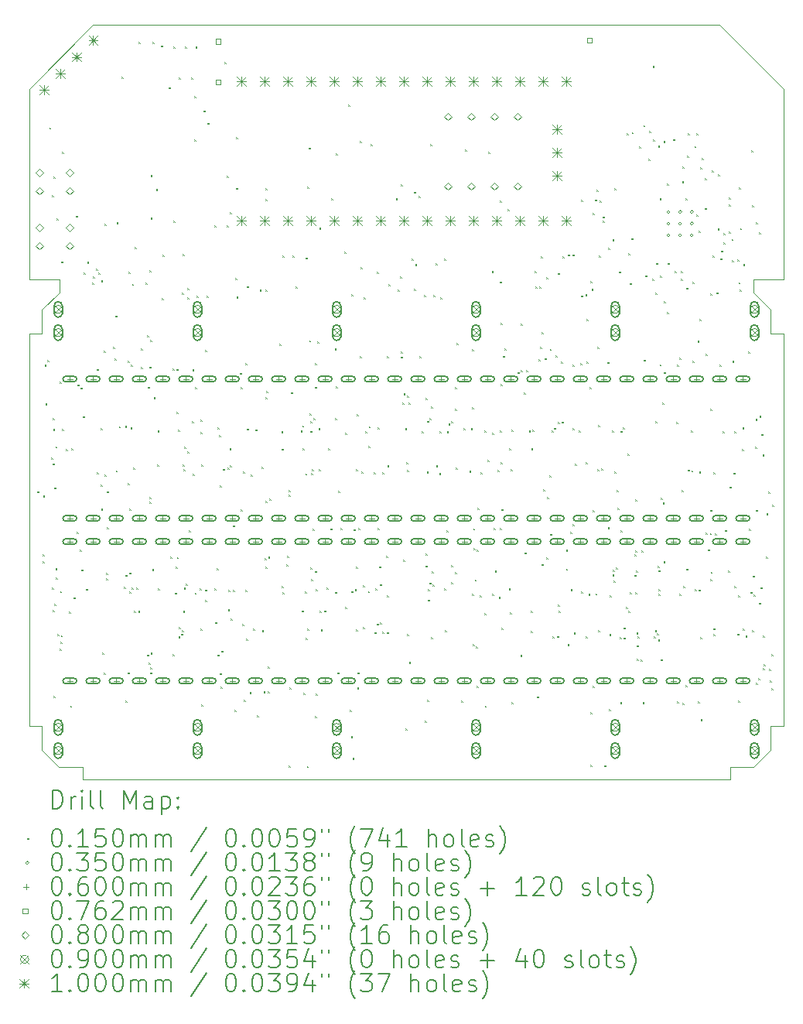
<source format=gbr>
%TF.GenerationSoftware,KiCad,Pcbnew,7.0.5-0*%
%TF.CreationDate,2023-06-16T23:12:30-07:00*%
%TF.ProjectId,Jumperless2,4a756d70-6572-46c6-9573-73322e6b6963,rev?*%
%TF.SameCoordinates,Original*%
%TF.FileFunction,Drillmap*%
%TF.FilePolarity,Positive*%
%FSLAX45Y45*%
G04 Gerber Fmt 4.5, Leading zero omitted, Abs format (unit mm)*
G04 Created by KiCad (PCBNEW 7.0.5-0) date 2023-06-16 23:12:30*
%MOMM*%
%LPD*%
G01*
G04 APERTURE LIST*
%ADD10C,0.100000*%
%ADD11C,0.200000*%
%ADD12C,0.015000*%
%ADD13C,0.035000*%
%ADD14C,0.060000*%
%ADD15C,0.076200*%
%ADD16C,0.080000*%
%ADD17C,0.090000*%
G04 APERTURE END LIST*
D10*
X11714500Y-18148300D02*
X11714500Y-13855700D01*
X3459500Y-13258800D02*
X3459500Y-11176000D01*
X11390650Y-18592800D02*
X11130300Y-18592800D01*
X11384300Y-13398500D02*
X11384300Y-13404850D01*
X3459500Y-18148300D02*
X3599200Y-18148300D01*
X3777000Y-13258800D02*
X3459500Y-13258800D01*
X11714500Y-18148300D02*
X11574800Y-18148300D01*
X3459500Y-11176000D02*
X4158000Y-10477500D01*
X11130300Y-18732500D02*
X4043700Y-18732500D01*
X3789700Y-13404850D02*
X3599200Y-13595350D01*
X3599200Y-18148300D02*
X3599200Y-18408650D01*
X11130300Y-18592800D02*
X11130300Y-18732500D01*
X11384300Y-13404850D02*
X11574800Y-13595350D01*
X3789700Y-13258800D02*
X3789700Y-13404850D01*
X11397000Y-13258800D02*
X11384300Y-13258800D01*
X3777000Y-13258800D02*
X3789700Y-13258800D01*
X3783350Y-18592800D02*
X4043700Y-18592800D01*
X11574800Y-18148300D02*
X11574800Y-18408650D01*
X11714500Y-11176000D02*
X11016000Y-10477500D01*
X3599200Y-13595350D02*
X3599200Y-13855700D01*
X3459500Y-13855700D02*
X3459500Y-18148300D01*
X4043700Y-18592800D02*
X4043700Y-18732500D01*
X11574800Y-13855700D02*
X11714500Y-13855700D01*
X11016000Y-10477500D02*
X4158000Y-10477500D01*
X3599200Y-13855700D02*
X3459500Y-13855700D01*
X11574800Y-18408650D02*
X11390650Y-18592800D01*
X11397000Y-13258800D02*
X11714500Y-13258800D01*
X11574800Y-13595350D02*
X11574800Y-13855700D01*
X11384300Y-13258800D02*
X11384300Y-13398500D01*
X11714500Y-13258800D02*
X11714500Y-11176000D01*
X3599200Y-18408650D02*
X3783350Y-18592800D01*
D11*
D12*
X3546500Y-15577940D02*
X3561500Y-15592940D01*
X3561500Y-15577940D02*
X3546500Y-15592940D01*
X3610000Y-16269635D02*
X3625000Y-16284635D01*
X3625000Y-16269635D02*
X3610000Y-16284635D01*
X3610000Y-16342836D02*
X3625000Y-16357836D01*
X3625000Y-16342836D02*
X3610000Y-16357836D01*
X3611500Y-15621120D02*
X3626500Y-15636120D01*
X3626500Y-15621120D02*
X3611500Y-15636120D01*
X3628300Y-14191100D02*
X3643300Y-14206100D01*
X3643300Y-14191100D02*
X3628300Y-14206100D01*
X3636900Y-14615280D02*
X3651900Y-14630280D01*
X3651900Y-14615280D02*
X3636900Y-14630280D01*
X3660800Y-14140300D02*
X3675800Y-14155300D01*
X3675800Y-14140300D02*
X3660800Y-14155300D01*
X3678060Y-11597760D02*
X3693060Y-11612760D01*
X3693060Y-11597760D02*
X3678060Y-11612760D01*
X3700240Y-15207780D02*
X3715240Y-15222780D01*
X3715240Y-15207780D02*
X3700240Y-15222780D01*
X3706000Y-12336900D02*
X3721000Y-12351900D01*
X3721000Y-12336900D02*
X3706000Y-12351900D01*
X3708540Y-16634580D02*
X3723540Y-16649580D01*
X3723540Y-16634580D02*
X3708540Y-16649580D01*
X3715379Y-16880179D02*
X3730379Y-16895179D01*
X3730379Y-16880179D02*
X3715379Y-16895179D01*
X3716160Y-15273140D02*
X3731160Y-15288140D01*
X3731160Y-15273140D02*
X3716160Y-15288140D01*
X3719300Y-14780380D02*
X3734300Y-14795380D01*
X3734300Y-14780380D02*
X3719300Y-14795380D01*
X3721800Y-14896491D02*
X3736800Y-14911491D01*
X3736800Y-14896491D02*
X3721800Y-14911491D01*
X3723780Y-12136240D02*
X3738780Y-12151240D01*
X3738780Y-12136240D02*
X3723780Y-12151240D01*
X3723780Y-17815680D02*
X3738780Y-17830680D01*
X3738780Y-17815680D02*
X3723780Y-17830680D01*
X3732090Y-15534950D02*
X3747090Y-15549950D01*
X3747090Y-15534950D02*
X3732090Y-15549950D01*
X3734910Y-16808107D02*
X3749910Y-16823107D01*
X3749910Y-16808107D02*
X3734910Y-16823107D01*
X3746030Y-15087009D02*
X3761030Y-15102009D01*
X3761030Y-15087009D02*
X3746030Y-15102009D01*
X3746640Y-16421220D02*
X3761640Y-16436220D01*
X3761640Y-16421220D02*
X3746640Y-16436220D01*
X3753667Y-16520305D02*
X3768667Y-16535305D01*
X3768667Y-16520305D02*
X3753667Y-16535305D01*
X3756800Y-12590900D02*
X3771800Y-12605900D01*
X3771800Y-12590900D02*
X3756800Y-12605900D01*
X3766960Y-17142580D02*
X3781960Y-17157580D01*
X3781960Y-17142580D02*
X3766960Y-17157580D01*
X3791297Y-14378061D02*
X3806297Y-14393061D01*
X3806297Y-14378061D02*
X3791297Y-14393061D01*
X3794900Y-17302600D02*
X3809900Y-17317600D01*
X3809900Y-17302600D02*
X3794900Y-17317600D01*
X3797440Y-16670140D02*
X3812440Y-16685140D01*
X3812440Y-16670140D02*
X3797440Y-16685140D01*
X3804370Y-17226400D02*
X3819370Y-17241400D01*
X3819370Y-17226400D02*
X3804370Y-17241400D01*
X3805596Y-17152743D02*
X3820596Y-17167743D01*
X3820596Y-17152743D02*
X3805596Y-17167743D01*
X3807137Y-13063803D02*
X3822137Y-13078803D01*
X3822137Y-13063803D02*
X3807137Y-13078803D01*
X3817045Y-14899014D02*
X3832045Y-14914014D01*
X3832045Y-14899014D02*
X3817045Y-14914014D01*
X3817760Y-11861920D02*
X3832760Y-11876920D01*
X3832760Y-11861920D02*
X3817760Y-11876920D01*
X3862180Y-15112895D02*
X3877180Y-15127895D01*
X3877180Y-15112895D02*
X3862180Y-15127895D01*
X3896500Y-16896920D02*
X3911500Y-16911920D01*
X3911500Y-16896920D02*
X3896500Y-16911920D01*
X3906660Y-17922360D02*
X3921660Y-17937360D01*
X3921660Y-17922360D02*
X3906660Y-17937360D01*
X3921900Y-15105500D02*
X3936900Y-15120500D01*
X3936900Y-15105500D02*
X3921900Y-15120500D01*
X3946467Y-16738200D02*
X3961467Y-16753200D01*
X3961467Y-16738200D02*
X3946467Y-16753200D01*
X3968852Y-12564268D02*
X3983852Y-12579268D01*
X3983852Y-12564268D02*
X3968852Y-12579268D01*
X3978101Y-16024290D02*
X3993101Y-16039290D01*
X3993101Y-16024290D02*
X3978101Y-16039290D01*
X3986634Y-14409658D02*
X4001634Y-14424658D01*
X4001634Y-14409658D02*
X3986634Y-14424658D01*
X4013340Y-16219550D02*
X4028340Y-16234550D01*
X4028340Y-16219550D02*
X4013340Y-16234550D01*
X4023500Y-14442560D02*
X4038500Y-14457560D01*
X4038500Y-14442560D02*
X4023500Y-14457560D01*
X4032718Y-16432322D02*
X4047718Y-16447322D01*
X4047718Y-16432322D02*
X4032718Y-16447322D01*
X4044816Y-14755976D02*
X4059816Y-14770976D01*
X4059816Y-14755976D02*
X4044816Y-14770976D01*
X4055100Y-13182559D02*
X4070100Y-13197559D01*
X4070100Y-13182559D02*
X4055100Y-13197559D01*
X4081920Y-16644740D02*
X4096920Y-16659740D01*
X4096920Y-16644740D02*
X4081920Y-16659740D01*
X4093216Y-13067796D02*
X4108216Y-13082796D01*
X4108216Y-13067796D02*
X4093216Y-13082796D01*
X4150422Y-13296902D02*
X4165422Y-13311902D01*
X4165422Y-13296902D02*
X4150422Y-13311902D01*
X4158900Y-13228790D02*
X4173900Y-13243790D01*
X4173900Y-13228790D02*
X4158900Y-13243790D01*
X4192080Y-13143661D02*
X4207080Y-13158661D01*
X4207080Y-13143661D02*
X4192080Y-13158661D01*
X4201300Y-15372200D02*
X4216300Y-15387200D01*
X4216300Y-15372200D02*
X4201300Y-15387200D01*
X4202030Y-14240418D02*
X4217030Y-14255418D01*
X4217030Y-14240418D02*
X4202030Y-14255418D01*
X4214000Y-13187800D02*
X4229000Y-13202800D01*
X4229000Y-13187800D02*
X4214000Y-13202800D01*
X4239400Y-14889600D02*
X4254400Y-14904600D01*
X4254400Y-14889600D02*
X4239400Y-14904600D01*
X4244015Y-15503744D02*
X4259015Y-15518744D01*
X4259015Y-15503744D02*
X4244015Y-15518744D01*
X4245181Y-13270300D02*
X4260181Y-13285300D01*
X4260181Y-13270300D02*
X4245181Y-13285300D01*
X4245604Y-15768313D02*
X4260604Y-15783313D01*
X4260604Y-15768313D02*
X4245604Y-15783313D01*
X4257180Y-17340700D02*
X4272180Y-17355700D01*
X4272180Y-17340700D02*
X4257180Y-17355700D01*
X4275204Y-17565563D02*
X4290204Y-17580563D01*
X4290204Y-17565563D02*
X4275204Y-17580563D01*
X4278196Y-14041890D02*
X4293196Y-14056890D01*
X4293196Y-14041890D02*
X4278196Y-14056890D01*
X4282580Y-12651860D02*
X4297580Y-12666860D01*
X4297580Y-12651860D02*
X4282580Y-12666860D01*
X4282580Y-15397600D02*
X4297580Y-15412600D01*
X4297580Y-15397600D02*
X4282580Y-15412600D01*
X4302938Y-16528151D02*
X4317938Y-16543151D01*
X4317938Y-16528151D02*
X4302938Y-16543151D01*
X4302950Y-16469892D02*
X4317950Y-16484892D01*
X4317950Y-16469892D02*
X4302950Y-16484892D01*
X4307788Y-15970632D02*
X4322788Y-15985632D01*
X4322788Y-15970632D02*
X4307788Y-15985632D01*
X4312027Y-15577955D02*
X4327027Y-15592955D01*
X4327027Y-15577955D02*
X4312027Y-15592955D01*
X4379100Y-14000600D02*
X4394100Y-14015600D01*
X4394100Y-14000600D02*
X4379100Y-14015600D01*
X4394340Y-14122520D02*
X4409340Y-14137520D01*
X4409340Y-14122520D02*
X4394340Y-14137520D01*
X4401960Y-13655160D02*
X4416960Y-13670160D01*
X4416960Y-13655160D02*
X4401960Y-13670160D01*
X4406029Y-15348379D02*
X4421029Y-15363379D01*
X4421029Y-15348379D02*
X4406029Y-15363379D01*
X4415125Y-12638510D02*
X4430125Y-12653510D01*
X4430125Y-12638510D02*
X4415125Y-12653510D01*
X4439853Y-14865487D02*
X4454853Y-14880487D01*
X4454853Y-14865487D02*
X4439853Y-14880487D01*
X4468000Y-11041500D02*
X4483000Y-11056500D01*
X4483000Y-11041500D02*
X4468000Y-11056500D01*
X4493400Y-16624420D02*
X4508400Y-16639420D01*
X4508400Y-16624420D02*
X4493400Y-16639420D01*
X4508640Y-14859120D02*
X4523640Y-14874120D01*
X4523640Y-14859120D02*
X4508640Y-14874120D01*
X4509601Y-17864630D02*
X4524601Y-17879630D01*
X4524601Y-17864630D02*
X4509601Y-17879630D01*
X4511180Y-16492340D02*
X4526180Y-16507340D01*
X4526180Y-16492340D02*
X4511180Y-16507340D01*
X4536580Y-17559140D02*
X4551580Y-17574140D01*
X4551580Y-17559140D02*
X4536580Y-17574140D01*
X4536950Y-15486500D02*
X4551950Y-15501500D01*
X4551950Y-15486500D02*
X4536950Y-15501500D01*
X4539120Y-14153000D02*
X4554120Y-14168000D01*
X4554120Y-14153000D02*
X4539120Y-14168000D01*
X4544200Y-13175100D02*
X4559200Y-13190100D01*
X4559200Y-13175100D02*
X4544200Y-13190100D01*
X4551820Y-16466940D02*
X4566820Y-16481940D01*
X4566820Y-16466940D02*
X4551820Y-16481940D01*
X4556900Y-15766910D02*
X4571900Y-15781910D01*
X4571900Y-15766910D02*
X4556900Y-15781910D01*
X4557226Y-16673200D02*
X4572226Y-16688200D01*
X4572226Y-16673200D02*
X4557226Y-16688200D01*
X4567060Y-14876900D02*
X4582060Y-14891900D01*
X4582060Y-14876900D02*
X4567060Y-14891900D01*
X4572140Y-14196180D02*
X4587140Y-14211180D01*
X4587140Y-14196180D02*
X4572140Y-14211180D01*
X4579760Y-16634580D02*
X4594760Y-16649580D01*
X4594760Y-16634580D02*
X4579760Y-16649580D01*
X4585400Y-13308000D02*
X4600400Y-13323000D01*
X4600400Y-13308000D02*
X4585400Y-13323000D01*
X4595086Y-15318774D02*
X4610086Y-15333774D01*
X4610086Y-15318774D02*
X4595086Y-15333774D01*
X4607700Y-16883500D02*
X4622700Y-16898500D01*
X4622700Y-16883500D02*
X4607700Y-16898500D01*
X4612780Y-12908400D02*
X4627780Y-12923400D01*
X4627780Y-12908400D02*
X4612780Y-12923400D01*
X4628020Y-16632040D02*
X4643020Y-16647040D01*
X4643020Y-16632040D02*
X4628020Y-16647040D01*
X4652410Y-16884752D02*
X4667410Y-16899752D01*
X4667410Y-16884752D02*
X4652410Y-16899752D01*
X4658500Y-10660500D02*
X4673500Y-10675500D01*
X4673500Y-10660500D02*
X4658500Y-10675500D01*
X4678820Y-14219040D02*
X4693820Y-14234040D01*
X4693820Y-14219040D02*
X4678820Y-14234040D01*
X4684753Y-14015400D02*
X4699753Y-14030400D01*
X4699753Y-14015400D02*
X4684753Y-14030400D01*
X4733373Y-13297800D02*
X4748373Y-13312800D01*
X4748373Y-13297800D02*
X4733373Y-13312800D01*
X4747400Y-13873600D02*
X4762400Y-13888600D01*
X4762400Y-13873600D02*
X4747400Y-13888600D01*
X4752480Y-17363560D02*
X4767480Y-17378560D01*
X4767480Y-17363560D02*
X4752480Y-17378560D01*
X4757560Y-14434940D02*
X4772560Y-14449940D01*
X4772560Y-14434940D02*
X4757560Y-14449940D01*
X4767720Y-17452460D02*
X4782720Y-17467460D01*
X4782720Y-17452460D02*
X4767720Y-17467460D01*
X4772800Y-13161400D02*
X4787800Y-13176400D01*
X4787800Y-13161400D02*
X4772800Y-13176400D01*
X4772800Y-14213960D02*
X4787800Y-14228960D01*
X4787800Y-14213960D02*
X4772800Y-14228960D01*
X4773571Y-15638129D02*
X4788571Y-15653129D01*
X4788571Y-15638129D02*
X4773571Y-15653129D01*
X4777880Y-15689700D02*
X4792880Y-15704700D01*
X4792880Y-15689700D02*
X4777880Y-15704700D01*
X4780420Y-17559140D02*
X4795420Y-17574140D01*
X4795420Y-17559140D02*
X4780420Y-17574140D01*
X4784323Y-13920550D02*
X4799323Y-13935550D01*
X4799323Y-13920550D02*
X4784323Y-13935550D01*
X4785500Y-17503260D02*
X4800500Y-17518260D01*
X4800500Y-17503260D02*
X4785500Y-17518260D01*
X4787628Y-12583890D02*
X4802628Y-12598890D01*
X4802628Y-12583890D02*
X4787628Y-12598890D01*
X4788040Y-12115920D02*
X4803040Y-12130920D01*
X4803040Y-12115920D02*
X4788040Y-12130920D01*
X4788067Y-17341346D02*
X4803067Y-17356346D01*
X4803067Y-17341346D02*
X4788067Y-17356346D01*
X4804279Y-16428388D02*
X4819279Y-16443388D01*
X4819279Y-16428388D02*
X4804279Y-16443388D01*
X4810900Y-10660500D02*
X4825900Y-10675500D01*
X4825900Y-10660500D02*
X4810900Y-10675500D01*
X4822300Y-14551780D02*
X4837300Y-14566780D01*
X4837300Y-14551780D02*
X4822300Y-14566780D01*
X4846990Y-12273400D02*
X4861990Y-12288400D01*
X4861990Y-12273400D02*
X4846990Y-12288400D01*
X4861700Y-15283300D02*
X4876700Y-15298300D01*
X4876700Y-15283300D02*
X4861700Y-15298300D01*
X4864240Y-14914050D02*
X4879240Y-14929050D01*
X4879240Y-14914050D02*
X4864240Y-14929050D01*
X4867723Y-16639000D02*
X4882723Y-16654000D01*
X4882723Y-16639000D02*
X4867723Y-16654000D01*
X4902340Y-10701140D02*
X4917340Y-10716140D01*
X4917340Y-10701140D02*
X4902340Y-10716140D01*
X4912500Y-13462120D02*
X4927500Y-13477120D01*
X4927500Y-13462120D02*
X4912500Y-13477120D01*
X4918394Y-12988105D02*
X4933394Y-13003105D01*
X4933394Y-12988105D02*
X4918394Y-13003105D01*
X4988700Y-11157500D02*
X5003700Y-11172500D01*
X5003700Y-11157500D02*
X4988700Y-11172500D01*
X5003940Y-16294220D02*
X5018940Y-16309220D01*
X5018940Y-16294220D02*
X5003940Y-16309220D01*
X5029340Y-14234280D02*
X5044340Y-14249280D01*
X5044340Y-14234280D02*
X5029340Y-14249280D01*
X5031880Y-17361020D02*
X5046880Y-17376020D01*
X5046880Y-17361020D02*
X5031880Y-17376020D01*
X5039500Y-10711300D02*
X5054500Y-10726300D01*
X5054500Y-10711300D02*
X5039500Y-10726300D01*
X5039500Y-12618840D02*
X5054500Y-12633840D01*
X5054500Y-12618840D02*
X5039500Y-12633840D01*
X5053380Y-16686300D02*
X5068380Y-16701300D01*
X5068380Y-16686300D02*
X5053380Y-16701300D01*
X5059820Y-16403440D02*
X5074820Y-16418440D01*
X5074820Y-16403440D02*
X5059820Y-16418440D01*
X5069980Y-14711800D02*
X5084980Y-14726800D01*
X5084980Y-14711800D02*
X5069980Y-14726800D01*
X5072520Y-14239360D02*
X5087520Y-14254360D01*
X5087520Y-14239360D02*
X5072520Y-14254360D01*
X5076550Y-16296760D02*
X5091550Y-16311760D01*
X5091550Y-16296760D02*
X5076550Y-16311760D01*
X5085220Y-14904840D02*
X5100220Y-14919840D01*
X5100220Y-14904840D02*
X5085220Y-14919840D01*
X5092840Y-17165440D02*
X5107840Y-17180440D01*
X5107840Y-17165440D02*
X5092840Y-17180440D01*
X5095380Y-17064830D02*
X5110380Y-17079830D01*
X5110380Y-17064830D02*
X5095380Y-17079830D01*
X5098475Y-11049675D02*
X5113475Y-11064675D01*
X5113475Y-11049675D02*
X5098475Y-11064675D01*
X5123663Y-17136005D02*
X5138663Y-17151005D01*
X5138663Y-17136005D02*
X5123663Y-17151005D01*
X5127679Y-13404421D02*
X5142679Y-13419421D01*
X5142679Y-13404421D02*
X5127679Y-13419421D01*
X5133480Y-17097280D02*
X5148480Y-17112280D01*
X5148480Y-17097280D02*
X5133480Y-17112280D01*
X5136189Y-12985200D02*
X5151189Y-13000200D01*
X5151189Y-12985200D02*
X5136189Y-13000200D01*
X5138560Y-15286950D02*
X5153560Y-15301950D01*
X5153560Y-15286950D02*
X5138560Y-15301950D01*
X5143640Y-16888580D02*
X5158640Y-16903580D01*
X5158640Y-16888580D02*
X5143640Y-16903580D01*
X5148720Y-15336640D02*
X5163720Y-15351640D01*
X5163720Y-15336640D02*
X5148720Y-15351640D01*
X5151260Y-16634580D02*
X5166260Y-16649580D01*
X5166260Y-16634580D02*
X5151260Y-16649580D01*
X5153165Y-15092425D02*
X5168165Y-15107425D01*
X5168165Y-15092425D02*
X5153165Y-15107425D01*
X5166500Y-10711300D02*
X5181500Y-10726300D01*
X5181500Y-10711300D02*
X5166500Y-10726300D01*
X5171903Y-16591855D02*
X5186903Y-16606855D01*
X5186903Y-16591855D02*
X5171903Y-16606855D01*
X5187959Y-15143600D02*
X5202959Y-15158600D01*
X5202959Y-15143600D02*
X5187959Y-15158600D01*
X5191900Y-13352900D02*
X5206900Y-13367900D01*
X5206900Y-13352900D02*
X5191900Y-13367900D01*
X5191900Y-13454500D02*
X5206900Y-13469500D01*
X5206900Y-13454500D02*
X5191900Y-13469500D01*
X5207140Y-16004660D02*
X5222140Y-16019660D01*
X5222140Y-16004660D02*
X5207140Y-16019660D01*
X5232611Y-11051589D02*
X5247611Y-11066589D01*
X5247611Y-11051589D02*
X5232611Y-11066589D01*
X5238890Y-14809590D02*
X5253890Y-14824590D01*
X5253890Y-14809590D02*
X5238890Y-14824590D01*
X5245240Y-14244440D02*
X5260240Y-14259440D01*
X5260240Y-14244440D02*
X5245240Y-14259440D01*
X5250320Y-15384900D02*
X5265320Y-15399900D01*
X5265320Y-15384900D02*
X5250320Y-15399900D01*
X5267608Y-11253750D02*
X5282608Y-11268750D01*
X5282608Y-11253750D02*
X5267608Y-11268750D01*
X5268100Y-11727300D02*
X5283100Y-11742300D01*
X5283100Y-11727300D02*
X5268100Y-11742300D01*
X5269623Y-16686300D02*
X5284623Y-16701300D01*
X5284623Y-16686300D02*
X5269623Y-16701300D01*
X5275720Y-14437480D02*
X5290720Y-14452480D01*
X5290720Y-14437480D02*
X5275720Y-14452480D01*
X5279699Y-10711300D02*
X5294699Y-10726300D01*
X5294699Y-10711300D02*
X5279699Y-10726300D01*
X5291590Y-13436500D02*
X5306590Y-13451500D01*
X5306590Y-13436500D02*
X5291590Y-13451500D01*
X5323980Y-16642200D02*
X5338980Y-16657200D01*
X5338980Y-16642200D02*
X5323980Y-16657200D01*
X5331600Y-14927700D02*
X5346600Y-14942700D01*
X5346600Y-14927700D02*
X5331600Y-14942700D01*
X5331600Y-17079080D02*
X5346600Y-17094080D01*
X5346600Y-17079080D02*
X5331600Y-17094080D01*
X5334140Y-14793080D02*
X5349140Y-14808080D01*
X5349140Y-14793080D02*
X5334140Y-14808080D01*
X5339529Y-15286950D02*
X5354529Y-15301950D01*
X5354529Y-15286950D02*
X5339529Y-15301950D01*
X5344300Y-17912200D02*
X5359300Y-17927200D01*
X5359300Y-17912200D02*
X5344300Y-17927200D01*
X5369700Y-11412340D02*
X5384700Y-11427340D01*
X5384700Y-11412340D02*
X5369700Y-11427340D01*
X5381740Y-16653800D02*
X5396740Y-16668800D01*
X5396740Y-16653800D02*
X5381740Y-16668800D01*
X5382400Y-16769200D02*
X5397400Y-16784200D01*
X5397400Y-16769200D02*
X5382400Y-16784200D01*
X5385101Y-14030700D02*
X5400101Y-14045700D01*
X5400101Y-14030700D02*
X5385101Y-14045700D01*
X5401254Y-13436500D02*
X5416254Y-13451500D01*
X5416254Y-13436500D02*
X5401254Y-13451500D01*
X5409650Y-11547303D02*
X5424650Y-11562303D01*
X5424650Y-11547303D02*
X5409650Y-11562303D01*
X5483400Y-12667100D02*
X5498400Y-12682100D01*
X5498400Y-12667100D02*
X5483400Y-12682100D01*
X5486420Y-16637000D02*
X5501420Y-16652000D01*
X5501420Y-16637000D02*
X5486420Y-16652000D01*
X5494141Y-17007941D02*
X5509141Y-17022941D01*
X5509141Y-17007941D02*
X5494141Y-17022941D01*
X5512950Y-16421220D02*
X5527950Y-16436220D01*
X5527950Y-16421220D02*
X5512950Y-16436220D01*
X5517020Y-14878750D02*
X5532020Y-14893750D01*
X5532020Y-14878750D02*
X5517020Y-14893750D01*
X5518058Y-17364539D02*
X5533058Y-17379539D01*
X5533058Y-17364539D02*
X5518058Y-17379539D01*
X5534800Y-14965800D02*
X5549800Y-14980800D01*
X5549800Y-14965800D02*
X5534800Y-14980800D01*
X5544960Y-15511900D02*
X5559960Y-15526900D01*
X5559960Y-15511900D02*
X5544960Y-15526900D01*
X5544960Y-17566760D02*
X5559960Y-17581760D01*
X5559960Y-17566760D02*
X5544960Y-17581760D01*
X5551850Y-17717055D02*
X5566850Y-17732055D01*
X5566850Y-17717055D02*
X5551850Y-17732055D01*
X5559939Y-17322659D02*
X5574939Y-17337659D01*
X5574939Y-17322659D02*
X5559939Y-17337659D01*
X5577980Y-15331560D02*
X5592980Y-15346560D01*
X5592980Y-15331560D02*
X5577980Y-15346560D01*
X5598300Y-10882400D02*
X5613300Y-10897400D01*
X5613300Y-10882400D02*
X5598300Y-10897400D01*
X5622612Y-12128221D02*
X5637612Y-12143221D01*
X5637612Y-12128221D02*
X5622612Y-12143221D01*
X5623700Y-12667100D02*
X5638700Y-12682100D01*
X5638700Y-12667100D02*
X5623700Y-12682100D01*
X5631320Y-15321400D02*
X5646320Y-15336400D01*
X5646320Y-15321400D02*
X5631320Y-15336400D01*
X5633841Y-16868241D02*
X5648841Y-16883241D01*
X5648841Y-16868241D02*
X5633841Y-16883241D01*
X5641739Y-16656300D02*
X5656739Y-16671300D01*
X5656739Y-16656300D02*
X5641739Y-16671300D01*
X5651640Y-15108040D02*
X5666640Y-15123040D01*
X5666640Y-15108040D02*
X5651640Y-15123040D01*
X5654021Y-12523919D02*
X5669021Y-12538919D01*
X5669021Y-12523919D02*
X5654021Y-12538919D01*
X5658618Y-15291946D02*
X5673618Y-15306946D01*
X5673618Y-15291946D02*
X5658618Y-15306946D01*
X5661800Y-16972400D02*
X5676800Y-16987400D01*
X5676800Y-16972400D02*
X5661800Y-16987400D01*
X5690523Y-16656300D02*
X5705523Y-16671300D01*
X5705523Y-16656300D02*
X5690523Y-16671300D01*
X5692280Y-15949470D02*
X5707280Y-15964470D01*
X5707280Y-15949470D02*
X5692280Y-15964470D01*
X5705079Y-17970010D02*
X5720079Y-17985010D01*
X5720079Y-17970010D02*
X5705079Y-17985010D01*
X5712485Y-13245223D02*
X5727485Y-13260223D01*
X5727485Y-13245223D02*
X5712485Y-13260223D01*
X5724000Y-11703500D02*
X5739000Y-11718500D01*
X5739000Y-11703500D02*
X5724000Y-11718500D01*
X5724183Y-12259583D02*
X5739183Y-12274583D01*
X5739183Y-12259583D02*
X5724183Y-12274583D01*
X5727840Y-13446880D02*
X5742840Y-13461880D01*
X5742840Y-13446880D02*
X5727840Y-13461880D01*
X5766134Y-14281890D02*
X5781134Y-14296890D01*
X5781134Y-14281890D02*
X5766134Y-14296890D01*
X5772120Y-14439210D02*
X5787120Y-14454210D01*
X5787120Y-14439210D02*
X5772120Y-14454210D01*
X5773560Y-15776060D02*
X5788560Y-15791060D01*
X5788560Y-15776060D02*
X5773560Y-15791060D01*
X5789103Y-17028319D02*
X5804103Y-17043319D01*
X5804103Y-17028319D02*
X5789103Y-17043319D01*
X5799267Y-15359500D02*
X5814267Y-15374500D01*
X5814267Y-15359500D02*
X5799267Y-15374500D01*
X5806189Y-17859087D02*
X5821189Y-17874087D01*
X5821189Y-17859087D02*
X5806189Y-17874087D01*
X5821820Y-16656300D02*
X5836820Y-16671300D01*
X5836820Y-16656300D02*
X5821820Y-16671300D01*
X5824941Y-14179260D02*
X5839941Y-14194260D01*
X5839941Y-14179260D02*
X5824941Y-14194260D01*
X5831980Y-17193319D02*
X5846980Y-17208319D01*
X5846980Y-17193319D02*
X5831980Y-17208319D01*
X5838900Y-14892329D02*
X5853900Y-14907329D01*
X5853900Y-14892329D02*
X5838900Y-14907329D01*
X5843100Y-13333730D02*
X5858100Y-13348730D01*
X5858100Y-13333730D02*
X5843100Y-13348730D01*
X5871794Y-17772190D02*
X5886794Y-17787190D01*
X5886794Y-17772190D02*
X5871794Y-17787190D01*
X5882780Y-15394330D02*
X5897780Y-15409330D01*
X5897780Y-15394330D02*
X5882780Y-15409330D01*
X5911410Y-17083339D02*
X5926410Y-17098339D01*
X5926410Y-17083339D02*
X5911410Y-17098339D01*
X5932407Y-14900784D02*
X5947407Y-14915784D01*
X5947407Y-14900784D02*
X5932407Y-14915784D01*
X5953900Y-18026500D02*
X5968900Y-18041500D01*
X5968900Y-18026500D02*
X5953900Y-18041500D01*
X5981052Y-13374000D02*
X5996052Y-13389000D01*
X5996052Y-13374000D02*
X5981052Y-13389000D01*
X6004700Y-15311240D02*
X6019700Y-15326240D01*
X6019700Y-15311240D02*
X6004700Y-15326240D01*
X6006247Y-17098278D02*
X6021247Y-17113278D01*
X6021247Y-17098278D02*
X6006247Y-17113278D01*
X6024819Y-17765699D02*
X6039819Y-17780699D01*
X6039819Y-17765699D02*
X6024819Y-17780699D01*
X6035180Y-16309460D02*
X6050180Y-16324460D01*
X6050180Y-16309460D02*
X6035180Y-16324460D01*
X6042800Y-12378500D02*
X6057800Y-12393500D01*
X6057800Y-12378500D02*
X6042800Y-12393500D01*
X6042800Y-14551780D02*
X6057800Y-14566780D01*
X6057800Y-14551780D02*
X6042800Y-14566780D01*
X6044885Y-16400210D02*
X6059885Y-16415210D01*
X6059885Y-16400210D02*
X6044885Y-16415210D01*
X6045340Y-13374000D02*
X6060340Y-13389000D01*
X6060340Y-13374000D02*
X6045340Y-13389000D01*
X6045340Y-15684620D02*
X6060340Y-15699620D01*
X6060340Y-15684620D02*
X6045340Y-15699620D01*
X6046287Y-12265612D02*
X6061287Y-12280612D01*
X6061287Y-12265612D02*
X6046287Y-12280612D01*
X6055500Y-14483200D02*
X6070500Y-14498200D01*
X6070500Y-14483200D02*
X6055500Y-14498200D01*
X6067500Y-17763798D02*
X6082500Y-17778798D01*
X6082500Y-17763798D02*
X6067500Y-17778798D01*
X6070050Y-17495774D02*
X6085050Y-17510774D01*
X6085050Y-17495774D02*
X6070050Y-17510774D01*
X6075000Y-16294220D02*
X6090000Y-16309220D01*
X6090000Y-16294220D02*
X6075000Y-16309220D01*
X6089790Y-15660490D02*
X6104790Y-15675490D01*
X6104790Y-15660490D02*
X6089790Y-15675490D01*
X6200280Y-13962500D02*
X6215280Y-13977500D01*
X6215280Y-13962500D02*
X6200280Y-13977500D01*
X6218060Y-14924050D02*
X6233060Y-14939050D01*
X6233060Y-14924050D02*
X6218060Y-14939050D01*
X6221388Y-16616300D02*
X6236388Y-16631300D01*
X6236388Y-16616300D02*
X6221388Y-16631300D01*
X6223140Y-15112050D02*
X6238140Y-15127050D01*
X6238140Y-15112050D02*
X6223140Y-15127050D01*
X6230760Y-16683800D02*
X6245760Y-16698800D01*
X6245760Y-16683800D02*
X6230760Y-16698800D01*
X6233300Y-13002380D02*
X6248300Y-13017380D01*
X6248300Y-13002380D02*
X6233300Y-13017380D01*
X6274950Y-16374810D02*
X6289950Y-16389810D01*
X6289950Y-16374810D02*
X6274950Y-16389810D01*
X6282919Y-16282556D02*
X6297919Y-16297556D01*
X6297919Y-16282556D02*
X6282919Y-16297556D01*
X6296800Y-18580220D02*
X6311800Y-18595220D01*
X6311800Y-18580220D02*
X6296800Y-18595220D01*
X6299340Y-15616040D02*
X6314340Y-15631040D01*
X6314340Y-15616040D02*
X6299340Y-15631040D01*
X6301880Y-15567780D02*
X6316880Y-15582780D01*
X6316880Y-15567780D02*
X6301880Y-15582780D01*
X6304420Y-17722300D02*
X6319420Y-17737300D01*
X6319420Y-17722300D02*
X6304420Y-17737300D01*
X6327280Y-14494090D02*
X6342280Y-14509090D01*
X6342280Y-14494090D02*
X6327280Y-14509090D01*
X6344438Y-12997300D02*
X6359438Y-13012300D01*
X6359438Y-12997300D02*
X6344438Y-13012300D01*
X6373000Y-13340200D02*
X6388000Y-13355200D01*
X6388000Y-13340200D02*
X6373000Y-13355200D01*
X6430037Y-14914110D02*
X6445037Y-14929110D01*
X6445037Y-14914110D02*
X6430037Y-14929110D01*
X6443430Y-16880960D02*
X6458430Y-16895960D01*
X6458430Y-16880960D02*
X6443430Y-16895960D01*
X6447990Y-14858441D02*
X6462990Y-14873441D01*
X6462990Y-14858441D02*
X6447990Y-14873441D01*
X6449200Y-15105500D02*
X6464200Y-15120500D01*
X6464200Y-15105500D02*
X6449200Y-15120500D01*
X6461900Y-17785200D02*
X6476900Y-17800200D01*
X6476900Y-17785200D02*
X6461900Y-17800200D01*
X6474199Y-16671296D02*
X6489199Y-16686296D01*
X6489199Y-16671296D02*
X6474199Y-16686296D01*
X6482135Y-15381966D02*
X6497135Y-15396966D01*
X6497135Y-15381966D02*
X6482135Y-15396966D01*
X6488027Y-17180719D02*
X6503027Y-17195719D01*
X6503027Y-17180719D02*
X6488027Y-17195719D01*
X6488164Y-13021300D02*
X6503164Y-13036300D01*
X6503164Y-13021300D02*
X6488164Y-13036300D01*
X6497460Y-18583540D02*
X6512460Y-18598540D01*
X6512460Y-18583540D02*
X6497460Y-18598540D01*
X6502540Y-12245460D02*
X6517540Y-12260460D01*
X6517540Y-12245460D02*
X6502540Y-12260460D01*
X6504329Y-17077900D02*
X6519329Y-17092900D01*
X6519329Y-17077900D02*
X6504329Y-17092900D01*
X6520320Y-11818740D02*
X6535320Y-11833740D01*
X6535320Y-11818740D02*
X6520320Y-11833740D01*
X6523134Y-13926666D02*
X6538134Y-13941666D01*
X6538134Y-13926666D02*
X6523134Y-13941666D01*
X6527940Y-14724500D02*
X6542940Y-14739500D01*
X6542940Y-14724500D02*
X6527940Y-14739500D01*
X6533020Y-14813400D02*
X6548020Y-14828400D01*
X6548020Y-14813400D02*
X6533020Y-14828400D01*
X6535560Y-16408520D02*
X6550560Y-16423520D01*
X6550560Y-16408520D02*
X6535560Y-16423520D01*
X6538100Y-14917540D02*
X6553100Y-14932540D01*
X6553100Y-14917540D02*
X6538100Y-14932540D01*
X6543180Y-16538060D02*
X6558180Y-16553060D01*
X6558180Y-16538060D02*
X6543180Y-16553060D01*
X6547650Y-15381445D02*
X6562650Y-15396445D01*
X6562650Y-15381445D02*
X6547650Y-15396445D01*
X6550800Y-15334100D02*
X6565800Y-15349100D01*
X6565800Y-15334100D02*
X6550800Y-15349100D01*
X6560960Y-15989000D02*
X6575960Y-16004000D01*
X6575960Y-15989000D02*
X6560960Y-16004000D01*
X6568580Y-14777840D02*
X6583580Y-14792840D01*
X6583580Y-14777840D02*
X6568580Y-14792840D01*
X6583820Y-16449160D02*
X6598820Y-16464160D01*
X6598820Y-16449160D02*
X6583820Y-16464160D01*
X6583950Y-14434963D02*
X6598950Y-14449963D01*
X6598950Y-14434963D02*
X6583950Y-14449963D01*
X6588251Y-14179260D02*
X6603251Y-14194260D01*
X6603251Y-14179260D02*
X6588251Y-14194260D01*
X6588900Y-18039200D02*
X6603900Y-18054200D01*
X6603900Y-18039200D02*
X6588900Y-18054200D01*
X6593980Y-16649820D02*
X6608980Y-16664820D01*
X6608980Y-16649820D02*
X6593980Y-16664820D01*
X6595748Y-17791910D02*
X6610748Y-17806910D01*
X6610748Y-17791910D02*
X6595748Y-17806910D01*
X6614300Y-13937100D02*
X6629300Y-13952100D01*
X6629300Y-13937100D02*
X6614300Y-13952100D01*
X6624460Y-14889600D02*
X6639460Y-14904600D01*
X6639460Y-14889600D02*
X6624460Y-14904600D01*
X6629540Y-15334100D02*
X6644540Y-15349100D01*
X6644540Y-15334100D02*
X6629540Y-15349100D01*
X6633576Y-12692500D02*
X6648576Y-12707500D01*
X6648576Y-12692500D02*
X6633576Y-12707500D01*
X6639700Y-16883500D02*
X6654700Y-16898500D01*
X6654700Y-16883500D02*
X6639700Y-16898500D01*
X6651063Y-17088289D02*
X6666063Y-17103289D01*
X6666063Y-17088289D02*
X6651063Y-17103289D01*
X6690500Y-16882000D02*
X6705500Y-16897000D01*
X6705500Y-16882000D02*
X6690500Y-16897000D01*
X6710820Y-16632040D02*
X6725820Y-16647040D01*
X6725820Y-16632040D02*
X6710820Y-16647040D01*
X6728600Y-15105500D02*
X6743600Y-15120500D01*
X6743600Y-15105500D02*
X6728600Y-15120500D01*
X6756540Y-15984340D02*
X6771540Y-15999340D01*
X6771540Y-15984340D02*
X6756540Y-15999340D01*
X6766700Y-12370720D02*
X6781700Y-12385720D01*
X6781700Y-12370720D02*
X6766700Y-12385720D01*
X6802260Y-14013300D02*
X6817260Y-14028300D01*
X6817260Y-14013300D02*
X6802260Y-14028300D01*
X6804800Y-14780380D02*
X6819800Y-14795380D01*
X6819800Y-14780380D02*
X6804800Y-14795380D01*
X6808690Y-16679200D02*
X6823690Y-16694200D01*
X6823690Y-16679200D02*
X6808690Y-16694200D01*
X6814960Y-14432400D02*
X6829960Y-14447400D01*
X6829960Y-14432400D02*
X6814960Y-14447400D01*
X6817500Y-11879700D02*
X6832500Y-11894700D01*
X6832500Y-11879700D02*
X6817500Y-11894700D01*
X6834620Y-17559140D02*
X6849620Y-17574140D01*
X6849620Y-17559140D02*
X6834620Y-17574140D01*
X6837820Y-15572860D02*
X6852820Y-15587860D01*
X6852820Y-15572860D02*
X6837820Y-15587860D01*
X6865760Y-15981800D02*
X6880760Y-15996800D01*
X6880760Y-15981800D02*
X6865760Y-15996800D01*
X6909101Y-12958600D02*
X6924101Y-12973600D01*
X6924101Y-12958600D02*
X6909101Y-12973600D01*
X6916071Y-14941357D02*
X6931071Y-14956357D01*
X6931071Y-14941357D02*
X6916071Y-14956357D01*
X6919100Y-16845400D02*
X6934100Y-16860400D01*
X6934100Y-16845400D02*
X6919100Y-16860400D01*
X6949580Y-11348840D02*
X6964580Y-11363840D01*
X6964580Y-11348840D02*
X6949580Y-11363840D01*
X6967161Y-17968600D02*
X6982161Y-17983600D01*
X6982161Y-17968600D02*
X6967161Y-17983600D01*
X6980175Y-18256173D02*
X6995175Y-18271173D01*
X6995175Y-18256173D02*
X6980175Y-18271173D01*
X6982600Y-13423370D02*
X6997600Y-13438370D01*
X6997600Y-13423370D02*
X6982600Y-13438370D01*
X6984450Y-16670020D02*
X6999450Y-16685020D01*
X6999450Y-16670020D02*
X6984450Y-16685020D01*
X6997840Y-18491320D02*
X7012840Y-18506320D01*
X7012840Y-18491320D02*
X6997840Y-18506320D01*
X7007929Y-15991509D02*
X7022929Y-16006509D01*
X7022929Y-15991509D02*
X7007929Y-16006509D01*
X7023800Y-16645359D02*
X7038800Y-16660359D01*
X7038800Y-16645359D02*
X7023800Y-16660359D01*
X7032712Y-15334005D02*
X7047712Y-15349005D01*
X7047712Y-15334005D02*
X7032712Y-15349005D01*
X7038426Y-16402164D02*
X7053426Y-16417164D01*
X7053426Y-16402164D02*
X7038426Y-16417164D01*
X7038480Y-17086000D02*
X7053480Y-17101000D01*
X7053480Y-17086000D02*
X7038480Y-17101000D01*
X7044521Y-14738161D02*
X7059521Y-14753161D01*
X7059521Y-14738161D02*
X7044521Y-14753161D01*
X7048640Y-17721700D02*
X7063640Y-17736700D01*
X7063640Y-17721700D02*
X7048640Y-17736700D01*
X7054547Y-17557984D02*
X7069547Y-17572984D01*
X7069547Y-17557984D02*
X7054547Y-17572984D01*
X7061340Y-15981800D02*
X7076340Y-15996800D01*
X7076340Y-15981800D02*
X7061340Y-15996800D01*
X7076401Y-14097399D02*
X7091401Y-14112399D01*
X7091401Y-14097399D02*
X7076401Y-14112399D01*
X7079500Y-11745500D02*
X7094500Y-11760500D01*
X7094500Y-11745500D02*
X7079500Y-11760500D01*
X7084200Y-13124300D02*
X7099200Y-13139300D01*
X7099200Y-13124300D02*
X7084200Y-13139300D01*
X7096900Y-15359500D02*
X7111900Y-15374500D01*
X7111900Y-15359500D02*
X7096900Y-15374500D01*
X7109600Y-16604100D02*
X7124600Y-16619100D01*
X7124600Y-16604100D02*
X7109600Y-16619100D01*
X7109600Y-17061300D02*
X7124600Y-17076300D01*
X7124600Y-17061300D02*
X7109600Y-17076300D01*
X7122301Y-13454500D02*
X7137301Y-13469500D01*
X7137301Y-13454500D02*
X7122301Y-13469500D01*
X7136221Y-14924550D02*
X7151221Y-14939550D01*
X7151221Y-14924550D02*
X7136221Y-14939550D01*
X7166962Y-16670300D02*
X7181962Y-16685300D01*
X7181962Y-16670300D02*
X7166962Y-16685300D01*
X7173100Y-15080100D02*
X7188100Y-15095100D01*
X7188100Y-15080100D02*
X7173100Y-15095100D01*
X7175796Y-14866896D02*
X7190796Y-14881896D01*
X7190796Y-14866896D02*
X7175796Y-14881896D01*
X7195960Y-11780640D02*
X7210960Y-11795640D01*
X7210960Y-11780640D02*
X7195960Y-11795640D01*
X7231602Y-15367280D02*
X7246602Y-15382280D01*
X7246602Y-15367280D02*
X7231602Y-15382280D01*
X7238450Y-17118500D02*
X7253450Y-17133500D01*
X7253450Y-17118500D02*
X7238450Y-17133500D01*
X7249300Y-16642200D02*
X7264300Y-16657200D01*
X7264300Y-16642200D02*
X7249300Y-16657200D01*
X7261699Y-17026300D02*
X7276699Y-17041300D01*
X7276699Y-17026300D02*
X7261699Y-17041300D01*
X7262000Y-13175100D02*
X7277000Y-13190100D01*
X7277000Y-13175100D02*
X7262000Y-13190100D01*
X7274700Y-14876900D02*
X7289700Y-14891900D01*
X7289700Y-14876900D02*
X7274700Y-14891900D01*
X7274700Y-15981800D02*
X7289700Y-15996800D01*
X7289700Y-15981800D02*
X7274700Y-15996800D01*
X7292480Y-16399664D02*
X7307480Y-16414664D01*
X7307480Y-16399664D02*
X7292480Y-16414664D01*
X7296608Y-16594144D02*
X7311608Y-16609144D01*
X7311608Y-16594144D02*
X7296608Y-16609144D01*
X7300100Y-17009500D02*
X7315100Y-17024500D01*
X7315100Y-17009500D02*
X7300100Y-17024500D01*
X7321299Y-17116000D02*
X7336299Y-17131000D01*
X7336299Y-17116000D02*
X7321299Y-17131000D01*
X7325500Y-15369660D02*
X7340500Y-15384660D01*
X7340500Y-15369660D02*
X7325500Y-15384660D01*
X7365570Y-16284060D02*
X7380570Y-16299060D01*
X7380570Y-16284060D02*
X7365570Y-16299060D01*
X7376189Y-17118500D02*
X7391189Y-17133500D01*
X7391189Y-17118500D02*
X7376189Y-17133500D01*
X7376300Y-14102200D02*
X7391300Y-14117200D01*
X7391300Y-14102200D02*
X7376300Y-14117200D01*
X7376300Y-16718400D02*
X7391300Y-16733400D01*
X7391300Y-16718400D02*
X7376300Y-16733400D01*
X7378840Y-15290920D02*
X7393840Y-15305920D01*
X7393840Y-15290920D02*
X7378840Y-15305920D01*
X7389000Y-13314800D02*
X7404000Y-13329800D01*
X7404000Y-13314800D02*
X7389000Y-13329800D01*
X7472804Y-12370718D02*
X7487804Y-12385718D01*
X7487804Y-12370718D02*
X7472804Y-12385718D01*
X7493174Y-13369321D02*
X7508174Y-13384321D01*
X7508174Y-13369321D02*
X7493174Y-13384321D01*
X7516000Y-13225900D02*
X7531000Y-13240900D01*
X7531000Y-13225900D02*
X7516000Y-13240900D01*
X7527500Y-12222030D02*
X7542500Y-12237030D01*
X7542500Y-12222030D02*
X7527500Y-12237030D01*
X7528204Y-14047633D02*
X7543204Y-14062633D01*
X7543204Y-14047633D02*
X7528204Y-14062633D01*
X7528406Y-14104139D02*
X7543406Y-14119139D01*
X7543406Y-14104139D02*
X7528406Y-14119139D01*
X7546311Y-14610470D02*
X7561311Y-14625470D01*
X7561311Y-14610470D02*
X7546311Y-14625470D01*
X7551560Y-16327240D02*
X7566560Y-16342240D01*
X7566560Y-16327240D02*
X7551560Y-16342240D01*
X7555900Y-14504670D02*
X7570900Y-14519670D01*
X7570900Y-14504670D02*
X7555900Y-14519670D01*
X7573461Y-14886896D02*
X7588461Y-14901896D01*
X7588461Y-14886896D02*
X7573461Y-14901896D01*
X7575450Y-18170040D02*
X7590450Y-18185040D01*
X7590450Y-18170040D02*
X7575450Y-18185040D01*
X7583943Y-15257900D02*
X7598943Y-15272900D01*
X7598943Y-15257900D02*
X7583943Y-15272900D01*
X7592200Y-17137500D02*
X7607200Y-17152500D01*
X7607200Y-17137500D02*
X7592200Y-17152500D01*
X7594472Y-14532306D02*
X7609472Y-14547306D01*
X7609472Y-14532306D02*
X7594472Y-14547306D01*
X7597300Y-15345427D02*
X7612300Y-15360427D01*
X7612300Y-15345427D02*
X7597300Y-15360427D01*
X7613648Y-14610470D02*
X7628648Y-14625470D01*
X7628648Y-14610470D02*
X7613648Y-14625470D01*
X7615627Y-17442878D02*
X7630627Y-17457878D01*
X7630627Y-17442878D02*
X7615627Y-17457878D01*
X7646789Y-13034610D02*
X7661789Y-13049610D01*
X7661789Y-13034610D02*
X7646789Y-13049610D01*
X7668400Y-13365600D02*
X7683400Y-13380600D01*
X7683400Y-13365600D02*
X7668400Y-13380600D01*
X7670940Y-12301340D02*
X7685940Y-12316340D01*
X7685940Y-12301340D02*
X7670940Y-12316340D01*
X7682810Y-13093962D02*
X7697810Y-13108962D01*
X7697810Y-13093962D02*
X7682810Y-13108962D01*
X7719200Y-12349600D02*
X7734200Y-12364600D01*
X7734200Y-12349600D02*
X7719200Y-12364600D01*
X7729360Y-14097399D02*
X7744360Y-14112399D01*
X7744360Y-14097399D02*
X7729360Y-14112399D01*
X7756839Y-14919765D02*
X7771839Y-14934765D01*
X7771839Y-14919765D02*
X7756839Y-14934765D01*
X7782700Y-13429100D02*
X7797700Y-13444100D01*
X7797700Y-13429100D02*
X7782700Y-13444100D01*
X7791150Y-18085750D02*
X7806150Y-18100750D01*
X7806150Y-18085750D02*
X7791150Y-18100750D01*
X7796450Y-16261200D02*
X7811450Y-16276200D01*
X7811450Y-16261200D02*
X7796450Y-16276200D01*
X7797940Y-14556860D02*
X7812940Y-14571860D01*
X7812940Y-14556860D02*
X7797940Y-14571860D01*
X7799180Y-16389500D02*
X7814180Y-16404500D01*
X7814180Y-16389500D02*
X7799180Y-16404500D01*
X7810172Y-15361468D02*
X7825172Y-15376468D01*
X7825172Y-15361468D02*
X7810172Y-15376468D01*
X7811500Y-17861400D02*
X7826500Y-17876400D01*
X7826500Y-17861400D02*
X7811500Y-17876400D01*
X7814759Y-14806300D02*
X7829759Y-14821300D01*
X7829759Y-14806300D02*
X7814759Y-14821300D01*
X7820800Y-16762670D02*
X7835800Y-16777670D01*
X7835800Y-16762670D02*
X7820800Y-16777670D01*
X7825880Y-16649820D02*
X7840880Y-16664820D01*
X7840880Y-16649820D02*
X7825880Y-16664820D01*
X7838580Y-16576160D02*
X7853580Y-16591160D01*
X7853580Y-16576160D02*
X7838580Y-16591160D01*
X7839970Y-14775245D02*
X7854970Y-14790245D01*
X7854970Y-14775245D02*
X7839970Y-14790245D01*
X7851280Y-11783180D02*
X7866280Y-11798180D01*
X7866280Y-11783180D02*
X7851280Y-11798180D01*
X7856360Y-14648300D02*
X7871360Y-14663300D01*
X7871360Y-14648300D02*
X7856360Y-14663300D01*
X7858900Y-17175600D02*
X7873900Y-17190600D01*
X7873900Y-17175600D02*
X7858900Y-17190600D01*
X7866520Y-16454240D02*
X7881520Y-16469240D01*
X7881520Y-16454240D02*
X7866520Y-16469240D01*
X7875400Y-16596971D02*
X7890400Y-16611971D01*
X7890400Y-16596971D02*
X7875400Y-16611971D01*
X7884300Y-13429100D02*
X7899300Y-13444100D01*
X7899300Y-13429100D02*
X7884300Y-13444100D01*
X7909700Y-13086300D02*
X7924700Y-13101300D01*
X7924700Y-13086300D02*
X7909700Y-13101300D01*
X7912970Y-15295990D02*
X7927970Y-15310990D01*
X7927970Y-15295990D02*
X7912970Y-15310990D01*
X7945230Y-15381570D02*
X7960230Y-15396570D01*
X7960230Y-15381570D02*
X7945230Y-15396570D01*
X7947897Y-14922671D02*
X7962897Y-14937671D01*
X7962897Y-14922671D02*
X7947897Y-14937671D01*
X7960500Y-13454500D02*
X7975500Y-13469500D01*
X7975500Y-13454500D02*
X7960500Y-13469500D01*
X7998215Y-13032180D02*
X8013215Y-13047180D01*
X8013215Y-13032180D02*
X7998215Y-13047180D01*
X8003680Y-16637120D02*
X8018680Y-16652120D01*
X8018680Y-16637120D02*
X8003680Y-16652120D01*
X8011300Y-17099400D02*
X8026300Y-17114400D01*
X8026300Y-17099400D02*
X8011300Y-17114400D01*
X8029080Y-16002120D02*
X8044080Y-16017120D01*
X8044080Y-16002120D02*
X8029080Y-16017120D01*
X8030297Y-14919430D02*
X8045297Y-14934430D01*
X8045297Y-14919430D02*
X8030297Y-14934430D01*
X8048279Y-14835813D02*
X8063279Y-14850813D01*
X8063279Y-14835813D02*
X8048279Y-14850813D01*
X8077340Y-16573620D02*
X8092340Y-16588620D01*
X8092340Y-16573620D02*
X8077340Y-16588620D01*
X8078919Y-16389161D02*
X8093919Y-16404161D01*
X8093919Y-16389161D02*
X8078919Y-16404161D01*
X8080486Y-14812176D02*
X8095486Y-14827176D01*
X8095486Y-14812176D02*
X8080486Y-14827176D01*
X8117442Y-14676189D02*
X8132442Y-14691189D01*
X8132442Y-14676189D02*
X8117442Y-14691189D01*
X8120211Y-16461551D02*
X8135211Y-16476551D01*
X8135211Y-16461551D02*
X8120211Y-16476551D01*
X8122050Y-14439210D02*
X8137050Y-14454210D01*
X8137050Y-14439210D02*
X8122050Y-14454210D01*
X8125205Y-15316715D02*
X8140205Y-15331715D01*
X8140205Y-15316715D02*
X8125205Y-15331715D01*
X8138300Y-13959400D02*
X8153300Y-13974400D01*
X8153300Y-13959400D02*
X8138300Y-13974400D01*
X8184020Y-17866480D02*
X8199020Y-17881480D01*
X8199020Y-17866480D02*
X8184020Y-17881480D01*
X8214500Y-14889600D02*
X8229500Y-14904600D01*
X8229500Y-14889600D02*
X8214500Y-14904600D01*
X8229740Y-11841759D02*
X8244740Y-11856759D01*
X8244740Y-11841759D02*
X8229740Y-11856759D01*
X8275593Y-15349958D02*
X8290593Y-15364958D01*
X8290593Y-15349958D02*
X8275593Y-15364958D01*
X8293826Y-14885106D02*
X8308826Y-14900106D01*
X8308826Y-14885106D02*
X8293826Y-14900106D01*
X8303400Y-16701990D02*
X8318400Y-16716990D01*
X8318400Y-16701990D02*
X8303400Y-16716990D01*
X8304040Y-14022500D02*
X8319040Y-14037500D01*
X8319040Y-14022500D02*
X8304040Y-14037500D01*
X8305350Y-14660691D02*
X8320350Y-14675691D01*
X8320350Y-14660691D02*
X8305350Y-14675691D01*
X8314612Y-17251610D02*
X8329612Y-17266610D01*
X8329612Y-17251610D02*
X8314612Y-17266610D01*
X8318640Y-15984000D02*
X8333640Y-15999000D01*
X8333640Y-15984000D02*
X8318640Y-15999000D01*
X8322239Y-16200765D02*
X8337239Y-16215765D01*
X8337239Y-16200765D02*
X8322239Y-16215765D01*
X8335968Y-16543558D02*
X8350968Y-16558558D01*
X8350968Y-16543558D02*
X8335968Y-16558558D01*
X8347341Y-17277890D02*
X8362341Y-17292890D01*
X8362341Y-17277890D02*
X8347341Y-17292890D01*
X8356726Y-17704197D02*
X8371726Y-17719197D01*
X8371726Y-17704197D02*
X8356726Y-17719197D01*
X8357901Y-16218772D02*
X8372901Y-16233772D01*
X8372901Y-16218772D02*
X8357901Y-16233772D01*
X8361950Y-15757713D02*
X8376950Y-15772713D01*
X8376950Y-15757713D02*
X8361950Y-15772713D01*
X8392300Y-16718400D02*
X8407300Y-16733400D01*
X8407300Y-16718400D02*
X8392300Y-16733400D01*
X8396570Y-15367930D02*
X8411570Y-15382930D01*
X8411570Y-15367930D02*
X8396570Y-15382930D01*
X8441002Y-14911610D02*
X8456002Y-14926610D01*
X8456002Y-14911610D02*
X8441002Y-14926610D01*
X8443100Y-16910032D02*
X8458100Y-16925032D01*
X8458100Y-16910032D02*
X8443100Y-16925032D01*
X8445640Y-17922360D02*
X8460640Y-17937360D01*
X8460640Y-17922360D02*
X8445640Y-17937360D01*
X8476210Y-15236915D02*
X8491210Y-15251915D01*
X8491210Y-15236915D02*
X8476210Y-15251915D01*
X8481200Y-11861920D02*
X8496200Y-11876920D01*
X8496200Y-11861920D02*
X8481200Y-11876920D01*
X8522252Y-13166920D02*
X8537252Y-13181920D01*
X8537252Y-13166920D02*
X8522252Y-13181920D01*
X8527108Y-14940503D02*
X8542108Y-14955503D01*
X8542108Y-14940503D02*
X8527108Y-14955503D01*
X8528818Y-16698600D02*
X8543818Y-16713600D01*
X8543818Y-16698600D02*
X8528818Y-16713600D01*
X8544700Y-15979260D02*
X8559700Y-15994260D01*
X8559700Y-15979260D02*
X8544700Y-15994260D01*
X8555520Y-16447203D02*
X8570520Y-16462203D01*
X8570520Y-16447203D02*
X8555520Y-16462203D01*
X8582800Y-15346800D02*
X8597800Y-15361800D01*
X8597800Y-15346800D02*
X8582800Y-15361800D01*
X8598039Y-16731100D02*
X8613039Y-16746100D01*
X8613039Y-16731100D02*
X8598039Y-16746100D01*
X8607965Y-15978235D02*
X8622965Y-15993235D01*
X8622965Y-15978235D02*
X8607965Y-15993235D01*
X8608200Y-12400400D02*
X8623200Y-12415400D01*
X8623200Y-12400400D02*
X8608200Y-12415400D01*
X8609783Y-14910650D02*
X8624783Y-14925650D01*
X8624783Y-14910650D02*
X8609783Y-14925650D01*
X8613800Y-13282828D02*
X8628800Y-13297828D01*
X8628800Y-13282828D02*
X8613800Y-13297828D01*
X8615870Y-14407000D02*
X8630870Y-14422000D01*
X8630870Y-14407000D02*
X8615870Y-14422000D01*
X8620900Y-13733900D02*
X8635900Y-13748900D01*
X8635900Y-13733900D02*
X8620900Y-13748900D01*
X8621821Y-15259872D02*
X8636821Y-15274872D01*
X8636821Y-15259872D02*
X8621821Y-15274872D01*
X8628520Y-17068920D02*
X8643520Y-17083920D01*
X8643520Y-17068920D02*
X8628520Y-17083920D01*
X8630500Y-15772168D02*
X8645500Y-15787168D01*
X8645500Y-15772168D02*
X8630500Y-15787168D01*
X8643619Y-14095838D02*
X8658619Y-14110838D01*
X8658619Y-14095838D02*
X8643619Y-14110838D01*
X8662100Y-14016960D02*
X8677100Y-14031960D01*
X8677100Y-14016960D02*
X8662100Y-14031960D01*
X8697100Y-12489300D02*
X8712100Y-12504300D01*
X8712100Y-12489300D02*
X8697100Y-12504300D01*
X8707313Y-16638930D02*
X8722313Y-16653930D01*
X8722313Y-16638930D02*
X8707313Y-16653930D01*
X8709800Y-15105500D02*
X8724800Y-15120500D01*
X8724800Y-15105500D02*
X8709800Y-15120500D01*
X8722993Y-16903095D02*
X8737993Y-16918095D01*
X8737993Y-16903095D02*
X8722993Y-16918095D01*
X8727306Y-15334700D02*
X8742306Y-15349700D01*
X8742306Y-15334700D02*
X8727306Y-15349700D01*
X8734553Y-17886940D02*
X8749553Y-17901940D01*
X8749553Y-17886940D02*
X8734553Y-17901940D01*
X8737728Y-14904110D02*
X8752728Y-14919110D01*
X8752728Y-14904110D02*
X8737728Y-14919110D01*
X8804662Y-14274199D02*
X8819662Y-14289199D01*
X8819662Y-14274199D02*
X8804662Y-14289199D01*
X8834950Y-17368949D02*
X8849950Y-17383949D01*
X8849950Y-17368949D02*
X8834950Y-17383949D01*
X8836800Y-13746600D02*
X8851800Y-13761600D01*
X8851800Y-13746600D02*
X8836800Y-13761600D01*
X8838819Y-14249546D02*
X8853819Y-14264546D01*
X8853819Y-14249546D02*
X8838819Y-14264546D01*
X8874900Y-14495900D02*
X8889900Y-14510900D01*
X8889900Y-14495900D02*
X8874900Y-14510900D01*
X8884500Y-16245960D02*
X8899500Y-16260960D01*
X8899500Y-16245960D02*
X8884500Y-16260960D01*
X8900300Y-14254600D02*
X8915300Y-14269600D01*
X8915300Y-14254600D02*
X8900300Y-14269600D01*
X8927578Y-14914585D02*
X8942578Y-14929585D01*
X8942578Y-14914585D02*
X8927578Y-14929585D01*
X8947592Y-17108658D02*
X8962592Y-17123658D01*
X8962592Y-17108658D02*
X8947592Y-17123658D01*
X8948560Y-16888580D02*
X8963560Y-16903580D01*
X8963560Y-16888580D02*
X8948560Y-16903580D01*
X8953640Y-15108040D02*
X8968640Y-15123040D01*
X8968640Y-15108040D02*
X8953640Y-15123040D01*
X8966900Y-14907250D02*
X8981900Y-14922250D01*
X8981900Y-14907250D02*
X8966900Y-14922250D01*
X8994280Y-13171870D02*
X9009280Y-13186870D01*
X9009280Y-13171870D02*
X8994280Y-13186870D01*
X8997580Y-13340930D02*
X9012580Y-13355930D01*
X9012580Y-13340930D02*
X8997580Y-13355930D01*
X9014600Y-17822040D02*
X9029600Y-17837040D01*
X9029600Y-17822040D02*
X9014600Y-17837040D01*
X9034920Y-14134200D02*
X9049920Y-14149200D01*
X9049920Y-14134200D02*
X9034920Y-14149200D01*
X9042580Y-13340930D02*
X9057580Y-13355930D01*
X9057580Y-13340930D02*
X9042580Y-13355930D01*
X9052700Y-14000600D02*
X9067700Y-14015600D01*
X9067700Y-14000600D02*
X9052700Y-14015600D01*
X9059409Y-13011100D02*
X9074409Y-13026100D01*
X9074409Y-13011100D02*
X9059409Y-13026100D01*
X9065400Y-13839400D02*
X9080400Y-13854400D01*
X9080400Y-13839400D02*
X9065400Y-13854400D01*
X9067940Y-16372960D02*
X9082940Y-16387960D01*
X9082940Y-16372960D02*
X9067940Y-16387960D01*
X9083180Y-15555080D02*
X9098180Y-15570080D01*
X9098180Y-15555080D02*
X9083180Y-15570080D01*
X9100801Y-14122000D02*
X9115801Y-14137000D01*
X9115801Y-14122000D02*
X9100801Y-14137000D01*
X9116200Y-13236060D02*
X9131200Y-13251060D01*
X9131200Y-13236060D02*
X9116200Y-13251060D01*
X9116200Y-16301840D02*
X9131200Y-16316840D01*
X9131200Y-16301840D02*
X9116200Y-16316840D01*
X9126360Y-15641440D02*
X9141360Y-15656440D01*
X9141360Y-15641440D02*
X9126360Y-15656440D01*
X9153812Y-15405240D02*
X9168812Y-15420240D01*
X9168812Y-15405240D02*
X9153812Y-15420240D01*
X9156719Y-14018900D02*
X9171719Y-14033900D01*
X9171719Y-14018900D02*
X9156719Y-14033900D01*
X9159380Y-16042760D02*
X9174380Y-16057760D01*
X9174380Y-16042760D02*
X9159380Y-16057760D01*
X9174620Y-14913990D02*
X9189620Y-14928990D01*
X9189620Y-14913990D02*
X9174620Y-14928990D01*
X9184780Y-17162900D02*
X9199780Y-17177900D01*
X9199780Y-17162900D02*
X9184780Y-17177900D01*
X9200722Y-14883746D02*
X9215722Y-14898746D01*
X9215722Y-14883746D02*
X9200722Y-14898746D01*
X9217800Y-14089500D02*
X9232800Y-14104500D01*
X9232800Y-14089500D02*
X9217800Y-14104500D01*
X9239088Y-17161600D02*
X9254088Y-17176600D01*
X9254088Y-17161600D02*
X9239088Y-17176600D01*
X9243200Y-16819999D02*
X9258200Y-16834999D01*
X9258200Y-16819999D02*
X9243200Y-16834999D01*
X9245740Y-13190340D02*
X9260740Y-13205340D01*
X9260740Y-13190340D02*
X9245740Y-13205340D01*
X9248690Y-14821914D02*
X9263690Y-14836914D01*
X9263690Y-14821914D02*
X9248690Y-14836914D01*
X9255900Y-16883500D02*
X9270900Y-16898500D01*
X9270900Y-16883500D02*
X9255900Y-16898500D01*
X9276220Y-14161700D02*
X9291220Y-14176700D01*
X9291220Y-14161700D02*
X9276220Y-14176700D01*
X9289247Y-14816401D02*
X9304247Y-14831401D01*
X9304247Y-14816401D02*
X9289247Y-14831401D01*
X9293717Y-13011100D02*
X9308717Y-13026100D01*
X9308717Y-13011100D02*
X9293717Y-13026100D01*
X9334640Y-16423760D02*
X9349640Y-16438760D01*
X9349640Y-16423760D02*
X9334640Y-16438760D01*
X9334640Y-16215480D02*
X9349640Y-16230480D01*
X9349640Y-16215480D02*
X9334640Y-16230480D01*
X9350660Y-17248023D02*
X9365660Y-17263023D01*
X9365660Y-17248023D02*
X9350660Y-17263023D01*
X9357163Y-12986100D02*
X9372163Y-13001100D01*
X9372163Y-12986100D02*
X9357163Y-13001100D01*
X9382900Y-16024980D02*
X9397900Y-16039980D01*
X9397900Y-16024980D02*
X9382900Y-16039980D01*
X9385440Y-16647330D02*
X9400440Y-16662330D01*
X9400440Y-16647330D02*
X9385440Y-16662330D01*
X9405337Y-12986100D02*
X9420337Y-13001100D01*
X9420337Y-12986100D02*
X9405337Y-13001100D01*
X9405760Y-15934509D02*
X9420760Y-15949509D01*
X9420760Y-15934509D02*
X9405760Y-15949509D01*
X9406026Y-14194200D02*
X9421026Y-14209200D01*
X9421026Y-14194200D02*
X9406026Y-14209200D01*
X9408300Y-14889600D02*
X9423300Y-14904600D01*
X9423300Y-14889600D02*
X9408300Y-14904600D01*
X9419070Y-17125548D02*
X9434070Y-17140548D01*
X9434070Y-17125548D02*
X9419070Y-17140548D01*
X9432900Y-15276951D02*
X9447900Y-15291951D01*
X9447900Y-15276951D02*
X9432900Y-15291951D01*
X9471800Y-14915000D02*
X9486800Y-14930000D01*
X9486800Y-14915000D02*
X9471800Y-14930000D01*
X9492935Y-14176700D02*
X9507935Y-14191700D01*
X9507935Y-14176700D02*
X9492935Y-14191700D01*
X9499220Y-12387700D02*
X9514220Y-12402700D01*
X9514220Y-12387700D02*
X9499220Y-12402700D01*
X9500712Y-13436030D02*
X9515712Y-13451030D01*
X9515712Y-13436030D02*
X9500712Y-13451030D01*
X9502280Y-16675730D02*
X9517280Y-16690730D01*
X9517280Y-16675730D02*
X9502280Y-16690730D01*
X9546067Y-13422674D02*
X9561067Y-13437674D01*
X9561067Y-13422674D02*
X9546067Y-13437674D01*
X9547486Y-15261000D02*
X9562486Y-15276000D01*
X9562486Y-15261000D02*
X9547486Y-15276000D01*
X9553080Y-17162900D02*
X9568080Y-17177900D01*
X9568080Y-17162900D02*
X9553080Y-17177900D01*
X9558759Y-14160021D02*
X9573759Y-14175021D01*
X9573759Y-14160021D02*
X9558759Y-14175021D01*
X9560700Y-13695800D02*
X9575700Y-13710800D01*
X9575700Y-13695800D02*
X9560700Y-13710800D01*
X9580764Y-16701990D02*
X9595764Y-16716990D01*
X9595764Y-16701990D02*
X9580764Y-16716990D01*
X9591180Y-14440020D02*
X9606180Y-14455020D01*
X9606180Y-14440020D02*
X9591180Y-14455020D01*
X9598800Y-18571950D02*
X9613800Y-18586950D01*
X9613800Y-18571950D02*
X9598800Y-18586950D01*
X9599530Y-13278677D02*
X9614530Y-13293677D01*
X9614530Y-13278677D02*
X9599530Y-13293677D01*
X9601340Y-17993480D02*
X9616340Y-18008480D01*
X9616340Y-17993480D02*
X9601340Y-18008480D01*
X9614600Y-13363027D02*
X9629600Y-13378027D01*
X9629600Y-13363027D02*
X9614600Y-13378027D01*
X9624200Y-15786220D02*
X9639200Y-15801220D01*
X9639200Y-15786220D02*
X9624200Y-15801220D01*
X9626740Y-17709000D02*
X9641740Y-17724000D01*
X9641740Y-17709000D02*
X9626740Y-17724000D01*
X9629280Y-12532480D02*
X9644280Y-12547480D01*
X9644280Y-12532480D02*
X9629280Y-12547480D01*
X9653990Y-12385922D02*
X9668990Y-12400922D01*
X9668990Y-12385922D02*
X9653990Y-12400922D01*
X9657161Y-16694623D02*
X9672161Y-16709623D01*
X9672161Y-16694623D02*
X9657161Y-16709623D01*
X9667380Y-12278480D02*
X9682380Y-12293480D01*
X9682380Y-12278480D02*
X9667380Y-12293480D01*
X9678154Y-15338572D02*
X9693154Y-15353572D01*
X9693154Y-15338572D02*
X9678154Y-15353572D01*
X9680080Y-13995520D02*
X9695080Y-14010520D01*
X9695080Y-13995520D02*
X9680080Y-14010520D01*
X9685160Y-17099400D02*
X9700160Y-17114400D01*
X9700160Y-17099400D02*
X9685160Y-17114400D01*
X9687700Y-14851500D02*
X9702700Y-14866500D01*
X9702700Y-14851500D02*
X9687700Y-14866500D01*
X9695320Y-13002380D02*
X9710320Y-13017380D01*
X9710320Y-13002380D02*
X9695320Y-13017380D01*
X9700400Y-12396010D02*
X9715400Y-12411010D01*
X9715400Y-12396010D02*
X9700400Y-12411010D01*
X9720050Y-15331000D02*
X9735050Y-15346000D01*
X9735050Y-15331000D02*
X9720050Y-15346000D01*
X9734606Y-12571467D02*
X9749606Y-12586467D01*
X9749606Y-12571467D02*
X9734606Y-12586467D01*
X9738080Y-12618586D02*
X9753080Y-12633586D01*
X9753080Y-12618586D02*
X9738080Y-12633586D01*
X9751200Y-18575140D02*
X9766200Y-18590140D01*
X9766200Y-18575140D02*
X9751200Y-18590140D01*
X9789300Y-14163160D02*
X9804300Y-14178160D01*
X9804300Y-14163160D02*
X9789300Y-14178160D01*
X9791840Y-15971640D02*
X9806840Y-15986640D01*
X9806840Y-15971640D02*
X9791840Y-15986640D01*
X9797173Y-12916314D02*
X9812173Y-12931314D01*
X9812173Y-12916314D02*
X9797173Y-12931314D01*
X9802000Y-17957920D02*
X9817000Y-17972920D01*
X9817000Y-17957920D02*
X9802000Y-17972920D01*
X9808540Y-17141850D02*
X9823540Y-17156850D01*
X9823540Y-17141850D02*
X9808540Y-17156850D01*
X9814700Y-16718400D02*
X9829700Y-16733400D01*
X9829700Y-16718400D02*
X9814700Y-16733400D01*
X9840100Y-14915000D02*
X9855100Y-14930000D01*
X9855100Y-14915000D02*
X9840100Y-14930000D01*
X9842001Y-16487993D02*
X9857001Y-16502993D01*
X9857001Y-16487993D02*
X9842001Y-16502993D01*
X9843249Y-12822049D02*
X9858249Y-12837049D01*
X9858249Y-12822049D02*
X9843249Y-12837049D01*
X9846000Y-16439000D02*
X9861000Y-16454000D01*
X9861000Y-16439000D02*
X9846000Y-16454000D01*
X9855340Y-16558380D02*
X9870340Y-16573380D01*
X9870340Y-16558380D02*
X9855340Y-16573380D01*
X9860420Y-12263240D02*
X9875420Y-12278240D01*
X9875420Y-12263240D02*
X9860420Y-12278240D01*
X9865540Y-15358900D02*
X9880540Y-15373900D01*
X9880540Y-15358900D02*
X9865540Y-15373900D01*
X9880740Y-16413600D02*
X9895740Y-16428600D01*
X9895740Y-16413600D02*
X9880740Y-16428600D01*
X9890900Y-15562700D02*
X9905900Y-15577700D01*
X9905900Y-15562700D02*
X9890900Y-15577700D01*
X9899876Y-15759636D02*
X9914876Y-15774636D01*
X9914876Y-15759636D02*
X9899876Y-15774636D01*
X9916300Y-13172560D02*
X9931300Y-13187560D01*
X9931300Y-13172560D02*
X9916300Y-13187560D01*
X9922378Y-17175000D02*
X9937378Y-17190000D01*
X9937378Y-17175000D02*
X9922378Y-17190000D01*
X9926460Y-17881720D02*
X9941460Y-17896720D01*
X9941460Y-17881720D02*
X9926460Y-17896720D01*
X9934080Y-16006550D02*
X9949080Y-16021550D01*
X9949080Y-16006550D02*
X9934080Y-16021550D01*
X9934600Y-14918110D02*
X9949600Y-14933110D01*
X9949600Y-14918110D02*
X9934600Y-14933110D01*
X9958667Y-14876339D02*
X9973667Y-14891339D01*
X9973667Y-14876339D02*
X9958667Y-14891339D01*
X9964560Y-17066950D02*
X9979560Y-17081950D01*
X9979560Y-17066950D02*
X9964560Y-17081950D01*
X9964702Y-17178282D02*
X9979702Y-17193282D01*
X9979702Y-17178282D02*
X9964702Y-17193282D01*
X9992846Y-16845455D02*
X10007846Y-16860455D01*
X10007846Y-16845455D02*
X9992846Y-16860455D01*
X10000120Y-11663800D02*
X10015120Y-11678800D01*
X10015120Y-11663800D02*
X10000120Y-11678800D01*
X10005200Y-15169000D02*
X10020200Y-15184000D01*
X10020200Y-15169000D02*
X10005200Y-15184000D01*
X10017900Y-16883500D02*
X10032900Y-16898500D01*
X10032900Y-16883500D02*
X10017900Y-16898500D01*
X10018409Y-12976638D02*
X10033409Y-12991638D01*
X10033409Y-12976638D02*
X10018409Y-12991638D01*
X10033140Y-13299560D02*
X10048140Y-13314560D01*
X10048140Y-13299560D02*
X10033140Y-13314560D01*
X10035680Y-16682840D02*
X10050680Y-16697840D01*
X10050680Y-16682840D02*
X10035680Y-16697840D01*
X10049620Y-12808231D02*
X10064620Y-12823231D01*
X10064620Y-12808231D02*
X10049620Y-12823231D01*
X10053460Y-11648560D02*
X10068460Y-11663560D01*
X10068460Y-11648560D02*
X10053460Y-11663560D01*
X10083940Y-16492340D02*
X10098940Y-16507340D01*
X10098940Y-16492340D02*
X10083940Y-16507340D01*
X10086223Y-16268563D02*
X10101223Y-16283563D01*
X10101223Y-16268563D02*
X10086223Y-16283563D01*
X10089020Y-16223100D02*
X10104020Y-16238100D01*
X10104020Y-16223100D02*
X10089020Y-16238100D01*
X10089020Y-16685380D02*
X10104020Y-16700380D01*
X10104020Y-16685380D02*
X10089020Y-16700380D01*
X10091560Y-15664300D02*
X10106560Y-15679300D01*
X10106560Y-15664300D02*
X10091560Y-15679300D01*
X10099180Y-16446620D02*
X10114180Y-16461620D01*
X10114180Y-16446620D02*
X10099180Y-16461620D01*
X10105231Y-17123143D02*
X10120231Y-17138143D01*
X10120231Y-17123143D02*
X10105231Y-17138143D01*
X10111880Y-17409280D02*
X10126880Y-17424280D01*
X10126880Y-17409280D02*
X10111880Y-17424280D01*
X10112259Y-17262339D02*
X10127259Y-17277339D01*
X10127259Y-17262339D02*
X10112259Y-17277339D01*
X10116340Y-17163235D02*
X10131340Y-17178235D01*
X10131340Y-17163235D02*
X10116340Y-17178235D01*
X10132509Y-11806730D02*
X10147509Y-11821730D01*
X10147509Y-11806730D02*
X10132509Y-11821730D01*
X10152520Y-17419440D02*
X10167520Y-17434440D01*
X10167520Y-17419440D02*
X10152520Y-17434440D01*
X10161420Y-16227995D02*
X10176420Y-16242995D01*
X10176420Y-16227995D02*
X10161420Y-16242995D01*
X10172840Y-17881720D02*
X10187840Y-17896720D01*
X10187840Y-17881720D02*
X10172840Y-17896720D01*
X10180460Y-11572360D02*
X10195460Y-11587360D01*
X10195460Y-11572360D02*
X10180460Y-11587360D01*
X10185497Y-14138214D02*
X10200497Y-14153214D01*
X10200497Y-14138214D02*
X10185497Y-14153214D01*
X10200780Y-13215740D02*
X10215780Y-13230740D01*
X10215780Y-13215740D02*
X10200780Y-13230740D01*
X10236340Y-11943200D02*
X10251340Y-11958200D01*
X10251340Y-11943200D02*
X10236340Y-11958200D01*
X10246500Y-11633320D02*
X10261500Y-11648320D01*
X10261500Y-11633320D02*
X10246500Y-11648320D01*
X10276980Y-13251300D02*
X10291980Y-13266300D01*
X10291980Y-13251300D02*
X10276980Y-13266300D01*
X10282060Y-10924660D02*
X10297060Y-10939660D01*
X10297060Y-10924660D02*
X10282060Y-10939660D01*
X10287140Y-11729840D02*
X10302140Y-11744840D01*
X10302140Y-11729840D02*
X10287140Y-11744840D01*
X10294760Y-17165440D02*
X10309760Y-17180440D01*
X10309760Y-17165440D02*
X10294760Y-17180440D01*
X10307460Y-17094320D02*
X10322460Y-17109320D01*
X10322460Y-17094320D02*
X10307460Y-17109320D01*
X10315080Y-13403700D02*
X10330080Y-13418700D01*
X10330080Y-13403700D02*
X10315080Y-13418700D01*
X10315080Y-14813400D02*
X10330080Y-14828400D01*
X10330080Y-14813400D02*
X10315080Y-14828400D01*
X10318009Y-13080600D02*
X10333009Y-13095600D01*
X10333009Y-13080600D02*
X10318009Y-13095600D01*
X10330320Y-17129880D02*
X10345320Y-17144880D01*
X10345320Y-17129880D02*
X10330320Y-17144880D01*
X10337355Y-16393312D02*
X10352355Y-16408312D01*
X10352355Y-16393312D02*
X10337355Y-16408312D01*
X10341480Y-17202000D02*
X10356480Y-17217000D01*
X10356480Y-17202000D02*
X10341480Y-17217000D01*
X10341904Y-11797037D02*
X10356904Y-11812037D01*
X10356904Y-11797037D02*
X10341904Y-11812037D01*
X10343020Y-16441540D02*
X10358020Y-16456540D01*
X10358020Y-16441540D02*
X10343020Y-16456540D01*
X10343794Y-16701990D02*
X10358794Y-16716990D01*
X10358794Y-16701990D02*
X10343794Y-16716990D01*
X10345560Y-16647280D02*
X10360560Y-16662280D01*
X10360560Y-16647280D02*
X10345560Y-16662280D01*
X10359039Y-12373224D02*
X10374039Y-12388224D01*
X10374039Y-12373224D02*
X10359039Y-12388224D01*
X10359685Y-14189250D02*
X10374685Y-14204250D01*
X10374685Y-14189250D02*
X10359685Y-14204250D01*
X10360800Y-13218280D02*
X10375800Y-13233280D01*
X10375800Y-13218280D02*
X10360800Y-13233280D01*
X10368420Y-15649060D02*
X10383420Y-15664060D01*
X10383420Y-15649060D02*
X10368420Y-15664060D01*
X10368420Y-17414360D02*
X10383420Y-17429360D01*
X10383420Y-17414360D02*
X10368420Y-17429360D01*
X10391280Y-14610200D02*
X10406280Y-14625200D01*
X10406280Y-14610200D02*
X10391280Y-14625200D01*
X10393000Y-15697320D02*
X10408000Y-15712320D01*
X10408000Y-15697320D02*
X10393000Y-15712320D01*
X10401440Y-11747620D02*
X10416440Y-11762620D01*
X10416440Y-11747620D02*
X10401440Y-11762620D01*
X10401440Y-16342480D02*
X10416440Y-16357480D01*
X10416440Y-16342480D02*
X10401440Y-16357480D01*
X10402969Y-14272806D02*
X10417969Y-14287806D01*
X10417969Y-14272806D02*
X10402969Y-14287806D01*
X10403980Y-13497680D02*
X10418980Y-13512680D01*
X10418980Y-13497680D02*
X10403980Y-13512680D01*
X10436200Y-12209900D02*
X10451200Y-12224900D01*
X10451200Y-12209900D02*
X10436200Y-12224900D01*
X10438983Y-13619600D02*
X10453983Y-13634600D01*
X10453983Y-13619600D02*
X10438983Y-13634600D01*
X10448200Y-13080600D02*
X10463200Y-13095600D01*
X10463200Y-13080600D02*
X10448200Y-13095600D01*
X10504619Y-11725450D02*
X10519619Y-11740450D01*
X10519619Y-11725450D02*
X10504619Y-11740450D01*
X10525500Y-13171870D02*
X10540500Y-13186870D01*
X10540500Y-13171870D02*
X10525500Y-13186870D01*
X10540450Y-14820168D02*
X10555450Y-14835168D01*
X10555450Y-14820168D02*
X10540450Y-14835168D01*
X10546220Y-14193640D02*
X10561220Y-14208640D01*
X10561220Y-14193640D02*
X10546220Y-14208640D01*
X10551300Y-17874100D02*
X10566300Y-17889100D01*
X10566300Y-17874100D02*
X10551300Y-17889100D01*
X10571620Y-14117440D02*
X10586620Y-14132440D01*
X10586620Y-14117440D02*
X10571620Y-14132440D01*
X10577960Y-16699930D02*
X10592960Y-16714930D01*
X10592960Y-16699930D02*
X10577960Y-16714930D01*
X10589400Y-13171870D02*
X10604400Y-13186870D01*
X10604400Y-13171870D02*
X10589400Y-13186870D01*
X10591940Y-13253840D02*
X10606940Y-13268840D01*
X10606940Y-13253840D02*
X10591940Y-13268840D01*
X10597020Y-15565240D02*
X10612020Y-15580240D01*
X10612020Y-15565240D02*
X10597020Y-15580240D01*
X10604640Y-12187040D02*
X10619640Y-12202040D01*
X10619640Y-12187040D02*
X10604640Y-12202040D01*
X10605671Y-12025989D02*
X10620671Y-12040989D01*
X10620671Y-12025989D02*
X10605671Y-12040989D01*
X10608450Y-17893150D02*
X10623450Y-17908150D01*
X10623450Y-17893150D02*
X10608450Y-17908150D01*
X10616568Y-16614950D02*
X10631568Y-16629950D01*
X10631568Y-16614950D02*
X10616568Y-16629950D01*
X10640200Y-12375000D02*
X10655200Y-12390000D01*
X10655200Y-12375000D02*
X10640200Y-12390000D01*
X10640200Y-17701380D02*
X10655200Y-17716380D01*
X10655200Y-17701380D02*
X10640200Y-17716380D01*
X10647820Y-13351050D02*
X10662820Y-13366050D01*
X10662820Y-13351050D02*
X10647820Y-13366050D01*
X10650360Y-16423760D02*
X10665360Y-16438760D01*
X10665360Y-16423760D02*
X10650360Y-16438760D01*
X10661500Y-11905500D02*
X10676500Y-11920500D01*
X10676500Y-11905500D02*
X10661500Y-11920500D01*
X10667460Y-11664550D02*
X10682460Y-11679550D01*
X10682460Y-11664550D02*
X10667460Y-11679550D01*
X10667554Y-15340639D02*
X10682554Y-15355639D01*
X10682554Y-15340639D02*
X10667554Y-15355639D01*
X10703700Y-14915000D02*
X10718700Y-14930000D01*
X10718700Y-14915000D02*
X10703700Y-14930000D01*
X10706800Y-15348373D02*
X10721800Y-15363373D01*
X10721800Y-15348373D02*
X10706800Y-15363373D01*
X10722000Y-13289400D02*
X10737000Y-13304400D01*
X10737000Y-13289400D02*
X10722000Y-13304400D01*
X10722073Y-14148650D02*
X10737073Y-14163650D01*
X10737073Y-14148650D02*
X10722073Y-14163650D01*
X10739260Y-11800960D02*
X10754260Y-11815960D01*
X10754260Y-11800960D02*
X10739260Y-11815960D01*
X10741800Y-16649820D02*
X10756800Y-16664820D01*
X10756800Y-16649820D02*
X10741800Y-16664820D01*
X10760500Y-11664500D02*
X10775500Y-11679500D01*
X10775500Y-11664500D02*
X10760500Y-11679500D01*
X10762120Y-12547720D02*
X10777120Y-12562720D01*
X10777120Y-12547720D02*
X10762120Y-12562720D01*
X10773550Y-13930750D02*
X10788550Y-13945750D01*
X10788550Y-13930750D02*
X10773550Y-13945750D01*
X10779900Y-17874100D02*
X10794900Y-17889100D01*
X10794900Y-17874100D02*
X10779900Y-17889100D01*
X10787004Y-12728060D02*
X10802004Y-12743060D01*
X10802004Y-12728060D02*
X10787004Y-12743060D01*
X10787520Y-16652360D02*
X10802520Y-16667360D01*
X10802520Y-16652360D02*
X10787520Y-16667360D01*
X10790060Y-15359500D02*
X10805060Y-15374500D01*
X10805060Y-15359500D02*
X10790060Y-15374500D01*
X10792600Y-13695800D02*
X10807600Y-13710800D01*
X10807600Y-13695800D02*
X10792600Y-13710800D01*
X10801910Y-17170520D02*
X10816910Y-17185520D01*
X10816910Y-17170520D02*
X10801910Y-17185520D01*
X10805300Y-12034640D02*
X10820300Y-12049640D01*
X10820300Y-12034640D02*
X10805300Y-12049640D01*
X10807840Y-18069680D02*
X10822840Y-18084680D01*
X10822840Y-18069680D02*
X10807840Y-18084680D01*
X10820437Y-11931563D02*
X10835437Y-11946563D01*
X10835437Y-11931563D02*
X10820437Y-11946563D01*
X10851020Y-12479140D02*
X10866020Y-12494140D01*
X10866020Y-12479140D02*
X10851020Y-12494140D01*
X10853265Y-12150668D02*
X10868265Y-12165668D01*
X10868265Y-12150668D02*
X10853265Y-12165668D01*
X10859910Y-16031330D02*
X10874910Y-16046330D01*
X10874910Y-16031330D02*
X10859910Y-16046330D01*
X10865130Y-14071720D02*
X10880130Y-14086720D01*
X10880130Y-14071720D02*
X10865130Y-14086720D01*
X10887360Y-16212579D02*
X10902360Y-16227579D01*
X10902360Y-16212579D02*
X10887360Y-16227579D01*
X10909440Y-16035140D02*
X10924440Y-16050140D01*
X10924440Y-16035140D02*
X10909440Y-16050140D01*
X10914520Y-13413860D02*
X10929520Y-13428860D01*
X10929520Y-13413860D02*
X10914520Y-13428860D01*
X10915327Y-16539793D02*
X10930327Y-16554793D01*
X10930327Y-16539793D02*
X10915327Y-16554793D01*
X10916050Y-14673700D02*
X10931050Y-14688700D01*
X10931050Y-14673700D02*
X10916050Y-14688700D01*
X10916050Y-15781140D02*
X10931050Y-15796140D01*
X10931050Y-15781140D02*
X10916050Y-15796140D01*
X10918250Y-16457393D02*
X10933250Y-16472393D01*
X10933250Y-16457393D02*
X10918250Y-16472393D01*
X10929760Y-12067660D02*
X10944760Y-12082660D01*
X10944760Y-12067660D02*
X10929760Y-12082660D01*
X10937380Y-13002380D02*
X10952380Y-13017380D01*
X10952380Y-13002380D02*
X10937380Y-13017380D01*
X10944717Y-17137965D02*
X10959717Y-17152965D01*
X10959717Y-17137965D02*
X10944717Y-17152965D01*
X10947540Y-17076540D02*
X10962540Y-17091540D01*
X10962540Y-17076540D02*
X10947540Y-17091540D01*
X10950080Y-15372200D02*
X10965080Y-15387200D01*
X10965080Y-15372200D02*
X10950080Y-15387200D01*
X10963181Y-16037827D02*
X10978181Y-16052827D01*
X10978181Y-16037827D02*
X10963181Y-16052827D01*
X10978020Y-13401160D02*
X10993020Y-13416160D01*
X10993020Y-13401160D02*
X10978020Y-13416160D01*
X10993260Y-12700120D02*
X11008260Y-12715120D01*
X11008260Y-12700120D02*
X10993260Y-12715120D01*
X10995800Y-12113380D02*
X11010800Y-12128380D01*
X11010800Y-12113380D02*
X10995800Y-12128380D01*
X11018050Y-14191100D02*
X11033050Y-14206100D01*
X11033050Y-14191100D02*
X11018050Y-14206100D01*
X11022097Y-13029187D02*
X11037097Y-13044187D01*
X11037097Y-13029187D02*
X11022097Y-13044187D01*
X11031360Y-12943960D02*
X11046360Y-12958960D01*
X11046360Y-12943960D02*
X11031360Y-12958960D01*
X11051436Y-14923990D02*
X11066436Y-14938990D01*
X11066436Y-14923990D02*
X11051436Y-14938990D01*
X11056760Y-12750920D02*
X11071760Y-12765920D01*
X11071760Y-12750920D02*
X11056760Y-12765920D01*
X11060609Y-12853829D02*
X11075609Y-12868829D01*
X11075609Y-12853829D02*
X11060609Y-12868829D01*
X11075159Y-16001196D02*
X11090159Y-16016196D01*
X11090159Y-16001196D02*
X11075159Y-16016196D01*
X11105020Y-16444080D02*
X11120020Y-16459080D01*
X11120020Y-16444080D02*
X11105020Y-16459080D01*
X11115790Y-12362300D02*
X11130790Y-12377300D01*
X11130790Y-12362300D02*
X11115790Y-12377300D01*
X11115790Y-12438500D02*
X11130790Y-12453500D01*
X11130790Y-12438500D02*
X11115790Y-12453500D01*
X11119791Y-12736200D02*
X11134791Y-12751200D01*
X11134791Y-12736200D02*
X11119791Y-12751200D01*
X11122800Y-15527140D02*
X11137800Y-15542140D01*
X11137800Y-15527140D02*
X11122800Y-15542140D01*
X11145660Y-12816960D02*
X11160660Y-12831960D01*
X11160660Y-12816960D02*
X11145660Y-12831960D01*
X11152828Y-13049187D02*
X11167828Y-13064187D01*
X11167828Y-13049187D02*
X11152828Y-13064187D01*
X11155147Y-14151650D02*
X11170147Y-14166650D01*
X11170147Y-14151650D02*
X11155147Y-14166650D01*
X11170092Y-15373457D02*
X11185092Y-15388457D01*
X11185092Y-15373457D02*
X11170092Y-15388457D01*
X11173600Y-16611720D02*
X11188600Y-16626720D01*
X11188600Y-16611720D02*
X11173600Y-16626720D01*
X11176798Y-14920431D02*
X11191798Y-14935431D01*
X11191798Y-14920431D02*
X11176798Y-14935431D01*
X11209890Y-13042916D02*
X11224890Y-13057916D01*
X11224890Y-13042916D02*
X11209890Y-13057916D01*
X11211010Y-17134960D02*
X11226010Y-17149960D01*
X11226010Y-17134960D02*
X11211010Y-17149960D01*
X11216780Y-16718400D02*
X11231780Y-16733400D01*
X11231780Y-16718400D02*
X11216780Y-16733400D01*
X11219320Y-17866480D02*
X11234320Y-17881480D01*
X11234320Y-17866480D02*
X11219320Y-17881480D01*
X11221860Y-13291940D02*
X11236860Y-13306940D01*
X11236860Y-13291940D02*
X11221860Y-13306940D01*
X11230000Y-12257463D02*
X11245000Y-12272463D01*
X11245000Y-12257463D02*
X11230000Y-12272463D01*
X11237830Y-13374027D02*
X11252830Y-13389027D01*
X11252830Y-13374027D02*
X11237830Y-13389027D01*
X11240200Y-12697992D02*
X11255200Y-12712992D01*
X11255200Y-12697992D02*
X11240200Y-12712992D01*
X11262500Y-15118200D02*
X11277500Y-15133200D01*
X11277500Y-15118200D02*
X11262500Y-15133200D01*
X11265780Y-14879640D02*
X11280780Y-14894640D01*
X11280780Y-14879640D02*
X11265780Y-14894640D01*
X11267807Y-17081724D02*
X11282807Y-17096724D01*
X11282807Y-17081724D02*
X11267807Y-17096724D01*
X11272819Y-13095554D02*
X11287819Y-13110554D01*
X11287819Y-13095554D02*
X11272819Y-13110554D01*
X11299474Y-17158030D02*
X11314474Y-17173030D01*
X11314474Y-17158030D02*
X11299474Y-17173030D01*
X11326000Y-14051400D02*
X11341000Y-14066400D01*
X11341000Y-14051400D02*
X11326000Y-14066400D01*
X11336930Y-15989420D02*
X11351930Y-16004420D01*
X11351930Y-15989420D02*
X11336930Y-16004420D01*
X11356480Y-16677760D02*
X11371480Y-16692760D01*
X11371480Y-16677760D02*
X11356480Y-16692760D01*
X11359748Y-11845021D02*
X11374748Y-11860021D01*
X11374748Y-11845021D02*
X11359748Y-11860021D01*
X11369374Y-17096224D02*
X11384374Y-17111224D01*
X11384374Y-17096224D02*
X11369374Y-17111224D01*
X11373700Y-12451200D02*
X11388700Y-12466200D01*
X11388700Y-12451200D02*
X11373700Y-12466200D01*
X11381880Y-16499960D02*
X11396880Y-16514960D01*
X11396880Y-16499960D02*
X11381880Y-16514960D01*
X11390556Y-16708151D02*
X11405556Y-16723151D01*
X11405556Y-16708151D02*
X11390556Y-16723151D01*
X11403478Y-15093007D02*
X11418478Y-15108007D01*
X11418478Y-15093007D02*
X11403478Y-15108007D01*
X11409130Y-14786165D02*
X11424130Y-14801165D01*
X11424130Y-14786165D02*
X11409130Y-14801165D01*
X11409820Y-15781140D02*
X11424820Y-15796140D01*
X11424820Y-15781140D02*
X11409820Y-15796140D01*
X11409820Y-17670900D02*
X11424820Y-17685900D01*
X11424820Y-17670900D02*
X11409820Y-17685900D01*
X11412360Y-12636620D02*
X11427360Y-12651620D01*
X11427360Y-12636620D02*
X11412360Y-12651620D01*
X11440300Y-17625180D02*
X11455300Y-17640180D01*
X11455300Y-17625180D02*
X11440300Y-17640180D01*
X11447920Y-12743300D02*
X11462920Y-12758300D01*
X11462920Y-12743300D02*
X11447920Y-12758300D01*
X11447920Y-16797140D02*
X11462920Y-16812140D01*
X11462920Y-16797140D02*
X11447920Y-16812140D01*
X11450460Y-14754980D02*
X11465460Y-14769980D01*
X11465460Y-14754980D02*
X11450460Y-14769980D01*
X11460620Y-16626960D02*
X11475620Y-16641960D01*
X11475620Y-16626960D02*
X11460620Y-16641960D01*
X11470780Y-14950560D02*
X11485780Y-14965560D01*
X11485780Y-14950560D02*
X11470780Y-14965560D01*
X11484238Y-15176141D02*
X11499238Y-15191141D01*
X11499238Y-15176141D02*
X11484238Y-15191141D01*
X11488560Y-17157820D02*
X11503560Y-17172820D01*
X11503560Y-17157820D02*
X11488560Y-17172820D01*
X11490600Y-17511211D02*
X11505600Y-17526211D01*
X11505600Y-17511211D02*
X11490600Y-17526211D01*
X11498100Y-17467700D02*
X11513100Y-17482700D01*
X11513100Y-17467700D02*
X11498100Y-17482700D01*
X11524206Y-16294960D02*
X11539206Y-16309960D01*
X11539206Y-16294960D02*
X11524206Y-16309960D01*
X11526660Y-15816700D02*
X11541660Y-15831700D01*
X11541660Y-15816700D02*
X11526660Y-15831700D01*
X11550120Y-15582818D02*
X11565120Y-15597818D01*
X11565120Y-15582818D02*
X11550120Y-15597818D01*
X11555600Y-17520882D02*
X11570600Y-17535882D01*
X11570600Y-17520882D02*
X11555600Y-17535882D01*
X11562594Y-17646110D02*
X11577594Y-17661110D01*
X11577594Y-17646110D02*
X11562594Y-17661110D01*
X11583100Y-17362820D02*
X11598100Y-17377820D01*
X11598100Y-17362820D02*
X11583100Y-17377820D01*
X11585600Y-17734400D02*
X11600600Y-17749400D01*
X11600600Y-17734400D02*
X11585600Y-17749400D01*
X11587620Y-15725260D02*
X11602620Y-15740260D01*
X11602620Y-15725260D02*
X11587620Y-15740260D01*
D13*
X10473700Y-12521700D02*
G75*
G03*
X10473700Y-12521700I-17500J0D01*
G01*
X10473700Y-12649200D02*
G75*
G03*
X10473700Y-12649200I-17500J0D01*
G01*
X10473700Y-12776700D02*
G75*
G03*
X10473700Y-12776700I-17500J0D01*
G01*
X10601200Y-12521700D02*
G75*
G03*
X10601200Y-12521700I-17500J0D01*
G01*
X10601200Y-12649200D02*
G75*
G03*
X10601200Y-12649200I-17500J0D01*
G01*
X10601200Y-12776700D02*
G75*
G03*
X10601200Y-12776700I-17500J0D01*
G01*
X10728700Y-12521700D02*
G75*
G03*
X10728700Y-12521700I-17500J0D01*
G01*
X10728700Y-12649200D02*
G75*
G03*
X10728700Y-12649200I-17500J0D01*
G01*
X10728700Y-12776700D02*
G75*
G03*
X10728700Y-12776700I-17500J0D01*
G01*
D14*
X3904000Y-14321000D02*
X3904000Y-14381000D01*
X3874000Y-14351000D02*
X3934000Y-14351000D01*
D11*
X3859000Y-14381000D02*
X3949000Y-14381000D01*
X3949000Y-14381000D02*
G75*
G03*
X3949000Y-14321000I0J30000D01*
G01*
X3949000Y-14321000D02*
X3859000Y-14321000D01*
X3859000Y-14321000D02*
G75*
G03*
X3859000Y-14381000I0J-30000D01*
G01*
D14*
X3904000Y-15845000D02*
X3904000Y-15905000D01*
X3874000Y-15875000D02*
X3934000Y-15875000D01*
D11*
X3859000Y-15905000D02*
X3949000Y-15905000D01*
X3949000Y-15905000D02*
G75*
G03*
X3949000Y-15845000I0J30000D01*
G01*
X3949000Y-15845000D02*
X3859000Y-15845000D01*
X3859000Y-15845000D02*
G75*
G03*
X3859000Y-15905000I0J-30000D01*
G01*
D14*
X3904000Y-16099000D02*
X3904000Y-16159000D01*
X3874000Y-16129000D02*
X3934000Y-16129000D01*
D11*
X3859000Y-16159000D02*
X3949000Y-16159000D01*
X3949000Y-16159000D02*
G75*
G03*
X3949000Y-16099000I0J30000D01*
G01*
X3949000Y-16099000D02*
X3859000Y-16099000D01*
X3859000Y-16099000D02*
G75*
G03*
X3859000Y-16159000I0J-30000D01*
G01*
D14*
X3904000Y-17623000D02*
X3904000Y-17683000D01*
X3874000Y-17653000D02*
X3934000Y-17653000D01*
D11*
X3859000Y-17683000D02*
X3949000Y-17683000D01*
X3949000Y-17683000D02*
G75*
G03*
X3949000Y-17623000I0J30000D01*
G01*
X3949000Y-17623000D02*
X3859000Y-17623000D01*
X3859000Y-17623000D02*
G75*
G03*
X3859000Y-17683000I0J-30000D01*
G01*
D14*
X4158000Y-14321000D02*
X4158000Y-14381000D01*
X4128000Y-14351000D02*
X4188000Y-14351000D01*
D11*
X4113000Y-14381000D02*
X4203000Y-14381000D01*
X4203000Y-14381000D02*
G75*
G03*
X4203000Y-14321000I0J30000D01*
G01*
X4203000Y-14321000D02*
X4113000Y-14321000D01*
X4113000Y-14321000D02*
G75*
G03*
X4113000Y-14381000I0J-30000D01*
G01*
D14*
X4158000Y-15845000D02*
X4158000Y-15905000D01*
X4128000Y-15875000D02*
X4188000Y-15875000D01*
D11*
X4113000Y-15905000D02*
X4203000Y-15905000D01*
X4203000Y-15905000D02*
G75*
G03*
X4203000Y-15845000I0J30000D01*
G01*
X4203000Y-15845000D02*
X4113000Y-15845000D01*
X4113000Y-15845000D02*
G75*
G03*
X4113000Y-15905000I0J-30000D01*
G01*
D14*
X4158000Y-16099000D02*
X4158000Y-16159000D01*
X4128000Y-16129000D02*
X4188000Y-16129000D01*
D11*
X4113000Y-16159000D02*
X4203000Y-16159000D01*
X4203000Y-16159000D02*
G75*
G03*
X4203000Y-16099000I0J30000D01*
G01*
X4203000Y-16099000D02*
X4113000Y-16099000D01*
X4113000Y-16099000D02*
G75*
G03*
X4113000Y-16159000I0J-30000D01*
G01*
D14*
X4158000Y-17623000D02*
X4158000Y-17683000D01*
X4128000Y-17653000D02*
X4188000Y-17653000D01*
D11*
X4113000Y-17683000D02*
X4203000Y-17683000D01*
X4203000Y-17683000D02*
G75*
G03*
X4203000Y-17623000I0J30000D01*
G01*
X4203000Y-17623000D02*
X4113000Y-17623000D01*
X4113000Y-17623000D02*
G75*
G03*
X4113000Y-17683000I0J-30000D01*
G01*
D14*
X4412000Y-14321000D02*
X4412000Y-14381000D01*
X4382000Y-14351000D02*
X4442000Y-14351000D01*
D11*
X4367000Y-14381000D02*
X4457000Y-14381000D01*
X4457000Y-14381000D02*
G75*
G03*
X4457000Y-14321000I0J30000D01*
G01*
X4457000Y-14321000D02*
X4367000Y-14321000D01*
X4367000Y-14321000D02*
G75*
G03*
X4367000Y-14381000I0J-30000D01*
G01*
D14*
X4412000Y-15845000D02*
X4412000Y-15905000D01*
X4382000Y-15875000D02*
X4442000Y-15875000D01*
D11*
X4367000Y-15905000D02*
X4457000Y-15905000D01*
X4457000Y-15905000D02*
G75*
G03*
X4457000Y-15845000I0J30000D01*
G01*
X4457000Y-15845000D02*
X4367000Y-15845000D01*
X4367000Y-15845000D02*
G75*
G03*
X4367000Y-15905000I0J-30000D01*
G01*
D14*
X4412000Y-16099000D02*
X4412000Y-16159000D01*
X4382000Y-16129000D02*
X4442000Y-16129000D01*
D11*
X4367000Y-16159000D02*
X4457000Y-16159000D01*
X4457000Y-16159000D02*
G75*
G03*
X4457000Y-16099000I0J30000D01*
G01*
X4457000Y-16099000D02*
X4367000Y-16099000D01*
X4367000Y-16099000D02*
G75*
G03*
X4367000Y-16159000I0J-30000D01*
G01*
D14*
X4412000Y-17623000D02*
X4412000Y-17683000D01*
X4382000Y-17653000D02*
X4442000Y-17653000D01*
D11*
X4367000Y-17683000D02*
X4457000Y-17683000D01*
X4457000Y-17683000D02*
G75*
G03*
X4457000Y-17623000I0J30000D01*
G01*
X4457000Y-17623000D02*
X4367000Y-17623000D01*
X4367000Y-17623000D02*
G75*
G03*
X4367000Y-17683000I0J-30000D01*
G01*
D14*
X4666000Y-14321000D02*
X4666000Y-14381000D01*
X4636000Y-14351000D02*
X4696000Y-14351000D01*
D11*
X4621000Y-14381000D02*
X4711000Y-14381000D01*
X4711000Y-14381000D02*
G75*
G03*
X4711000Y-14321000I0J30000D01*
G01*
X4711000Y-14321000D02*
X4621000Y-14321000D01*
X4621000Y-14321000D02*
G75*
G03*
X4621000Y-14381000I0J-30000D01*
G01*
D14*
X4666000Y-15845000D02*
X4666000Y-15905000D01*
X4636000Y-15875000D02*
X4696000Y-15875000D01*
D11*
X4621000Y-15905000D02*
X4711000Y-15905000D01*
X4711000Y-15905000D02*
G75*
G03*
X4711000Y-15845000I0J30000D01*
G01*
X4711000Y-15845000D02*
X4621000Y-15845000D01*
X4621000Y-15845000D02*
G75*
G03*
X4621000Y-15905000I0J-30000D01*
G01*
D14*
X4666000Y-16099000D02*
X4666000Y-16159000D01*
X4636000Y-16129000D02*
X4696000Y-16129000D01*
D11*
X4621000Y-16159000D02*
X4711000Y-16159000D01*
X4711000Y-16159000D02*
G75*
G03*
X4711000Y-16099000I0J30000D01*
G01*
X4711000Y-16099000D02*
X4621000Y-16099000D01*
X4621000Y-16099000D02*
G75*
G03*
X4621000Y-16159000I0J-30000D01*
G01*
D14*
X4666000Y-17623000D02*
X4666000Y-17683000D01*
X4636000Y-17653000D02*
X4696000Y-17653000D01*
D11*
X4621000Y-17683000D02*
X4711000Y-17683000D01*
X4711000Y-17683000D02*
G75*
G03*
X4711000Y-17623000I0J30000D01*
G01*
X4711000Y-17623000D02*
X4621000Y-17623000D01*
X4621000Y-17623000D02*
G75*
G03*
X4621000Y-17683000I0J-30000D01*
G01*
D14*
X4920000Y-14321000D02*
X4920000Y-14381000D01*
X4890000Y-14351000D02*
X4950000Y-14351000D01*
D11*
X4875000Y-14381000D02*
X4965000Y-14381000D01*
X4965000Y-14381000D02*
G75*
G03*
X4965000Y-14321000I0J30000D01*
G01*
X4965000Y-14321000D02*
X4875000Y-14321000D01*
X4875000Y-14321000D02*
G75*
G03*
X4875000Y-14381000I0J-30000D01*
G01*
D14*
X4920000Y-15845000D02*
X4920000Y-15905000D01*
X4890000Y-15875000D02*
X4950000Y-15875000D01*
D11*
X4875000Y-15905000D02*
X4965000Y-15905000D01*
X4965000Y-15905000D02*
G75*
G03*
X4965000Y-15845000I0J30000D01*
G01*
X4965000Y-15845000D02*
X4875000Y-15845000D01*
X4875000Y-15845000D02*
G75*
G03*
X4875000Y-15905000I0J-30000D01*
G01*
D14*
X4920000Y-16099000D02*
X4920000Y-16159000D01*
X4890000Y-16129000D02*
X4950000Y-16129000D01*
D11*
X4875000Y-16159000D02*
X4965000Y-16159000D01*
X4965000Y-16159000D02*
G75*
G03*
X4965000Y-16099000I0J30000D01*
G01*
X4965000Y-16099000D02*
X4875000Y-16099000D01*
X4875000Y-16099000D02*
G75*
G03*
X4875000Y-16159000I0J-30000D01*
G01*
D14*
X4920000Y-17623000D02*
X4920000Y-17683000D01*
X4890000Y-17653000D02*
X4950000Y-17653000D01*
D11*
X4875000Y-17683000D02*
X4965000Y-17683000D01*
X4965000Y-17683000D02*
G75*
G03*
X4965000Y-17623000I0J30000D01*
G01*
X4965000Y-17623000D02*
X4875000Y-17623000D01*
X4875000Y-17623000D02*
G75*
G03*
X4875000Y-17683000I0J-30000D01*
G01*
D14*
X5174000Y-14321000D02*
X5174000Y-14381000D01*
X5144000Y-14351000D02*
X5204000Y-14351000D01*
D11*
X5129000Y-14381000D02*
X5219000Y-14381000D01*
X5219000Y-14381000D02*
G75*
G03*
X5219000Y-14321000I0J30000D01*
G01*
X5219000Y-14321000D02*
X5129000Y-14321000D01*
X5129000Y-14321000D02*
G75*
G03*
X5129000Y-14381000I0J-30000D01*
G01*
D14*
X5174000Y-15845000D02*
X5174000Y-15905000D01*
X5144000Y-15875000D02*
X5204000Y-15875000D01*
D11*
X5129000Y-15905000D02*
X5219000Y-15905000D01*
X5219000Y-15905000D02*
G75*
G03*
X5219000Y-15845000I0J30000D01*
G01*
X5219000Y-15845000D02*
X5129000Y-15845000D01*
X5129000Y-15845000D02*
G75*
G03*
X5129000Y-15905000I0J-30000D01*
G01*
D14*
X5174000Y-16099000D02*
X5174000Y-16159000D01*
X5144000Y-16129000D02*
X5204000Y-16129000D01*
D11*
X5129000Y-16159000D02*
X5219000Y-16159000D01*
X5219000Y-16159000D02*
G75*
G03*
X5219000Y-16099000I0J30000D01*
G01*
X5219000Y-16099000D02*
X5129000Y-16099000D01*
X5129000Y-16099000D02*
G75*
G03*
X5129000Y-16159000I0J-30000D01*
G01*
D14*
X5174000Y-17623000D02*
X5174000Y-17683000D01*
X5144000Y-17653000D02*
X5204000Y-17653000D01*
D11*
X5129000Y-17683000D02*
X5219000Y-17683000D01*
X5219000Y-17683000D02*
G75*
G03*
X5219000Y-17623000I0J30000D01*
G01*
X5219000Y-17623000D02*
X5129000Y-17623000D01*
X5129000Y-17623000D02*
G75*
G03*
X5129000Y-17683000I0J-30000D01*
G01*
D14*
X5428000Y-14321000D02*
X5428000Y-14381000D01*
X5398000Y-14351000D02*
X5458000Y-14351000D01*
D11*
X5383000Y-14381000D02*
X5473000Y-14381000D01*
X5473000Y-14381000D02*
G75*
G03*
X5473000Y-14321000I0J30000D01*
G01*
X5473000Y-14321000D02*
X5383000Y-14321000D01*
X5383000Y-14321000D02*
G75*
G03*
X5383000Y-14381000I0J-30000D01*
G01*
D14*
X5428000Y-15845000D02*
X5428000Y-15905000D01*
X5398000Y-15875000D02*
X5458000Y-15875000D01*
D11*
X5383000Y-15905000D02*
X5473000Y-15905000D01*
X5473000Y-15905000D02*
G75*
G03*
X5473000Y-15845000I0J30000D01*
G01*
X5473000Y-15845000D02*
X5383000Y-15845000D01*
X5383000Y-15845000D02*
G75*
G03*
X5383000Y-15905000I0J-30000D01*
G01*
D14*
X5428000Y-16099000D02*
X5428000Y-16159000D01*
X5398000Y-16129000D02*
X5458000Y-16129000D01*
D11*
X5383000Y-16159000D02*
X5473000Y-16159000D01*
X5473000Y-16159000D02*
G75*
G03*
X5473000Y-16099000I0J30000D01*
G01*
X5473000Y-16099000D02*
X5383000Y-16099000D01*
X5383000Y-16099000D02*
G75*
G03*
X5383000Y-16159000I0J-30000D01*
G01*
D14*
X5428000Y-17623000D02*
X5428000Y-17683000D01*
X5398000Y-17653000D02*
X5458000Y-17653000D01*
D11*
X5383000Y-17683000D02*
X5473000Y-17683000D01*
X5473000Y-17683000D02*
G75*
G03*
X5473000Y-17623000I0J30000D01*
G01*
X5473000Y-17623000D02*
X5383000Y-17623000D01*
X5383000Y-17623000D02*
G75*
G03*
X5383000Y-17683000I0J-30000D01*
G01*
D14*
X5682000Y-14321000D02*
X5682000Y-14381000D01*
X5652000Y-14351000D02*
X5712000Y-14351000D01*
D11*
X5637000Y-14381000D02*
X5727000Y-14381000D01*
X5727000Y-14381000D02*
G75*
G03*
X5727000Y-14321000I0J30000D01*
G01*
X5727000Y-14321000D02*
X5637000Y-14321000D01*
X5637000Y-14321000D02*
G75*
G03*
X5637000Y-14381000I0J-30000D01*
G01*
D14*
X5682000Y-15845000D02*
X5682000Y-15905000D01*
X5652000Y-15875000D02*
X5712000Y-15875000D01*
D11*
X5637000Y-15905000D02*
X5727000Y-15905000D01*
X5727000Y-15905000D02*
G75*
G03*
X5727000Y-15845000I0J30000D01*
G01*
X5727000Y-15845000D02*
X5637000Y-15845000D01*
X5637000Y-15845000D02*
G75*
G03*
X5637000Y-15905000I0J-30000D01*
G01*
D14*
X5682000Y-16099000D02*
X5682000Y-16159000D01*
X5652000Y-16129000D02*
X5712000Y-16129000D01*
D11*
X5637000Y-16159000D02*
X5727000Y-16159000D01*
X5727000Y-16159000D02*
G75*
G03*
X5727000Y-16099000I0J30000D01*
G01*
X5727000Y-16099000D02*
X5637000Y-16099000D01*
X5637000Y-16099000D02*
G75*
G03*
X5637000Y-16159000I0J-30000D01*
G01*
D14*
X5682000Y-17623000D02*
X5682000Y-17683000D01*
X5652000Y-17653000D02*
X5712000Y-17653000D01*
D11*
X5637000Y-17683000D02*
X5727000Y-17683000D01*
X5727000Y-17683000D02*
G75*
G03*
X5727000Y-17623000I0J30000D01*
G01*
X5727000Y-17623000D02*
X5637000Y-17623000D01*
X5637000Y-17623000D02*
G75*
G03*
X5637000Y-17683000I0J-30000D01*
G01*
D14*
X5936000Y-14321000D02*
X5936000Y-14381000D01*
X5906000Y-14351000D02*
X5966000Y-14351000D01*
D11*
X5891000Y-14381000D02*
X5981000Y-14381000D01*
X5981000Y-14381000D02*
G75*
G03*
X5981000Y-14321000I0J30000D01*
G01*
X5981000Y-14321000D02*
X5891000Y-14321000D01*
X5891000Y-14321000D02*
G75*
G03*
X5891000Y-14381000I0J-30000D01*
G01*
D14*
X5936000Y-15845000D02*
X5936000Y-15905000D01*
X5906000Y-15875000D02*
X5966000Y-15875000D01*
D11*
X5891000Y-15905000D02*
X5981000Y-15905000D01*
X5981000Y-15905000D02*
G75*
G03*
X5981000Y-15845000I0J30000D01*
G01*
X5981000Y-15845000D02*
X5891000Y-15845000D01*
X5891000Y-15845000D02*
G75*
G03*
X5891000Y-15905000I0J-30000D01*
G01*
D14*
X5936000Y-16099000D02*
X5936000Y-16159000D01*
X5906000Y-16129000D02*
X5966000Y-16129000D01*
D11*
X5891000Y-16159000D02*
X5981000Y-16159000D01*
X5981000Y-16159000D02*
G75*
G03*
X5981000Y-16099000I0J30000D01*
G01*
X5981000Y-16099000D02*
X5891000Y-16099000D01*
X5891000Y-16099000D02*
G75*
G03*
X5891000Y-16159000I0J-30000D01*
G01*
D14*
X5936000Y-17623000D02*
X5936000Y-17683000D01*
X5906000Y-17653000D02*
X5966000Y-17653000D01*
D11*
X5891000Y-17683000D02*
X5981000Y-17683000D01*
X5981000Y-17683000D02*
G75*
G03*
X5981000Y-17623000I0J30000D01*
G01*
X5981000Y-17623000D02*
X5891000Y-17623000D01*
X5891000Y-17623000D02*
G75*
G03*
X5891000Y-17683000I0J-30000D01*
G01*
D14*
X6190000Y-14321000D02*
X6190000Y-14381000D01*
X6160000Y-14351000D02*
X6220000Y-14351000D01*
D11*
X6145000Y-14381000D02*
X6235000Y-14381000D01*
X6235000Y-14381000D02*
G75*
G03*
X6235000Y-14321000I0J30000D01*
G01*
X6235000Y-14321000D02*
X6145000Y-14321000D01*
X6145000Y-14321000D02*
G75*
G03*
X6145000Y-14381000I0J-30000D01*
G01*
D14*
X6190000Y-15845000D02*
X6190000Y-15905000D01*
X6160000Y-15875000D02*
X6220000Y-15875000D01*
D11*
X6145000Y-15905000D02*
X6235000Y-15905000D01*
X6235000Y-15905000D02*
G75*
G03*
X6235000Y-15845000I0J30000D01*
G01*
X6235000Y-15845000D02*
X6145000Y-15845000D01*
X6145000Y-15845000D02*
G75*
G03*
X6145000Y-15905000I0J-30000D01*
G01*
D14*
X6190000Y-16099000D02*
X6190000Y-16159000D01*
X6160000Y-16129000D02*
X6220000Y-16129000D01*
D11*
X6145000Y-16159000D02*
X6235000Y-16159000D01*
X6235000Y-16159000D02*
G75*
G03*
X6235000Y-16099000I0J30000D01*
G01*
X6235000Y-16099000D02*
X6145000Y-16099000D01*
X6145000Y-16099000D02*
G75*
G03*
X6145000Y-16159000I0J-30000D01*
G01*
D14*
X6190000Y-17623000D02*
X6190000Y-17683000D01*
X6160000Y-17653000D02*
X6220000Y-17653000D01*
D11*
X6145000Y-17683000D02*
X6235000Y-17683000D01*
X6235000Y-17683000D02*
G75*
G03*
X6235000Y-17623000I0J30000D01*
G01*
X6235000Y-17623000D02*
X6145000Y-17623000D01*
X6145000Y-17623000D02*
G75*
G03*
X6145000Y-17683000I0J-30000D01*
G01*
D14*
X6444000Y-14321000D02*
X6444000Y-14381000D01*
X6414000Y-14351000D02*
X6474000Y-14351000D01*
D11*
X6399000Y-14381000D02*
X6489000Y-14381000D01*
X6489000Y-14381000D02*
G75*
G03*
X6489000Y-14321000I0J30000D01*
G01*
X6489000Y-14321000D02*
X6399000Y-14321000D01*
X6399000Y-14321000D02*
G75*
G03*
X6399000Y-14381000I0J-30000D01*
G01*
D14*
X6444000Y-15845000D02*
X6444000Y-15905000D01*
X6414000Y-15875000D02*
X6474000Y-15875000D01*
D11*
X6399000Y-15905000D02*
X6489000Y-15905000D01*
X6489000Y-15905000D02*
G75*
G03*
X6489000Y-15845000I0J30000D01*
G01*
X6489000Y-15845000D02*
X6399000Y-15845000D01*
X6399000Y-15845000D02*
G75*
G03*
X6399000Y-15905000I0J-30000D01*
G01*
D14*
X6444000Y-16099000D02*
X6444000Y-16159000D01*
X6414000Y-16129000D02*
X6474000Y-16129000D01*
D11*
X6399000Y-16159000D02*
X6489000Y-16159000D01*
X6489000Y-16159000D02*
G75*
G03*
X6489000Y-16099000I0J30000D01*
G01*
X6489000Y-16099000D02*
X6399000Y-16099000D01*
X6399000Y-16099000D02*
G75*
G03*
X6399000Y-16159000I0J-30000D01*
G01*
D14*
X6444000Y-17623000D02*
X6444000Y-17683000D01*
X6414000Y-17653000D02*
X6474000Y-17653000D01*
D11*
X6399000Y-17683000D02*
X6489000Y-17683000D01*
X6489000Y-17683000D02*
G75*
G03*
X6489000Y-17623000I0J30000D01*
G01*
X6489000Y-17623000D02*
X6399000Y-17623000D01*
X6399000Y-17623000D02*
G75*
G03*
X6399000Y-17683000I0J-30000D01*
G01*
D14*
X6698000Y-14321000D02*
X6698000Y-14381000D01*
X6668000Y-14351000D02*
X6728000Y-14351000D01*
D11*
X6653000Y-14381000D02*
X6743000Y-14381000D01*
X6743000Y-14381000D02*
G75*
G03*
X6743000Y-14321000I0J30000D01*
G01*
X6743000Y-14321000D02*
X6653000Y-14321000D01*
X6653000Y-14321000D02*
G75*
G03*
X6653000Y-14381000I0J-30000D01*
G01*
D14*
X6698000Y-15845000D02*
X6698000Y-15905000D01*
X6668000Y-15875000D02*
X6728000Y-15875000D01*
D11*
X6653000Y-15905000D02*
X6743000Y-15905000D01*
X6743000Y-15905000D02*
G75*
G03*
X6743000Y-15845000I0J30000D01*
G01*
X6743000Y-15845000D02*
X6653000Y-15845000D01*
X6653000Y-15845000D02*
G75*
G03*
X6653000Y-15905000I0J-30000D01*
G01*
D14*
X6698000Y-16099000D02*
X6698000Y-16159000D01*
X6668000Y-16129000D02*
X6728000Y-16129000D01*
D11*
X6653000Y-16159000D02*
X6743000Y-16159000D01*
X6743000Y-16159000D02*
G75*
G03*
X6743000Y-16099000I0J30000D01*
G01*
X6743000Y-16099000D02*
X6653000Y-16099000D01*
X6653000Y-16099000D02*
G75*
G03*
X6653000Y-16159000I0J-30000D01*
G01*
D14*
X6698000Y-17623000D02*
X6698000Y-17683000D01*
X6668000Y-17653000D02*
X6728000Y-17653000D01*
D11*
X6653000Y-17683000D02*
X6743000Y-17683000D01*
X6743000Y-17683000D02*
G75*
G03*
X6743000Y-17623000I0J30000D01*
G01*
X6743000Y-17623000D02*
X6653000Y-17623000D01*
X6653000Y-17623000D02*
G75*
G03*
X6653000Y-17683000I0J-30000D01*
G01*
D14*
X6952000Y-14321000D02*
X6952000Y-14381000D01*
X6922000Y-14351000D02*
X6982000Y-14351000D01*
D11*
X6907000Y-14381000D02*
X6997000Y-14381000D01*
X6997000Y-14381000D02*
G75*
G03*
X6997000Y-14321000I0J30000D01*
G01*
X6997000Y-14321000D02*
X6907000Y-14321000D01*
X6907000Y-14321000D02*
G75*
G03*
X6907000Y-14381000I0J-30000D01*
G01*
D14*
X6952000Y-15845000D02*
X6952000Y-15905000D01*
X6922000Y-15875000D02*
X6982000Y-15875000D01*
D11*
X6907000Y-15905000D02*
X6997000Y-15905000D01*
X6997000Y-15905000D02*
G75*
G03*
X6997000Y-15845000I0J30000D01*
G01*
X6997000Y-15845000D02*
X6907000Y-15845000D01*
X6907000Y-15845000D02*
G75*
G03*
X6907000Y-15905000I0J-30000D01*
G01*
D14*
X6952000Y-16099000D02*
X6952000Y-16159000D01*
X6922000Y-16129000D02*
X6982000Y-16129000D01*
D11*
X6907000Y-16159000D02*
X6997000Y-16159000D01*
X6997000Y-16159000D02*
G75*
G03*
X6997000Y-16099000I0J30000D01*
G01*
X6997000Y-16099000D02*
X6907000Y-16099000D01*
X6907000Y-16099000D02*
G75*
G03*
X6907000Y-16159000I0J-30000D01*
G01*
D14*
X6952000Y-17623000D02*
X6952000Y-17683000D01*
X6922000Y-17653000D02*
X6982000Y-17653000D01*
D11*
X6907000Y-17683000D02*
X6997000Y-17683000D01*
X6997000Y-17683000D02*
G75*
G03*
X6997000Y-17623000I0J30000D01*
G01*
X6997000Y-17623000D02*
X6907000Y-17623000D01*
X6907000Y-17623000D02*
G75*
G03*
X6907000Y-17683000I0J-30000D01*
G01*
D14*
X7206000Y-14321000D02*
X7206000Y-14381000D01*
X7176000Y-14351000D02*
X7236000Y-14351000D01*
D11*
X7161000Y-14381000D02*
X7251000Y-14381000D01*
X7251000Y-14381000D02*
G75*
G03*
X7251000Y-14321000I0J30000D01*
G01*
X7251000Y-14321000D02*
X7161000Y-14321000D01*
X7161000Y-14321000D02*
G75*
G03*
X7161000Y-14381000I0J-30000D01*
G01*
D14*
X7206000Y-15845000D02*
X7206000Y-15905000D01*
X7176000Y-15875000D02*
X7236000Y-15875000D01*
D11*
X7161000Y-15905000D02*
X7251000Y-15905000D01*
X7251000Y-15905000D02*
G75*
G03*
X7251000Y-15845000I0J30000D01*
G01*
X7251000Y-15845000D02*
X7161000Y-15845000D01*
X7161000Y-15845000D02*
G75*
G03*
X7161000Y-15905000I0J-30000D01*
G01*
D14*
X7206000Y-16099000D02*
X7206000Y-16159000D01*
X7176000Y-16129000D02*
X7236000Y-16129000D01*
D11*
X7161000Y-16159000D02*
X7251000Y-16159000D01*
X7251000Y-16159000D02*
G75*
G03*
X7251000Y-16099000I0J30000D01*
G01*
X7251000Y-16099000D02*
X7161000Y-16099000D01*
X7161000Y-16099000D02*
G75*
G03*
X7161000Y-16159000I0J-30000D01*
G01*
D14*
X7206000Y-17623000D02*
X7206000Y-17683000D01*
X7176000Y-17653000D02*
X7236000Y-17653000D01*
D11*
X7161000Y-17683000D02*
X7251000Y-17683000D01*
X7251000Y-17683000D02*
G75*
G03*
X7251000Y-17623000I0J30000D01*
G01*
X7251000Y-17623000D02*
X7161000Y-17623000D01*
X7161000Y-17623000D02*
G75*
G03*
X7161000Y-17683000I0J-30000D01*
G01*
D14*
X7460000Y-14321000D02*
X7460000Y-14381000D01*
X7430000Y-14351000D02*
X7490000Y-14351000D01*
D11*
X7415000Y-14381000D02*
X7505000Y-14381000D01*
X7505000Y-14381000D02*
G75*
G03*
X7505000Y-14321000I0J30000D01*
G01*
X7505000Y-14321000D02*
X7415000Y-14321000D01*
X7415000Y-14321000D02*
G75*
G03*
X7415000Y-14381000I0J-30000D01*
G01*
D14*
X7460000Y-15845000D02*
X7460000Y-15905000D01*
X7430000Y-15875000D02*
X7490000Y-15875000D01*
D11*
X7415000Y-15905000D02*
X7505000Y-15905000D01*
X7505000Y-15905000D02*
G75*
G03*
X7505000Y-15845000I0J30000D01*
G01*
X7505000Y-15845000D02*
X7415000Y-15845000D01*
X7415000Y-15845000D02*
G75*
G03*
X7415000Y-15905000I0J-30000D01*
G01*
D14*
X7460000Y-16099000D02*
X7460000Y-16159000D01*
X7430000Y-16129000D02*
X7490000Y-16129000D01*
D11*
X7415000Y-16159000D02*
X7505000Y-16159000D01*
X7505000Y-16159000D02*
G75*
G03*
X7505000Y-16099000I0J30000D01*
G01*
X7505000Y-16099000D02*
X7415000Y-16099000D01*
X7415000Y-16099000D02*
G75*
G03*
X7415000Y-16159000I0J-30000D01*
G01*
D14*
X7460000Y-17623000D02*
X7460000Y-17683000D01*
X7430000Y-17653000D02*
X7490000Y-17653000D01*
D11*
X7415000Y-17683000D02*
X7505000Y-17683000D01*
X7505000Y-17683000D02*
G75*
G03*
X7505000Y-17623000I0J30000D01*
G01*
X7505000Y-17623000D02*
X7415000Y-17623000D01*
X7415000Y-17623000D02*
G75*
G03*
X7415000Y-17683000I0J-30000D01*
G01*
D14*
X7714000Y-14321000D02*
X7714000Y-14381000D01*
X7684000Y-14351000D02*
X7744000Y-14351000D01*
D11*
X7669000Y-14381000D02*
X7759000Y-14381000D01*
X7759000Y-14381000D02*
G75*
G03*
X7759000Y-14321000I0J30000D01*
G01*
X7759000Y-14321000D02*
X7669000Y-14321000D01*
X7669000Y-14321000D02*
G75*
G03*
X7669000Y-14381000I0J-30000D01*
G01*
D14*
X7714000Y-15845000D02*
X7714000Y-15905000D01*
X7684000Y-15875000D02*
X7744000Y-15875000D01*
D11*
X7669000Y-15905000D02*
X7759000Y-15905000D01*
X7759000Y-15905000D02*
G75*
G03*
X7759000Y-15845000I0J30000D01*
G01*
X7759000Y-15845000D02*
X7669000Y-15845000D01*
X7669000Y-15845000D02*
G75*
G03*
X7669000Y-15905000I0J-30000D01*
G01*
D14*
X7714000Y-16099000D02*
X7714000Y-16159000D01*
X7684000Y-16129000D02*
X7744000Y-16129000D01*
D11*
X7669000Y-16159000D02*
X7759000Y-16159000D01*
X7759000Y-16159000D02*
G75*
G03*
X7759000Y-16099000I0J30000D01*
G01*
X7759000Y-16099000D02*
X7669000Y-16099000D01*
X7669000Y-16099000D02*
G75*
G03*
X7669000Y-16159000I0J-30000D01*
G01*
D14*
X7714000Y-17623000D02*
X7714000Y-17683000D01*
X7684000Y-17653000D02*
X7744000Y-17653000D01*
D11*
X7669000Y-17683000D02*
X7759000Y-17683000D01*
X7759000Y-17683000D02*
G75*
G03*
X7759000Y-17623000I0J30000D01*
G01*
X7759000Y-17623000D02*
X7669000Y-17623000D01*
X7669000Y-17623000D02*
G75*
G03*
X7669000Y-17683000I0J-30000D01*
G01*
D14*
X7968000Y-14321000D02*
X7968000Y-14381000D01*
X7938000Y-14351000D02*
X7998000Y-14351000D01*
D11*
X7923000Y-14381000D02*
X8013000Y-14381000D01*
X8013000Y-14381000D02*
G75*
G03*
X8013000Y-14321000I0J30000D01*
G01*
X8013000Y-14321000D02*
X7923000Y-14321000D01*
X7923000Y-14321000D02*
G75*
G03*
X7923000Y-14381000I0J-30000D01*
G01*
D14*
X7968000Y-15845000D02*
X7968000Y-15905000D01*
X7938000Y-15875000D02*
X7998000Y-15875000D01*
D11*
X7923000Y-15905000D02*
X8013000Y-15905000D01*
X8013000Y-15905000D02*
G75*
G03*
X8013000Y-15845000I0J30000D01*
G01*
X8013000Y-15845000D02*
X7923000Y-15845000D01*
X7923000Y-15845000D02*
G75*
G03*
X7923000Y-15905000I0J-30000D01*
G01*
D14*
X7968000Y-16099000D02*
X7968000Y-16159000D01*
X7938000Y-16129000D02*
X7998000Y-16129000D01*
D11*
X7923000Y-16159000D02*
X8013000Y-16159000D01*
X8013000Y-16159000D02*
G75*
G03*
X8013000Y-16099000I0J30000D01*
G01*
X8013000Y-16099000D02*
X7923000Y-16099000D01*
X7923000Y-16099000D02*
G75*
G03*
X7923000Y-16159000I0J-30000D01*
G01*
D14*
X7968000Y-17623000D02*
X7968000Y-17683000D01*
X7938000Y-17653000D02*
X7998000Y-17653000D01*
D11*
X7923000Y-17683000D02*
X8013000Y-17683000D01*
X8013000Y-17683000D02*
G75*
G03*
X8013000Y-17623000I0J30000D01*
G01*
X8013000Y-17623000D02*
X7923000Y-17623000D01*
X7923000Y-17623000D02*
G75*
G03*
X7923000Y-17683000I0J-30000D01*
G01*
D14*
X8222000Y-14321000D02*
X8222000Y-14381000D01*
X8192000Y-14351000D02*
X8252000Y-14351000D01*
D11*
X8177000Y-14381000D02*
X8267000Y-14381000D01*
X8267000Y-14381000D02*
G75*
G03*
X8267000Y-14321000I0J30000D01*
G01*
X8267000Y-14321000D02*
X8177000Y-14321000D01*
X8177000Y-14321000D02*
G75*
G03*
X8177000Y-14381000I0J-30000D01*
G01*
D14*
X8222000Y-15845000D02*
X8222000Y-15905000D01*
X8192000Y-15875000D02*
X8252000Y-15875000D01*
D11*
X8177000Y-15905000D02*
X8267000Y-15905000D01*
X8267000Y-15905000D02*
G75*
G03*
X8267000Y-15845000I0J30000D01*
G01*
X8267000Y-15845000D02*
X8177000Y-15845000D01*
X8177000Y-15845000D02*
G75*
G03*
X8177000Y-15905000I0J-30000D01*
G01*
D14*
X8222000Y-16099000D02*
X8222000Y-16159000D01*
X8192000Y-16129000D02*
X8252000Y-16129000D01*
D11*
X8177000Y-16159000D02*
X8267000Y-16159000D01*
X8267000Y-16159000D02*
G75*
G03*
X8267000Y-16099000I0J30000D01*
G01*
X8267000Y-16099000D02*
X8177000Y-16099000D01*
X8177000Y-16099000D02*
G75*
G03*
X8177000Y-16159000I0J-30000D01*
G01*
D14*
X8222000Y-17623000D02*
X8222000Y-17683000D01*
X8192000Y-17653000D02*
X8252000Y-17653000D01*
D11*
X8177000Y-17683000D02*
X8267000Y-17683000D01*
X8267000Y-17683000D02*
G75*
G03*
X8267000Y-17623000I0J30000D01*
G01*
X8267000Y-17623000D02*
X8177000Y-17623000D01*
X8177000Y-17623000D02*
G75*
G03*
X8177000Y-17683000I0J-30000D01*
G01*
D14*
X8476000Y-14321000D02*
X8476000Y-14381000D01*
X8446000Y-14351000D02*
X8506000Y-14351000D01*
D11*
X8431000Y-14381000D02*
X8521000Y-14381000D01*
X8521000Y-14381000D02*
G75*
G03*
X8521000Y-14321000I0J30000D01*
G01*
X8521000Y-14321000D02*
X8431000Y-14321000D01*
X8431000Y-14321000D02*
G75*
G03*
X8431000Y-14381000I0J-30000D01*
G01*
D14*
X8476000Y-15845000D02*
X8476000Y-15905000D01*
X8446000Y-15875000D02*
X8506000Y-15875000D01*
D11*
X8431000Y-15905000D02*
X8521000Y-15905000D01*
X8521000Y-15905000D02*
G75*
G03*
X8521000Y-15845000I0J30000D01*
G01*
X8521000Y-15845000D02*
X8431000Y-15845000D01*
X8431000Y-15845000D02*
G75*
G03*
X8431000Y-15905000I0J-30000D01*
G01*
D14*
X8476000Y-16099000D02*
X8476000Y-16159000D01*
X8446000Y-16129000D02*
X8506000Y-16129000D01*
D11*
X8431000Y-16159000D02*
X8521000Y-16159000D01*
X8521000Y-16159000D02*
G75*
G03*
X8521000Y-16099000I0J30000D01*
G01*
X8521000Y-16099000D02*
X8431000Y-16099000D01*
X8431000Y-16099000D02*
G75*
G03*
X8431000Y-16159000I0J-30000D01*
G01*
D14*
X8476000Y-17623000D02*
X8476000Y-17683000D01*
X8446000Y-17653000D02*
X8506000Y-17653000D01*
D11*
X8431000Y-17683000D02*
X8521000Y-17683000D01*
X8521000Y-17683000D02*
G75*
G03*
X8521000Y-17623000I0J30000D01*
G01*
X8521000Y-17623000D02*
X8431000Y-17623000D01*
X8431000Y-17623000D02*
G75*
G03*
X8431000Y-17683000I0J-30000D01*
G01*
D14*
X8730000Y-14321000D02*
X8730000Y-14381000D01*
X8700000Y-14351000D02*
X8760000Y-14351000D01*
D11*
X8685000Y-14381000D02*
X8775000Y-14381000D01*
X8775000Y-14381000D02*
G75*
G03*
X8775000Y-14321000I0J30000D01*
G01*
X8775000Y-14321000D02*
X8685000Y-14321000D01*
X8685000Y-14321000D02*
G75*
G03*
X8685000Y-14381000I0J-30000D01*
G01*
D14*
X8730000Y-15845000D02*
X8730000Y-15905000D01*
X8700000Y-15875000D02*
X8760000Y-15875000D01*
D11*
X8685000Y-15905000D02*
X8775000Y-15905000D01*
X8775000Y-15905000D02*
G75*
G03*
X8775000Y-15845000I0J30000D01*
G01*
X8775000Y-15845000D02*
X8685000Y-15845000D01*
X8685000Y-15845000D02*
G75*
G03*
X8685000Y-15905000I0J-30000D01*
G01*
D14*
X8730000Y-16099000D02*
X8730000Y-16159000D01*
X8700000Y-16129000D02*
X8760000Y-16129000D01*
D11*
X8685000Y-16159000D02*
X8775000Y-16159000D01*
X8775000Y-16159000D02*
G75*
G03*
X8775000Y-16099000I0J30000D01*
G01*
X8775000Y-16099000D02*
X8685000Y-16099000D01*
X8685000Y-16099000D02*
G75*
G03*
X8685000Y-16159000I0J-30000D01*
G01*
D14*
X8730000Y-17623000D02*
X8730000Y-17683000D01*
X8700000Y-17653000D02*
X8760000Y-17653000D01*
D11*
X8685000Y-17683000D02*
X8775000Y-17683000D01*
X8775000Y-17683000D02*
G75*
G03*
X8775000Y-17623000I0J30000D01*
G01*
X8775000Y-17623000D02*
X8685000Y-17623000D01*
X8685000Y-17623000D02*
G75*
G03*
X8685000Y-17683000I0J-30000D01*
G01*
D14*
X8984000Y-14321000D02*
X8984000Y-14381000D01*
X8954000Y-14351000D02*
X9014000Y-14351000D01*
D11*
X8939000Y-14381000D02*
X9029000Y-14381000D01*
X9029000Y-14381000D02*
G75*
G03*
X9029000Y-14321000I0J30000D01*
G01*
X9029000Y-14321000D02*
X8939000Y-14321000D01*
X8939000Y-14321000D02*
G75*
G03*
X8939000Y-14381000I0J-30000D01*
G01*
D14*
X8984000Y-15845000D02*
X8984000Y-15905000D01*
X8954000Y-15875000D02*
X9014000Y-15875000D01*
D11*
X8939000Y-15905000D02*
X9029000Y-15905000D01*
X9029000Y-15905000D02*
G75*
G03*
X9029000Y-15845000I0J30000D01*
G01*
X9029000Y-15845000D02*
X8939000Y-15845000D01*
X8939000Y-15845000D02*
G75*
G03*
X8939000Y-15905000I0J-30000D01*
G01*
D14*
X8984000Y-16099000D02*
X8984000Y-16159000D01*
X8954000Y-16129000D02*
X9014000Y-16129000D01*
D11*
X8939000Y-16159000D02*
X9029000Y-16159000D01*
X9029000Y-16159000D02*
G75*
G03*
X9029000Y-16099000I0J30000D01*
G01*
X9029000Y-16099000D02*
X8939000Y-16099000D01*
X8939000Y-16099000D02*
G75*
G03*
X8939000Y-16159000I0J-30000D01*
G01*
D14*
X8984000Y-17623000D02*
X8984000Y-17683000D01*
X8954000Y-17653000D02*
X9014000Y-17653000D01*
D11*
X8939000Y-17683000D02*
X9029000Y-17683000D01*
X9029000Y-17683000D02*
G75*
G03*
X9029000Y-17623000I0J30000D01*
G01*
X9029000Y-17623000D02*
X8939000Y-17623000D01*
X8939000Y-17623000D02*
G75*
G03*
X8939000Y-17683000I0J-30000D01*
G01*
D14*
X9238000Y-14321000D02*
X9238000Y-14381000D01*
X9208000Y-14351000D02*
X9268000Y-14351000D01*
D11*
X9193000Y-14381000D02*
X9283000Y-14381000D01*
X9283000Y-14381000D02*
G75*
G03*
X9283000Y-14321000I0J30000D01*
G01*
X9283000Y-14321000D02*
X9193000Y-14321000D01*
X9193000Y-14321000D02*
G75*
G03*
X9193000Y-14381000I0J-30000D01*
G01*
D14*
X9238000Y-15845000D02*
X9238000Y-15905000D01*
X9208000Y-15875000D02*
X9268000Y-15875000D01*
D11*
X9193000Y-15905000D02*
X9283000Y-15905000D01*
X9283000Y-15905000D02*
G75*
G03*
X9283000Y-15845000I0J30000D01*
G01*
X9283000Y-15845000D02*
X9193000Y-15845000D01*
X9193000Y-15845000D02*
G75*
G03*
X9193000Y-15905000I0J-30000D01*
G01*
D14*
X9238000Y-16099000D02*
X9238000Y-16159000D01*
X9208000Y-16129000D02*
X9268000Y-16129000D01*
D11*
X9193000Y-16159000D02*
X9283000Y-16159000D01*
X9283000Y-16159000D02*
G75*
G03*
X9283000Y-16099000I0J30000D01*
G01*
X9283000Y-16099000D02*
X9193000Y-16099000D01*
X9193000Y-16099000D02*
G75*
G03*
X9193000Y-16159000I0J-30000D01*
G01*
D14*
X9238000Y-17623000D02*
X9238000Y-17683000D01*
X9208000Y-17653000D02*
X9268000Y-17653000D01*
D11*
X9193000Y-17683000D02*
X9283000Y-17683000D01*
X9283000Y-17683000D02*
G75*
G03*
X9283000Y-17623000I0J30000D01*
G01*
X9283000Y-17623000D02*
X9193000Y-17623000D01*
X9193000Y-17623000D02*
G75*
G03*
X9193000Y-17683000I0J-30000D01*
G01*
D14*
X9492000Y-14321000D02*
X9492000Y-14381000D01*
X9462000Y-14351000D02*
X9522000Y-14351000D01*
D11*
X9447000Y-14381000D02*
X9537000Y-14381000D01*
X9537000Y-14381000D02*
G75*
G03*
X9537000Y-14321000I0J30000D01*
G01*
X9537000Y-14321000D02*
X9447000Y-14321000D01*
X9447000Y-14321000D02*
G75*
G03*
X9447000Y-14381000I0J-30000D01*
G01*
D14*
X9492000Y-15845000D02*
X9492000Y-15905000D01*
X9462000Y-15875000D02*
X9522000Y-15875000D01*
D11*
X9447000Y-15905000D02*
X9537000Y-15905000D01*
X9537000Y-15905000D02*
G75*
G03*
X9537000Y-15845000I0J30000D01*
G01*
X9537000Y-15845000D02*
X9447000Y-15845000D01*
X9447000Y-15845000D02*
G75*
G03*
X9447000Y-15905000I0J-30000D01*
G01*
D14*
X9492000Y-16099000D02*
X9492000Y-16159000D01*
X9462000Y-16129000D02*
X9522000Y-16129000D01*
D11*
X9447000Y-16159000D02*
X9537000Y-16159000D01*
X9537000Y-16159000D02*
G75*
G03*
X9537000Y-16099000I0J30000D01*
G01*
X9537000Y-16099000D02*
X9447000Y-16099000D01*
X9447000Y-16099000D02*
G75*
G03*
X9447000Y-16159000I0J-30000D01*
G01*
D14*
X9492000Y-17623000D02*
X9492000Y-17683000D01*
X9462000Y-17653000D02*
X9522000Y-17653000D01*
D11*
X9447000Y-17683000D02*
X9537000Y-17683000D01*
X9537000Y-17683000D02*
G75*
G03*
X9537000Y-17623000I0J30000D01*
G01*
X9537000Y-17623000D02*
X9447000Y-17623000D01*
X9447000Y-17623000D02*
G75*
G03*
X9447000Y-17683000I0J-30000D01*
G01*
D14*
X9746000Y-14321000D02*
X9746000Y-14381000D01*
X9716000Y-14351000D02*
X9776000Y-14351000D01*
D11*
X9701000Y-14381000D02*
X9791000Y-14381000D01*
X9791000Y-14381000D02*
G75*
G03*
X9791000Y-14321000I0J30000D01*
G01*
X9791000Y-14321000D02*
X9701000Y-14321000D01*
X9701000Y-14321000D02*
G75*
G03*
X9701000Y-14381000I0J-30000D01*
G01*
D14*
X9746000Y-15845000D02*
X9746000Y-15905000D01*
X9716000Y-15875000D02*
X9776000Y-15875000D01*
D11*
X9701000Y-15905000D02*
X9791000Y-15905000D01*
X9791000Y-15905000D02*
G75*
G03*
X9791000Y-15845000I0J30000D01*
G01*
X9791000Y-15845000D02*
X9701000Y-15845000D01*
X9701000Y-15845000D02*
G75*
G03*
X9701000Y-15905000I0J-30000D01*
G01*
D14*
X9746000Y-16099000D02*
X9746000Y-16159000D01*
X9716000Y-16129000D02*
X9776000Y-16129000D01*
D11*
X9701000Y-16159000D02*
X9791000Y-16159000D01*
X9791000Y-16159000D02*
G75*
G03*
X9791000Y-16099000I0J30000D01*
G01*
X9791000Y-16099000D02*
X9701000Y-16099000D01*
X9701000Y-16099000D02*
G75*
G03*
X9701000Y-16159000I0J-30000D01*
G01*
D14*
X9746000Y-17623000D02*
X9746000Y-17683000D01*
X9716000Y-17653000D02*
X9776000Y-17653000D01*
D11*
X9701000Y-17683000D02*
X9791000Y-17683000D01*
X9791000Y-17683000D02*
G75*
G03*
X9791000Y-17623000I0J30000D01*
G01*
X9791000Y-17623000D02*
X9701000Y-17623000D01*
X9701000Y-17623000D02*
G75*
G03*
X9701000Y-17683000I0J-30000D01*
G01*
D14*
X10000000Y-14321000D02*
X10000000Y-14381000D01*
X9970000Y-14351000D02*
X10030000Y-14351000D01*
D11*
X9955000Y-14381000D02*
X10045000Y-14381000D01*
X10045000Y-14381000D02*
G75*
G03*
X10045000Y-14321000I0J30000D01*
G01*
X10045000Y-14321000D02*
X9955000Y-14321000D01*
X9955000Y-14321000D02*
G75*
G03*
X9955000Y-14381000I0J-30000D01*
G01*
D14*
X10000000Y-15845000D02*
X10000000Y-15905000D01*
X9970000Y-15875000D02*
X10030000Y-15875000D01*
D11*
X9955000Y-15905000D02*
X10045000Y-15905000D01*
X10045000Y-15905000D02*
G75*
G03*
X10045000Y-15845000I0J30000D01*
G01*
X10045000Y-15845000D02*
X9955000Y-15845000D01*
X9955000Y-15845000D02*
G75*
G03*
X9955000Y-15905000I0J-30000D01*
G01*
D14*
X10000000Y-16099000D02*
X10000000Y-16159000D01*
X9970000Y-16129000D02*
X10030000Y-16129000D01*
D11*
X9955000Y-16159000D02*
X10045000Y-16159000D01*
X10045000Y-16159000D02*
G75*
G03*
X10045000Y-16099000I0J30000D01*
G01*
X10045000Y-16099000D02*
X9955000Y-16099000D01*
X9955000Y-16099000D02*
G75*
G03*
X9955000Y-16159000I0J-30000D01*
G01*
D14*
X10000000Y-17623000D02*
X10000000Y-17683000D01*
X9970000Y-17653000D02*
X10030000Y-17653000D01*
D11*
X9955000Y-17683000D02*
X10045000Y-17683000D01*
X10045000Y-17683000D02*
G75*
G03*
X10045000Y-17623000I0J30000D01*
G01*
X10045000Y-17623000D02*
X9955000Y-17623000D01*
X9955000Y-17623000D02*
G75*
G03*
X9955000Y-17683000I0J-30000D01*
G01*
D14*
X10254000Y-14321000D02*
X10254000Y-14381000D01*
X10224000Y-14351000D02*
X10284000Y-14351000D01*
D11*
X10209000Y-14381000D02*
X10299000Y-14381000D01*
X10299000Y-14381000D02*
G75*
G03*
X10299000Y-14321000I0J30000D01*
G01*
X10299000Y-14321000D02*
X10209000Y-14321000D01*
X10209000Y-14321000D02*
G75*
G03*
X10209000Y-14381000I0J-30000D01*
G01*
D14*
X10254000Y-15845000D02*
X10254000Y-15905000D01*
X10224000Y-15875000D02*
X10284000Y-15875000D01*
D11*
X10209000Y-15905000D02*
X10299000Y-15905000D01*
X10299000Y-15905000D02*
G75*
G03*
X10299000Y-15845000I0J30000D01*
G01*
X10299000Y-15845000D02*
X10209000Y-15845000D01*
X10209000Y-15845000D02*
G75*
G03*
X10209000Y-15905000I0J-30000D01*
G01*
D14*
X10254000Y-16099000D02*
X10254000Y-16159000D01*
X10224000Y-16129000D02*
X10284000Y-16129000D01*
D11*
X10209000Y-16159000D02*
X10299000Y-16159000D01*
X10299000Y-16159000D02*
G75*
G03*
X10299000Y-16099000I0J30000D01*
G01*
X10299000Y-16099000D02*
X10209000Y-16099000D01*
X10209000Y-16099000D02*
G75*
G03*
X10209000Y-16159000I0J-30000D01*
G01*
D14*
X10254000Y-17623000D02*
X10254000Y-17683000D01*
X10224000Y-17653000D02*
X10284000Y-17653000D01*
D11*
X10209000Y-17683000D02*
X10299000Y-17683000D01*
X10299000Y-17683000D02*
G75*
G03*
X10299000Y-17623000I0J30000D01*
G01*
X10299000Y-17623000D02*
X10209000Y-17623000D01*
X10209000Y-17623000D02*
G75*
G03*
X10209000Y-17683000I0J-30000D01*
G01*
D14*
X10508000Y-14321000D02*
X10508000Y-14381000D01*
X10478000Y-14351000D02*
X10538000Y-14351000D01*
D11*
X10463000Y-14381000D02*
X10553000Y-14381000D01*
X10553000Y-14381000D02*
G75*
G03*
X10553000Y-14321000I0J30000D01*
G01*
X10553000Y-14321000D02*
X10463000Y-14321000D01*
X10463000Y-14321000D02*
G75*
G03*
X10463000Y-14381000I0J-30000D01*
G01*
D14*
X10508000Y-15845000D02*
X10508000Y-15905000D01*
X10478000Y-15875000D02*
X10538000Y-15875000D01*
D11*
X10463000Y-15905000D02*
X10553000Y-15905000D01*
X10553000Y-15905000D02*
G75*
G03*
X10553000Y-15845000I0J30000D01*
G01*
X10553000Y-15845000D02*
X10463000Y-15845000D01*
X10463000Y-15845000D02*
G75*
G03*
X10463000Y-15905000I0J-30000D01*
G01*
D14*
X10508000Y-16099000D02*
X10508000Y-16159000D01*
X10478000Y-16129000D02*
X10538000Y-16129000D01*
D11*
X10463000Y-16159000D02*
X10553000Y-16159000D01*
X10553000Y-16159000D02*
G75*
G03*
X10553000Y-16099000I0J30000D01*
G01*
X10553000Y-16099000D02*
X10463000Y-16099000D01*
X10463000Y-16099000D02*
G75*
G03*
X10463000Y-16159000I0J-30000D01*
G01*
D14*
X10508000Y-17623000D02*
X10508000Y-17683000D01*
X10478000Y-17653000D02*
X10538000Y-17653000D01*
D11*
X10463000Y-17683000D02*
X10553000Y-17683000D01*
X10553000Y-17683000D02*
G75*
G03*
X10553000Y-17623000I0J30000D01*
G01*
X10553000Y-17623000D02*
X10463000Y-17623000D01*
X10463000Y-17623000D02*
G75*
G03*
X10463000Y-17683000I0J-30000D01*
G01*
D14*
X10762000Y-14321000D02*
X10762000Y-14381000D01*
X10732000Y-14351000D02*
X10792000Y-14351000D01*
D11*
X10717000Y-14381000D02*
X10807000Y-14381000D01*
X10807000Y-14381000D02*
G75*
G03*
X10807000Y-14321000I0J30000D01*
G01*
X10807000Y-14321000D02*
X10717000Y-14321000D01*
X10717000Y-14321000D02*
G75*
G03*
X10717000Y-14381000I0J-30000D01*
G01*
D14*
X10762000Y-15845000D02*
X10762000Y-15905000D01*
X10732000Y-15875000D02*
X10792000Y-15875000D01*
D11*
X10717000Y-15905000D02*
X10807000Y-15905000D01*
X10807000Y-15905000D02*
G75*
G03*
X10807000Y-15845000I0J30000D01*
G01*
X10807000Y-15845000D02*
X10717000Y-15845000D01*
X10717000Y-15845000D02*
G75*
G03*
X10717000Y-15905000I0J-30000D01*
G01*
D14*
X10762000Y-16099000D02*
X10762000Y-16159000D01*
X10732000Y-16129000D02*
X10792000Y-16129000D01*
D11*
X10717000Y-16159000D02*
X10807000Y-16159000D01*
X10807000Y-16159000D02*
G75*
G03*
X10807000Y-16099000I0J30000D01*
G01*
X10807000Y-16099000D02*
X10717000Y-16099000D01*
X10717000Y-16099000D02*
G75*
G03*
X10717000Y-16159000I0J-30000D01*
G01*
D14*
X10762000Y-17623000D02*
X10762000Y-17683000D01*
X10732000Y-17653000D02*
X10792000Y-17653000D01*
D11*
X10717000Y-17683000D02*
X10807000Y-17683000D01*
X10807000Y-17683000D02*
G75*
G03*
X10807000Y-17623000I0J30000D01*
G01*
X10807000Y-17623000D02*
X10717000Y-17623000D01*
X10717000Y-17623000D02*
G75*
G03*
X10717000Y-17683000I0J-30000D01*
G01*
D14*
X11016000Y-14321000D02*
X11016000Y-14381000D01*
X10986000Y-14351000D02*
X11046000Y-14351000D01*
D11*
X10971000Y-14381000D02*
X11061000Y-14381000D01*
X11061000Y-14381000D02*
G75*
G03*
X11061000Y-14321000I0J30000D01*
G01*
X11061000Y-14321000D02*
X10971000Y-14321000D01*
X10971000Y-14321000D02*
G75*
G03*
X10971000Y-14381000I0J-30000D01*
G01*
D14*
X11016000Y-15845000D02*
X11016000Y-15905000D01*
X10986000Y-15875000D02*
X11046000Y-15875000D01*
D11*
X10971000Y-15905000D02*
X11061000Y-15905000D01*
X11061000Y-15905000D02*
G75*
G03*
X11061000Y-15845000I0J30000D01*
G01*
X11061000Y-15845000D02*
X10971000Y-15845000D01*
X10971000Y-15845000D02*
G75*
G03*
X10971000Y-15905000I0J-30000D01*
G01*
D14*
X11016000Y-16099000D02*
X11016000Y-16159000D01*
X10986000Y-16129000D02*
X11046000Y-16129000D01*
D11*
X10971000Y-16159000D02*
X11061000Y-16159000D01*
X11061000Y-16159000D02*
G75*
G03*
X11061000Y-16099000I0J30000D01*
G01*
X11061000Y-16099000D02*
X10971000Y-16099000D01*
X10971000Y-16099000D02*
G75*
G03*
X10971000Y-16159000I0J-30000D01*
G01*
D14*
X11016000Y-17623000D02*
X11016000Y-17683000D01*
X10986000Y-17653000D02*
X11046000Y-17653000D01*
D11*
X10971000Y-17683000D02*
X11061000Y-17683000D01*
X11061000Y-17683000D02*
G75*
G03*
X11061000Y-17623000I0J30000D01*
G01*
X11061000Y-17623000D02*
X10971000Y-17623000D01*
X10971000Y-17623000D02*
G75*
G03*
X10971000Y-17683000I0J-30000D01*
G01*
D14*
X11270000Y-14321000D02*
X11270000Y-14381000D01*
X11240000Y-14351000D02*
X11300000Y-14351000D01*
D11*
X11225000Y-14381000D02*
X11315000Y-14381000D01*
X11315000Y-14381000D02*
G75*
G03*
X11315000Y-14321000I0J30000D01*
G01*
X11315000Y-14321000D02*
X11225000Y-14321000D01*
X11225000Y-14321000D02*
G75*
G03*
X11225000Y-14381000I0J-30000D01*
G01*
D14*
X11270000Y-15845000D02*
X11270000Y-15905000D01*
X11240000Y-15875000D02*
X11300000Y-15875000D01*
D11*
X11225000Y-15905000D02*
X11315000Y-15905000D01*
X11315000Y-15905000D02*
G75*
G03*
X11315000Y-15845000I0J30000D01*
G01*
X11315000Y-15845000D02*
X11225000Y-15845000D01*
X11225000Y-15845000D02*
G75*
G03*
X11225000Y-15905000I0J-30000D01*
G01*
D14*
X11270000Y-16099000D02*
X11270000Y-16159000D01*
X11240000Y-16129000D02*
X11300000Y-16129000D01*
D11*
X11225000Y-16159000D02*
X11315000Y-16159000D01*
X11315000Y-16159000D02*
G75*
G03*
X11315000Y-16099000I0J30000D01*
G01*
X11315000Y-16099000D02*
X11225000Y-16099000D01*
X11225000Y-16099000D02*
G75*
G03*
X11225000Y-16159000I0J-30000D01*
G01*
D14*
X11270000Y-17623000D02*
X11270000Y-17683000D01*
X11240000Y-17653000D02*
X11300000Y-17653000D01*
D11*
X11225000Y-17683000D02*
X11315000Y-17683000D01*
X11315000Y-17683000D02*
G75*
G03*
X11315000Y-17623000I0J30000D01*
G01*
X11315000Y-17623000D02*
X11225000Y-17623000D01*
X11225000Y-17623000D02*
G75*
G03*
X11225000Y-17683000I0J-30000D01*
G01*
D15*
X5556541Y-10684781D02*
X5556541Y-10630899D01*
X5502659Y-10630899D01*
X5502659Y-10684781D01*
X5556541Y-10684781D01*
X5556541Y-11126741D02*
X5556541Y-11072859D01*
X5502659Y-11072859D01*
X5502659Y-11126741D01*
X5556541Y-11126741D01*
X9620541Y-10669541D02*
X9620541Y-10615659D01*
X9566659Y-10615659D01*
X9566659Y-10669541D01*
X9620541Y-10669541D01*
D16*
X3573800Y-12133600D02*
X3613800Y-12093600D01*
X3573800Y-12053600D01*
X3533800Y-12093600D01*
X3573800Y-12133600D01*
X3573800Y-12333600D02*
X3613800Y-12293600D01*
X3573800Y-12253600D01*
X3533800Y-12293600D01*
X3573800Y-12333600D01*
X3573800Y-12733600D02*
X3613800Y-12693600D01*
X3573800Y-12653600D01*
X3533800Y-12693600D01*
X3573800Y-12733600D01*
X3573800Y-12933600D02*
X3613800Y-12893600D01*
X3573800Y-12853600D01*
X3533800Y-12893600D01*
X3573800Y-12933600D01*
X3903800Y-12133600D02*
X3943800Y-12093600D01*
X3903800Y-12053600D01*
X3863800Y-12093600D01*
X3903800Y-12133600D01*
X3903800Y-12333600D02*
X3943800Y-12293600D01*
X3903800Y-12253600D01*
X3863800Y-12293600D01*
X3903800Y-12333600D01*
X3903800Y-12733600D02*
X3943800Y-12693600D01*
X3903800Y-12653600D01*
X3863800Y-12693600D01*
X3903800Y-12733600D01*
X3903800Y-12933600D02*
X3943800Y-12893600D01*
X3903800Y-12853600D01*
X3863800Y-12893600D01*
X3903800Y-12933600D01*
X8044200Y-11520800D02*
X8084200Y-11480800D01*
X8044200Y-11440800D01*
X8004200Y-11480800D01*
X8044200Y-11520800D01*
X8044200Y-12282800D02*
X8084200Y-12242800D01*
X8044200Y-12202800D01*
X8004200Y-12242800D01*
X8044200Y-12282800D01*
X8298200Y-11520800D02*
X8338200Y-11480800D01*
X8298200Y-11440800D01*
X8258200Y-11480800D01*
X8298200Y-11520800D01*
X8298200Y-12282800D02*
X8338200Y-12242800D01*
X8298200Y-12202800D01*
X8258200Y-12242800D01*
X8298200Y-12282800D01*
X8552200Y-11520800D02*
X8592200Y-11480800D01*
X8552200Y-11440800D01*
X8512200Y-11480800D01*
X8552200Y-11520800D01*
X8552200Y-12282800D02*
X8592200Y-12242800D01*
X8552200Y-12202800D01*
X8512200Y-12242800D01*
X8552200Y-12282800D01*
X8806200Y-11520800D02*
X8846200Y-11480800D01*
X8806200Y-11440800D01*
X8766200Y-11480800D01*
X8806200Y-11520800D01*
X8806200Y-12282800D02*
X8846200Y-12242800D01*
X8806200Y-12202800D01*
X8766200Y-12242800D01*
X8806200Y-12282800D01*
D17*
X3732000Y-13544000D02*
X3822000Y-13634000D01*
X3822000Y-13544000D02*
X3732000Y-13634000D01*
X3822000Y-13589000D02*
G75*
G03*
X3822000Y-13589000I-45000J0D01*
G01*
D11*
X3732000Y-13549000D02*
X3732000Y-13629000D01*
X3732000Y-13629000D02*
G75*
G03*
X3822000Y-13629000I45000J0D01*
G01*
X3822000Y-13629000D02*
X3822000Y-13549000D01*
X3822000Y-13549000D02*
G75*
G03*
X3732000Y-13549000I-45000J0D01*
G01*
D17*
X3732000Y-13798000D02*
X3822000Y-13888000D01*
X3822000Y-13798000D02*
X3732000Y-13888000D01*
X3822000Y-13843000D02*
G75*
G03*
X3822000Y-13843000I-45000J0D01*
G01*
D11*
X3732000Y-13803000D02*
X3732000Y-13883000D01*
X3732000Y-13883000D02*
G75*
G03*
X3822000Y-13883000I45000J0D01*
G01*
X3822000Y-13883000D02*
X3822000Y-13803000D01*
X3822000Y-13803000D02*
G75*
G03*
X3732000Y-13803000I-45000J0D01*
G01*
D17*
X3732000Y-18116000D02*
X3822000Y-18206000D01*
X3822000Y-18116000D02*
X3732000Y-18206000D01*
X3822000Y-18161000D02*
G75*
G03*
X3822000Y-18161000I-45000J0D01*
G01*
D11*
X3732000Y-18121000D02*
X3732000Y-18201000D01*
X3732000Y-18201000D02*
G75*
G03*
X3822000Y-18201000I45000J0D01*
G01*
X3822000Y-18201000D02*
X3822000Y-18121000D01*
X3822000Y-18121000D02*
G75*
G03*
X3732000Y-18121000I-45000J0D01*
G01*
D17*
X3732000Y-18370000D02*
X3822000Y-18460000D01*
X3822000Y-18370000D02*
X3732000Y-18460000D01*
X3822000Y-18415000D02*
G75*
G03*
X3822000Y-18415000I-45000J0D01*
G01*
D11*
X3732000Y-18375000D02*
X3732000Y-18455000D01*
X3732000Y-18455000D02*
G75*
G03*
X3822000Y-18455000I45000J0D01*
G01*
X3822000Y-18455000D02*
X3822000Y-18375000D01*
X3822000Y-18375000D02*
G75*
G03*
X3732000Y-18375000I-45000J0D01*
G01*
D17*
X5256000Y-13544000D02*
X5346000Y-13634000D01*
X5346000Y-13544000D02*
X5256000Y-13634000D01*
X5346000Y-13589000D02*
G75*
G03*
X5346000Y-13589000I-45000J0D01*
G01*
D11*
X5256000Y-13549000D02*
X5256000Y-13629000D01*
X5256000Y-13629000D02*
G75*
G03*
X5346000Y-13629000I45000J0D01*
G01*
X5346000Y-13629000D02*
X5346000Y-13549000D01*
X5346000Y-13549000D02*
G75*
G03*
X5256000Y-13549000I-45000J0D01*
G01*
D17*
X5256000Y-13544000D02*
X5346000Y-13634000D01*
X5346000Y-13544000D02*
X5256000Y-13634000D01*
X5346000Y-13589000D02*
G75*
G03*
X5346000Y-13589000I-45000J0D01*
G01*
D11*
X5256000Y-13549000D02*
X5256000Y-13629000D01*
X5256000Y-13629000D02*
G75*
G03*
X5346000Y-13629000I45000J0D01*
G01*
X5346000Y-13629000D02*
X5346000Y-13549000D01*
X5346000Y-13549000D02*
G75*
G03*
X5256000Y-13549000I-45000J0D01*
G01*
D17*
X5256000Y-13798000D02*
X5346000Y-13888000D01*
X5346000Y-13798000D02*
X5256000Y-13888000D01*
X5346000Y-13843000D02*
G75*
G03*
X5346000Y-13843000I-45000J0D01*
G01*
D11*
X5256000Y-13803000D02*
X5256000Y-13883000D01*
X5256000Y-13883000D02*
G75*
G03*
X5346000Y-13883000I45000J0D01*
G01*
X5346000Y-13883000D02*
X5346000Y-13803000D01*
X5346000Y-13803000D02*
G75*
G03*
X5256000Y-13803000I-45000J0D01*
G01*
D17*
X5256000Y-13798000D02*
X5346000Y-13888000D01*
X5346000Y-13798000D02*
X5256000Y-13888000D01*
X5346000Y-13843000D02*
G75*
G03*
X5346000Y-13843000I-45000J0D01*
G01*
D11*
X5256000Y-13803000D02*
X5256000Y-13883000D01*
X5256000Y-13883000D02*
G75*
G03*
X5346000Y-13883000I45000J0D01*
G01*
X5346000Y-13883000D02*
X5346000Y-13803000D01*
X5346000Y-13803000D02*
G75*
G03*
X5256000Y-13803000I-45000J0D01*
G01*
D17*
X5256000Y-18116000D02*
X5346000Y-18206000D01*
X5346000Y-18116000D02*
X5256000Y-18206000D01*
X5346000Y-18161000D02*
G75*
G03*
X5346000Y-18161000I-45000J0D01*
G01*
D11*
X5256000Y-18121000D02*
X5256000Y-18201000D01*
X5256000Y-18201000D02*
G75*
G03*
X5346000Y-18201000I45000J0D01*
G01*
X5346000Y-18201000D02*
X5346000Y-18121000D01*
X5346000Y-18121000D02*
G75*
G03*
X5256000Y-18121000I-45000J0D01*
G01*
D17*
X5256000Y-18116000D02*
X5346000Y-18206000D01*
X5346000Y-18116000D02*
X5256000Y-18206000D01*
X5346000Y-18161000D02*
G75*
G03*
X5346000Y-18161000I-45000J0D01*
G01*
D11*
X5256000Y-18121000D02*
X5256000Y-18201000D01*
X5256000Y-18201000D02*
G75*
G03*
X5346000Y-18201000I45000J0D01*
G01*
X5346000Y-18201000D02*
X5346000Y-18121000D01*
X5346000Y-18121000D02*
G75*
G03*
X5256000Y-18121000I-45000J0D01*
G01*
D17*
X5256000Y-18370000D02*
X5346000Y-18460000D01*
X5346000Y-18370000D02*
X5256000Y-18460000D01*
X5346000Y-18415000D02*
G75*
G03*
X5346000Y-18415000I-45000J0D01*
G01*
D11*
X5256000Y-18375000D02*
X5256000Y-18455000D01*
X5256000Y-18455000D02*
G75*
G03*
X5346000Y-18455000I45000J0D01*
G01*
X5346000Y-18455000D02*
X5346000Y-18375000D01*
X5346000Y-18375000D02*
G75*
G03*
X5256000Y-18375000I-45000J0D01*
G01*
D17*
X5256000Y-18370000D02*
X5346000Y-18460000D01*
X5346000Y-18370000D02*
X5256000Y-18460000D01*
X5346000Y-18415000D02*
G75*
G03*
X5346000Y-18415000I-45000J0D01*
G01*
D11*
X5256000Y-18375000D02*
X5256000Y-18455000D01*
X5256000Y-18455000D02*
G75*
G03*
X5346000Y-18455000I45000J0D01*
G01*
X5346000Y-18455000D02*
X5346000Y-18375000D01*
X5346000Y-18375000D02*
G75*
G03*
X5256000Y-18375000I-45000J0D01*
G01*
D17*
X6780000Y-13544000D02*
X6870000Y-13634000D01*
X6870000Y-13544000D02*
X6780000Y-13634000D01*
X6870000Y-13589000D02*
G75*
G03*
X6870000Y-13589000I-45000J0D01*
G01*
D11*
X6780000Y-13549000D02*
X6780000Y-13629000D01*
X6780000Y-13629000D02*
G75*
G03*
X6870000Y-13629000I45000J0D01*
G01*
X6870000Y-13629000D02*
X6870000Y-13549000D01*
X6870000Y-13549000D02*
G75*
G03*
X6780000Y-13549000I-45000J0D01*
G01*
D17*
X6780000Y-13544000D02*
X6870000Y-13634000D01*
X6870000Y-13544000D02*
X6780000Y-13634000D01*
X6870000Y-13589000D02*
G75*
G03*
X6870000Y-13589000I-45000J0D01*
G01*
D11*
X6780000Y-13549000D02*
X6780000Y-13629000D01*
X6780000Y-13629000D02*
G75*
G03*
X6870000Y-13629000I45000J0D01*
G01*
X6870000Y-13629000D02*
X6870000Y-13549000D01*
X6870000Y-13549000D02*
G75*
G03*
X6780000Y-13549000I-45000J0D01*
G01*
D17*
X6780000Y-13798000D02*
X6870000Y-13888000D01*
X6870000Y-13798000D02*
X6780000Y-13888000D01*
X6870000Y-13843000D02*
G75*
G03*
X6870000Y-13843000I-45000J0D01*
G01*
D11*
X6780000Y-13803000D02*
X6780000Y-13883000D01*
X6780000Y-13883000D02*
G75*
G03*
X6870000Y-13883000I45000J0D01*
G01*
X6870000Y-13883000D02*
X6870000Y-13803000D01*
X6870000Y-13803000D02*
G75*
G03*
X6780000Y-13803000I-45000J0D01*
G01*
D17*
X6780000Y-13798000D02*
X6870000Y-13888000D01*
X6870000Y-13798000D02*
X6780000Y-13888000D01*
X6870000Y-13843000D02*
G75*
G03*
X6870000Y-13843000I-45000J0D01*
G01*
D11*
X6780000Y-13803000D02*
X6780000Y-13883000D01*
X6780000Y-13883000D02*
G75*
G03*
X6870000Y-13883000I45000J0D01*
G01*
X6870000Y-13883000D02*
X6870000Y-13803000D01*
X6870000Y-13803000D02*
G75*
G03*
X6780000Y-13803000I-45000J0D01*
G01*
D17*
X6780000Y-18117270D02*
X6870000Y-18207270D01*
X6870000Y-18117270D02*
X6780000Y-18207270D01*
X6870000Y-18162270D02*
G75*
G03*
X6870000Y-18162270I-45000J0D01*
G01*
D11*
X6780000Y-18122270D02*
X6780000Y-18202270D01*
X6780000Y-18202270D02*
G75*
G03*
X6870000Y-18202270I45000J0D01*
G01*
X6870000Y-18202270D02*
X6870000Y-18122270D01*
X6870000Y-18122270D02*
G75*
G03*
X6780000Y-18122270I-45000J0D01*
G01*
D17*
X6780000Y-18117270D02*
X6870000Y-18207270D01*
X6870000Y-18117270D02*
X6780000Y-18207270D01*
X6870000Y-18162270D02*
G75*
G03*
X6870000Y-18162270I-45000J0D01*
G01*
D11*
X6780000Y-18122270D02*
X6780000Y-18202270D01*
X6780000Y-18202270D02*
G75*
G03*
X6870000Y-18202270I45000J0D01*
G01*
X6870000Y-18202270D02*
X6870000Y-18122270D01*
X6870000Y-18122270D02*
G75*
G03*
X6780000Y-18122270I-45000J0D01*
G01*
D17*
X6780000Y-18370000D02*
X6870000Y-18460000D01*
X6870000Y-18370000D02*
X6780000Y-18460000D01*
X6870000Y-18415000D02*
G75*
G03*
X6870000Y-18415000I-45000J0D01*
G01*
D11*
X6780000Y-18375000D02*
X6780000Y-18455000D01*
X6780000Y-18455000D02*
G75*
G03*
X6870000Y-18455000I45000J0D01*
G01*
X6870000Y-18455000D02*
X6870000Y-18375000D01*
X6870000Y-18375000D02*
G75*
G03*
X6780000Y-18375000I-45000J0D01*
G01*
D17*
X6780000Y-18370000D02*
X6870000Y-18460000D01*
X6870000Y-18370000D02*
X6780000Y-18460000D01*
X6870000Y-18415000D02*
G75*
G03*
X6870000Y-18415000I-45000J0D01*
G01*
D11*
X6780000Y-18375000D02*
X6780000Y-18455000D01*
X6780000Y-18455000D02*
G75*
G03*
X6870000Y-18455000I45000J0D01*
G01*
X6870000Y-18455000D02*
X6870000Y-18375000D01*
X6870000Y-18375000D02*
G75*
G03*
X6780000Y-18375000I-45000J0D01*
G01*
D17*
X8304000Y-13544000D02*
X8394000Y-13634000D01*
X8394000Y-13544000D02*
X8304000Y-13634000D01*
X8394000Y-13589000D02*
G75*
G03*
X8394000Y-13589000I-45000J0D01*
G01*
D11*
X8304000Y-13549000D02*
X8304000Y-13629000D01*
X8304000Y-13629000D02*
G75*
G03*
X8394000Y-13629000I45000J0D01*
G01*
X8394000Y-13629000D02*
X8394000Y-13549000D01*
X8394000Y-13549000D02*
G75*
G03*
X8304000Y-13549000I-45000J0D01*
G01*
D17*
X8304000Y-13544000D02*
X8394000Y-13634000D01*
X8394000Y-13544000D02*
X8304000Y-13634000D01*
X8394000Y-13589000D02*
G75*
G03*
X8394000Y-13589000I-45000J0D01*
G01*
D11*
X8304000Y-13549000D02*
X8304000Y-13629000D01*
X8304000Y-13629000D02*
G75*
G03*
X8394000Y-13629000I45000J0D01*
G01*
X8394000Y-13629000D02*
X8394000Y-13549000D01*
X8394000Y-13549000D02*
G75*
G03*
X8304000Y-13549000I-45000J0D01*
G01*
D17*
X8304000Y-13798000D02*
X8394000Y-13888000D01*
X8394000Y-13798000D02*
X8304000Y-13888000D01*
X8394000Y-13843000D02*
G75*
G03*
X8394000Y-13843000I-45000J0D01*
G01*
D11*
X8304000Y-13803000D02*
X8304000Y-13883000D01*
X8304000Y-13883000D02*
G75*
G03*
X8394000Y-13883000I45000J0D01*
G01*
X8394000Y-13883000D02*
X8394000Y-13803000D01*
X8394000Y-13803000D02*
G75*
G03*
X8304000Y-13803000I-45000J0D01*
G01*
D17*
X8304000Y-13798000D02*
X8394000Y-13888000D01*
X8394000Y-13798000D02*
X8304000Y-13888000D01*
X8394000Y-13843000D02*
G75*
G03*
X8394000Y-13843000I-45000J0D01*
G01*
D11*
X8304000Y-13803000D02*
X8304000Y-13883000D01*
X8304000Y-13883000D02*
G75*
G03*
X8394000Y-13883000I45000J0D01*
G01*
X8394000Y-13883000D02*
X8394000Y-13803000D01*
X8394000Y-13803000D02*
G75*
G03*
X8304000Y-13803000I-45000J0D01*
G01*
D17*
X8304000Y-18116000D02*
X8394000Y-18206000D01*
X8394000Y-18116000D02*
X8304000Y-18206000D01*
X8394000Y-18161000D02*
G75*
G03*
X8394000Y-18161000I-45000J0D01*
G01*
D11*
X8304000Y-18121000D02*
X8304000Y-18201000D01*
X8304000Y-18201000D02*
G75*
G03*
X8394000Y-18201000I45000J0D01*
G01*
X8394000Y-18201000D02*
X8394000Y-18121000D01*
X8394000Y-18121000D02*
G75*
G03*
X8304000Y-18121000I-45000J0D01*
G01*
D17*
X8304000Y-18116000D02*
X8394000Y-18206000D01*
X8394000Y-18116000D02*
X8304000Y-18206000D01*
X8394000Y-18161000D02*
G75*
G03*
X8394000Y-18161000I-45000J0D01*
G01*
D11*
X8304000Y-18121000D02*
X8304000Y-18201000D01*
X8304000Y-18201000D02*
G75*
G03*
X8394000Y-18201000I45000J0D01*
G01*
X8394000Y-18201000D02*
X8394000Y-18121000D01*
X8394000Y-18121000D02*
G75*
G03*
X8304000Y-18121000I-45000J0D01*
G01*
D17*
X8304000Y-18370000D02*
X8394000Y-18460000D01*
X8394000Y-18370000D02*
X8304000Y-18460000D01*
X8394000Y-18415000D02*
G75*
G03*
X8394000Y-18415000I-45000J0D01*
G01*
D11*
X8304000Y-18375000D02*
X8304000Y-18455000D01*
X8304000Y-18455000D02*
G75*
G03*
X8394000Y-18455000I45000J0D01*
G01*
X8394000Y-18455000D02*
X8394000Y-18375000D01*
X8394000Y-18375000D02*
G75*
G03*
X8304000Y-18375000I-45000J0D01*
G01*
D17*
X8304000Y-18370000D02*
X8394000Y-18460000D01*
X8394000Y-18370000D02*
X8304000Y-18460000D01*
X8394000Y-18415000D02*
G75*
G03*
X8394000Y-18415000I-45000J0D01*
G01*
D11*
X8304000Y-18375000D02*
X8304000Y-18455000D01*
X8304000Y-18455000D02*
G75*
G03*
X8394000Y-18455000I45000J0D01*
G01*
X8394000Y-18455000D02*
X8394000Y-18375000D01*
X8394000Y-18375000D02*
G75*
G03*
X8304000Y-18375000I-45000J0D01*
G01*
D17*
X9828000Y-13544000D02*
X9918000Y-13634000D01*
X9918000Y-13544000D02*
X9828000Y-13634000D01*
X9918000Y-13589000D02*
G75*
G03*
X9918000Y-13589000I-45000J0D01*
G01*
D11*
X9828000Y-13549000D02*
X9828000Y-13629000D01*
X9828000Y-13629000D02*
G75*
G03*
X9918000Y-13629000I45000J0D01*
G01*
X9918000Y-13629000D02*
X9918000Y-13549000D01*
X9918000Y-13549000D02*
G75*
G03*
X9828000Y-13549000I-45000J0D01*
G01*
D17*
X9828000Y-13544000D02*
X9918000Y-13634000D01*
X9918000Y-13544000D02*
X9828000Y-13634000D01*
X9918000Y-13589000D02*
G75*
G03*
X9918000Y-13589000I-45000J0D01*
G01*
D11*
X9828000Y-13549000D02*
X9828000Y-13629000D01*
X9828000Y-13629000D02*
G75*
G03*
X9918000Y-13629000I45000J0D01*
G01*
X9918000Y-13629000D02*
X9918000Y-13549000D01*
X9918000Y-13549000D02*
G75*
G03*
X9828000Y-13549000I-45000J0D01*
G01*
D17*
X9828000Y-13798000D02*
X9918000Y-13888000D01*
X9918000Y-13798000D02*
X9828000Y-13888000D01*
X9918000Y-13843000D02*
G75*
G03*
X9918000Y-13843000I-45000J0D01*
G01*
D11*
X9828000Y-13803000D02*
X9828000Y-13883000D01*
X9828000Y-13883000D02*
G75*
G03*
X9918000Y-13883000I45000J0D01*
G01*
X9918000Y-13883000D02*
X9918000Y-13803000D01*
X9918000Y-13803000D02*
G75*
G03*
X9828000Y-13803000I-45000J0D01*
G01*
D17*
X9828000Y-13798000D02*
X9918000Y-13888000D01*
X9918000Y-13798000D02*
X9828000Y-13888000D01*
X9918000Y-13843000D02*
G75*
G03*
X9918000Y-13843000I-45000J0D01*
G01*
D11*
X9828000Y-13803000D02*
X9828000Y-13883000D01*
X9828000Y-13883000D02*
G75*
G03*
X9918000Y-13883000I45000J0D01*
G01*
X9918000Y-13883000D02*
X9918000Y-13803000D01*
X9918000Y-13803000D02*
G75*
G03*
X9828000Y-13803000I-45000J0D01*
G01*
D17*
X9828000Y-18116000D02*
X9918000Y-18206000D01*
X9918000Y-18116000D02*
X9828000Y-18206000D01*
X9918000Y-18161000D02*
G75*
G03*
X9918000Y-18161000I-45000J0D01*
G01*
D11*
X9828000Y-18121000D02*
X9828000Y-18201000D01*
X9828000Y-18201000D02*
G75*
G03*
X9918000Y-18201000I45000J0D01*
G01*
X9918000Y-18201000D02*
X9918000Y-18121000D01*
X9918000Y-18121000D02*
G75*
G03*
X9828000Y-18121000I-45000J0D01*
G01*
D17*
X9828000Y-18116000D02*
X9918000Y-18206000D01*
X9918000Y-18116000D02*
X9828000Y-18206000D01*
X9918000Y-18161000D02*
G75*
G03*
X9918000Y-18161000I-45000J0D01*
G01*
D11*
X9828000Y-18121000D02*
X9828000Y-18201000D01*
X9828000Y-18201000D02*
G75*
G03*
X9918000Y-18201000I45000J0D01*
G01*
X9918000Y-18201000D02*
X9918000Y-18121000D01*
X9918000Y-18121000D02*
G75*
G03*
X9828000Y-18121000I-45000J0D01*
G01*
D17*
X9828000Y-18370000D02*
X9918000Y-18460000D01*
X9918000Y-18370000D02*
X9828000Y-18460000D01*
X9918000Y-18415000D02*
G75*
G03*
X9918000Y-18415000I-45000J0D01*
G01*
D11*
X9828000Y-18375000D02*
X9828000Y-18455000D01*
X9828000Y-18455000D02*
G75*
G03*
X9918000Y-18455000I45000J0D01*
G01*
X9918000Y-18455000D02*
X9918000Y-18375000D01*
X9918000Y-18375000D02*
G75*
G03*
X9828000Y-18375000I-45000J0D01*
G01*
D17*
X9828000Y-18370000D02*
X9918000Y-18460000D01*
X9918000Y-18370000D02*
X9828000Y-18460000D01*
X9918000Y-18415000D02*
G75*
G03*
X9918000Y-18415000I-45000J0D01*
G01*
D11*
X9828000Y-18375000D02*
X9828000Y-18455000D01*
X9828000Y-18455000D02*
G75*
G03*
X9918000Y-18455000I45000J0D01*
G01*
X9918000Y-18455000D02*
X9918000Y-18375000D01*
X9918000Y-18375000D02*
G75*
G03*
X9828000Y-18375000I-45000J0D01*
G01*
D17*
X11352000Y-13544000D02*
X11442000Y-13634000D01*
X11442000Y-13544000D02*
X11352000Y-13634000D01*
X11442000Y-13589000D02*
G75*
G03*
X11442000Y-13589000I-45000J0D01*
G01*
D11*
X11352000Y-13549000D02*
X11352000Y-13629000D01*
X11352000Y-13629000D02*
G75*
G03*
X11442000Y-13629000I45000J0D01*
G01*
X11442000Y-13629000D02*
X11442000Y-13549000D01*
X11442000Y-13549000D02*
G75*
G03*
X11352000Y-13549000I-45000J0D01*
G01*
D17*
X11352000Y-13798000D02*
X11442000Y-13888000D01*
X11442000Y-13798000D02*
X11352000Y-13888000D01*
X11442000Y-13843000D02*
G75*
G03*
X11442000Y-13843000I-45000J0D01*
G01*
D11*
X11352000Y-13803000D02*
X11352000Y-13883000D01*
X11352000Y-13883000D02*
G75*
G03*
X11442000Y-13883000I45000J0D01*
G01*
X11442000Y-13883000D02*
X11442000Y-13803000D01*
X11442000Y-13803000D02*
G75*
G03*
X11352000Y-13803000I-45000J0D01*
G01*
D17*
X11352000Y-18116000D02*
X11442000Y-18206000D01*
X11442000Y-18116000D02*
X11352000Y-18206000D01*
X11442000Y-18161000D02*
G75*
G03*
X11442000Y-18161000I-45000J0D01*
G01*
D11*
X11352000Y-18121000D02*
X11352000Y-18201000D01*
X11352000Y-18201000D02*
G75*
G03*
X11442000Y-18201000I45000J0D01*
G01*
X11442000Y-18201000D02*
X11442000Y-18121000D01*
X11442000Y-18121000D02*
G75*
G03*
X11352000Y-18121000I-45000J0D01*
G01*
D17*
X11352000Y-18370000D02*
X11442000Y-18460000D01*
X11442000Y-18370000D02*
X11352000Y-18460000D01*
X11442000Y-18415000D02*
G75*
G03*
X11442000Y-18415000I-45000J0D01*
G01*
D11*
X11352000Y-18375000D02*
X11352000Y-18455000D01*
X11352000Y-18455000D02*
G75*
G03*
X11442000Y-18455000I45000J0D01*
G01*
X11442000Y-18455000D02*
X11442000Y-18375000D01*
X11442000Y-18375000D02*
G75*
G03*
X11352000Y-18375000I-45000J0D01*
G01*
D10*
X3570990Y-11136328D02*
X3670990Y-11236328D01*
X3670990Y-11136328D02*
X3570990Y-11236328D01*
X3620990Y-11136328D02*
X3620990Y-11236328D01*
X3570990Y-11186328D02*
X3670990Y-11186328D01*
X3750595Y-10956723D02*
X3850595Y-11056723D01*
X3850595Y-10956723D02*
X3750595Y-11056723D01*
X3800595Y-10956723D02*
X3800595Y-11056723D01*
X3750595Y-11006723D02*
X3850595Y-11006723D01*
X3930200Y-10777117D02*
X4030200Y-10877117D01*
X4030200Y-10777117D02*
X3930200Y-10877117D01*
X3980200Y-10777117D02*
X3980200Y-10877117D01*
X3930200Y-10827117D02*
X4030200Y-10827117D01*
X4109805Y-10597512D02*
X4209805Y-10697512D01*
X4209805Y-10597512D02*
X4109805Y-10697512D01*
X4159805Y-10597512D02*
X4159805Y-10697512D01*
X4109805Y-10647512D02*
X4209805Y-10647512D01*
X5733600Y-11041100D02*
X5833600Y-11141100D01*
X5833600Y-11041100D02*
X5733600Y-11141100D01*
X5783600Y-11041100D02*
X5783600Y-11141100D01*
X5733600Y-11091100D02*
X5833600Y-11091100D01*
X5733600Y-12565100D02*
X5833600Y-12665100D01*
X5833600Y-12565100D02*
X5733600Y-12665100D01*
X5783600Y-12565100D02*
X5783600Y-12665100D01*
X5733600Y-12615100D02*
X5833600Y-12615100D01*
X5987600Y-11041100D02*
X6087600Y-11141100D01*
X6087600Y-11041100D02*
X5987600Y-11141100D01*
X6037600Y-11041100D02*
X6037600Y-11141100D01*
X5987600Y-11091100D02*
X6087600Y-11091100D01*
X5987600Y-12565100D02*
X6087600Y-12665100D01*
X6087600Y-12565100D02*
X5987600Y-12665100D01*
X6037600Y-12565100D02*
X6037600Y-12665100D01*
X5987600Y-12615100D02*
X6087600Y-12615100D01*
X6241600Y-11041100D02*
X6341600Y-11141100D01*
X6341600Y-11041100D02*
X6241600Y-11141100D01*
X6291600Y-11041100D02*
X6291600Y-11141100D01*
X6241600Y-11091100D02*
X6341600Y-11091100D01*
X6241600Y-12565100D02*
X6341600Y-12665100D01*
X6341600Y-12565100D02*
X6241600Y-12665100D01*
X6291600Y-12565100D02*
X6291600Y-12665100D01*
X6241600Y-12615100D02*
X6341600Y-12615100D01*
X6495600Y-11041100D02*
X6595600Y-11141100D01*
X6595600Y-11041100D02*
X6495600Y-11141100D01*
X6545600Y-11041100D02*
X6545600Y-11141100D01*
X6495600Y-11091100D02*
X6595600Y-11091100D01*
X6495600Y-12565100D02*
X6595600Y-12665100D01*
X6595600Y-12565100D02*
X6495600Y-12665100D01*
X6545600Y-12565100D02*
X6545600Y-12665100D01*
X6495600Y-12615100D02*
X6595600Y-12615100D01*
X6749600Y-11041100D02*
X6849600Y-11141100D01*
X6849600Y-11041100D02*
X6749600Y-11141100D01*
X6799600Y-11041100D02*
X6799600Y-11141100D01*
X6749600Y-11091100D02*
X6849600Y-11091100D01*
X6749600Y-12565100D02*
X6849600Y-12665100D01*
X6849600Y-12565100D02*
X6749600Y-12665100D01*
X6799600Y-12565100D02*
X6799600Y-12665100D01*
X6749600Y-12615100D02*
X6849600Y-12615100D01*
X7003600Y-11041100D02*
X7103600Y-11141100D01*
X7103600Y-11041100D02*
X7003600Y-11141100D01*
X7053600Y-11041100D02*
X7053600Y-11141100D01*
X7003600Y-11091100D02*
X7103600Y-11091100D01*
X7003600Y-12565100D02*
X7103600Y-12665100D01*
X7103600Y-12565100D02*
X7003600Y-12665100D01*
X7053600Y-12565100D02*
X7053600Y-12665100D01*
X7003600Y-12615100D02*
X7103600Y-12615100D01*
X7257600Y-11041100D02*
X7357600Y-11141100D01*
X7357600Y-11041100D02*
X7257600Y-11141100D01*
X7307600Y-11041100D02*
X7307600Y-11141100D01*
X7257600Y-11091100D02*
X7357600Y-11091100D01*
X7257600Y-12565100D02*
X7357600Y-12665100D01*
X7357600Y-12565100D02*
X7257600Y-12665100D01*
X7307600Y-12565100D02*
X7307600Y-12665100D01*
X7257600Y-12615100D02*
X7357600Y-12615100D01*
X7511600Y-11041100D02*
X7611600Y-11141100D01*
X7611600Y-11041100D02*
X7511600Y-11141100D01*
X7561600Y-11041100D02*
X7561600Y-11141100D01*
X7511600Y-11091100D02*
X7611600Y-11091100D01*
X7511600Y-12565100D02*
X7611600Y-12665100D01*
X7611600Y-12565100D02*
X7511600Y-12665100D01*
X7561600Y-12565100D02*
X7561600Y-12665100D01*
X7511600Y-12615100D02*
X7611600Y-12615100D01*
X7765600Y-11041100D02*
X7865600Y-11141100D01*
X7865600Y-11041100D02*
X7765600Y-11141100D01*
X7815600Y-11041100D02*
X7815600Y-11141100D01*
X7765600Y-11091100D02*
X7865600Y-11091100D01*
X7765600Y-12565100D02*
X7865600Y-12665100D01*
X7865600Y-12565100D02*
X7765600Y-12665100D01*
X7815600Y-12565100D02*
X7815600Y-12665100D01*
X7765600Y-12615100D02*
X7865600Y-12615100D01*
X8019600Y-11041100D02*
X8119600Y-11141100D01*
X8119600Y-11041100D02*
X8019600Y-11141100D01*
X8069600Y-11041100D02*
X8069600Y-11141100D01*
X8019600Y-11091100D02*
X8119600Y-11091100D01*
X8019600Y-12565100D02*
X8119600Y-12665100D01*
X8119600Y-12565100D02*
X8019600Y-12665100D01*
X8069600Y-12565100D02*
X8069600Y-12665100D01*
X8019600Y-12615100D02*
X8119600Y-12615100D01*
X8273600Y-11041100D02*
X8373600Y-11141100D01*
X8373600Y-11041100D02*
X8273600Y-11141100D01*
X8323600Y-11041100D02*
X8323600Y-11141100D01*
X8273600Y-11091100D02*
X8373600Y-11091100D01*
X8273600Y-12565100D02*
X8373600Y-12665100D01*
X8373600Y-12565100D02*
X8273600Y-12665100D01*
X8323600Y-12565100D02*
X8323600Y-12665100D01*
X8273600Y-12615100D02*
X8373600Y-12615100D01*
X8527600Y-11041100D02*
X8627600Y-11141100D01*
X8627600Y-11041100D02*
X8527600Y-11141100D01*
X8577600Y-11041100D02*
X8577600Y-11141100D01*
X8527600Y-11091100D02*
X8627600Y-11091100D01*
X8527600Y-12565100D02*
X8627600Y-12665100D01*
X8627600Y-12565100D02*
X8527600Y-12665100D01*
X8577600Y-12565100D02*
X8577600Y-12665100D01*
X8527600Y-12615100D02*
X8627600Y-12615100D01*
X8781600Y-11041100D02*
X8881600Y-11141100D01*
X8881600Y-11041100D02*
X8781600Y-11141100D01*
X8831600Y-11041100D02*
X8831600Y-11141100D01*
X8781600Y-11091100D02*
X8881600Y-11091100D01*
X8781600Y-12565100D02*
X8881600Y-12665100D01*
X8881600Y-12565100D02*
X8781600Y-12665100D01*
X8831600Y-12565100D02*
X8831600Y-12665100D01*
X8781600Y-12615100D02*
X8881600Y-12615100D01*
X9035600Y-11041100D02*
X9135600Y-11141100D01*
X9135600Y-11041100D02*
X9035600Y-11141100D01*
X9085600Y-11041100D02*
X9085600Y-11141100D01*
X9035600Y-11091100D02*
X9135600Y-11091100D01*
X9035600Y-12565100D02*
X9135600Y-12665100D01*
X9135600Y-12565100D02*
X9035600Y-12665100D01*
X9085600Y-12565100D02*
X9085600Y-12665100D01*
X9035600Y-12615100D02*
X9135600Y-12615100D01*
X9188000Y-11570500D02*
X9288000Y-11670500D01*
X9288000Y-11570500D02*
X9188000Y-11670500D01*
X9238000Y-11570500D02*
X9238000Y-11670500D01*
X9188000Y-11620500D02*
X9288000Y-11620500D01*
X9188000Y-11824500D02*
X9288000Y-11924500D01*
X9288000Y-11824500D02*
X9188000Y-11924500D01*
X9238000Y-11824500D02*
X9238000Y-11924500D01*
X9188000Y-11874500D02*
X9288000Y-11874500D01*
X9188000Y-12078500D02*
X9288000Y-12178500D01*
X9288000Y-12078500D02*
X9188000Y-12178500D01*
X9238000Y-12078500D02*
X9238000Y-12178500D01*
X9188000Y-12128500D02*
X9288000Y-12128500D01*
X9289600Y-11041100D02*
X9389600Y-11141100D01*
X9389600Y-11041100D02*
X9289600Y-11141100D01*
X9339600Y-11041100D02*
X9339600Y-11141100D01*
X9289600Y-11091100D02*
X9389600Y-11091100D01*
X9289600Y-12565100D02*
X9389600Y-12665100D01*
X9389600Y-12565100D02*
X9289600Y-12665100D01*
X9339600Y-12565100D02*
X9339600Y-12665100D01*
X9289600Y-12615100D02*
X9389600Y-12615100D01*
D11*
X3715277Y-19048984D02*
X3715277Y-18848984D01*
X3715277Y-18848984D02*
X3762896Y-18848984D01*
X3762896Y-18848984D02*
X3791467Y-18858508D01*
X3791467Y-18858508D02*
X3810515Y-18877555D01*
X3810515Y-18877555D02*
X3820039Y-18896603D01*
X3820039Y-18896603D02*
X3829562Y-18934698D01*
X3829562Y-18934698D02*
X3829562Y-18963270D01*
X3829562Y-18963270D02*
X3820039Y-19001365D01*
X3820039Y-19001365D02*
X3810515Y-19020412D01*
X3810515Y-19020412D02*
X3791467Y-19039460D01*
X3791467Y-19039460D02*
X3762896Y-19048984D01*
X3762896Y-19048984D02*
X3715277Y-19048984D01*
X3915277Y-19048984D02*
X3915277Y-18915650D01*
X3915277Y-18953746D02*
X3924801Y-18934698D01*
X3924801Y-18934698D02*
X3934324Y-18925174D01*
X3934324Y-18925174D02*
X3953372Y-18915650D01*
X3953372Y-18915650D02*
X3972420Y-18915650D01*
X4039086Y-19048984D02*
X4039086Y-18915650D01*
X4039086Y-18848984D02*
X4029562Y-18858508D01*
X4029562Y-18858508D02*
X4039086Y-18868031D01*
X4039086Y-18868031D02*
X4048610Y-18858508D01*
X4048610Y-18858508D02*
X4039086Y-18848984D01*
X4039086Y-18848984D02*
X4039086Y-18868031D01*
X4162896Y-19048984D02*
X4143848Y-19039460D01*
X4143848Y-19039460D02*
X4134324Y-19020412D01*
X4134324Y-19020412D02*
X4134324Y-18848984D01*
X4267658Y-19048984D02*
X4248610Y-19039460D01*
X4248610Y-19039460D02*
X4239086Y-19020412D01*
X4239086Y-19020412D02*
X4239086Y-18848984D01*
X4496229Y-19048984D02*
X4496229Y-18848984D01*
X4496229Y-18848984D02*
X4562896Y-18991841D01*
X4562896Y-18991841D02*
X4629563Y-18848984D01*
X4629563Y-18848984D02*
X4629563Y-19048984D01*
X4810515Y-19048984D02*
X4810515Y-18944222D01*
X4810515Y-18944222D02*
X4800991Y-18925174D01*
X4800991Y-18925174D02*
X4781944Y-18915650D01*
X4781944Y-18915650D02*
X4743848Y-18915650D01*
X4743848Y-18915650D02*
X4724801Y-18925174D01*
X4810515Y-19039460D02*
X4791467Y-19048984D01*
X4791467Y-19048984D02*
X4743848Y-19048984D01*
X4743848Y-19048984D02*
X4724801Y-19039460D01*
X4724801Y-19039460D02*
X4715277Y-19020412D01*
X4715277Y-19020412D02*
X4715277Y-19001365D01*
X4715277Y-19001365D02*
X4724801Y-18982317D01*
X4724801Y-18982317D02*
X4743848Y-18972793D01*
X4743848Y-18972793D02*
X4791467Y-18972793D01*
X4791467Y-18972793D02*
X4810515Y-18963270D01*
X4905753Y-18915650D02*
X4905753Y-19115650D01*
X4905753Y-18925174D02*
X4924801Y-18915650D01*
X4924801Y-18915650D02*
X4962896Y-18915650D01*
X4962896Y-18915650D02*
X4981944Y-18925174D01*
X4981944Y-18925174D02*
X4991467Y-18934698D01*
X4991467Y-18934698D02*
X5000991Y-18953746D01*
X5000991Y-18953746D02*
X5000991Y-19010889D01*
X5000991Y-19010889D02*
X4991467Y-19029936D01*
X4991467Y-19029936D02*
X4981944Y-19039460D01*
X4981944Y-19039460D02*
X4962896Y-19048984D01*
X4962896Y-19048984D02*
X4924801Y-19048984D01*
X4924801Y-19048984D02*
X4905753Y-19039460D01*
X5086705Y-19029936D02*
X5096229Y-19039460D01*
X5096229Y-19039460D02*
X5086705Y-19048984D01*
X5086705Y-19048984D02*
X5077182Y-19039460D01*
X5077182Y-19039460D02*
X5086705Y-19029936D01*
X5086705Y-19029936D02*
X5086705Y-19048984D01*
X5086705Y-18925174D02*
X5096229Y-18934698D01*
X5096229Y-18934698D02*
X5086705Y-18944222D01*
X5086705Y-18944222D02*
X5077182Y-18934698D01*
X5077182Y-18934698D02*
X5086705Y-18925174D01*
X5086705Y-18925174D02*
X5086705Y-18944222D01*
D12*
X3439500Y-19370000D02*
X3454500Y-19385000D01*
X3454500Y-19370000D02*
X3439500Y-19385000D01*
D11*
X3753372Y-19268984D02*
X3772420Y-19268984D01*
X3772420Y-19268984D02*
X3791467Y-19278508D01*
X3791467Y-19278508D02*
X3800991Y-19288031D01*
X3800991Y-19288031D02*
X3810515Y-19307079D01*
X3810515Y-19307079D02*
X3820039Y-19345174D01*
X3820039Y-19345174D02*
X3820039Y-19392793D01*
X3820039Y-19392793D02*
X3810515Y-19430889D01*
X3810515Y-19430889D02*
X3800991Y-19449936D01*
X3800991Y-19449936D02*
X3791467Y-19459460D01*
X3791467Y-19459460D02*
X3772420Y-19468984D01*
X3772420Y-19468984D02*
X3753372Y-19468984D01*
X3753372Y-19468984D02*
X3734324Y-19459460D01*
X3734324Y-19459460D02*
X3724801Y-19449936D01*
X3724801Y-19449936D02*
X3715277Y-19430889D01*
X3715277Y-19430889D02*
X3705753Y-19392793D01*
X3705753Y-19392793D02*
X3705753Y-19345174D01*
X3705753Y-19345174D02*
X3715277Y-19307079D01*
X3715277Y-19307079D02*
X3724801Y-19288031D01*
X3724801Y-19288031D02*
X3734324Y-19278508D01*
X3734324Y-19278508D02*
X3753372Y-19268984D01*
X3905753Y-19449936D02*
X3915277Y-19459460D01*
X3915277Y-19459460D02*
X3905753Y-19468984D01*
X3905753Y-19468984D02*
X3896229Y-19459460D01*
X3896229Y-19459460D02*
X3905753Y-19449936D01*
X3905753Y-19449936D02*
X3905753Y-19468984D01*
X4105753Y-19468984D02*
X3991467Y-19468984D01*
X4048610Y-19468984D02*
X4048610Y-19268984D01*
X4048610Y-19268984D02*
X4029562Y-19297555D01*
X4029562Y-19297555D02*
X4010515Y-19316603D01*
X4010515Y-19316603D02*
X3991467Y-19326127D01*
X4286705Y-19268984D02*
X4191467Y-19268984D01*
X4191467Y-19268984D02*
X4181943Y-19364222D01*
X4181943Y-19364222D02*
X4191467Y-19354698D01*
X4191467Y-19354698D02*
X4210515Y-19345174D01*
X4210515Y-19345174D02*
X4258134Y-19345174D01*
X4258134Y-19345174D02*
X4277182Y-19354698D01*
X4277182Y-19354698D02*
X4286705Y-19364222D01*
X4286705Y-19364222D02*
X4296229Y-19383270D01*
X4296229Y-19383270D02*
X4296229Y-19430889D01*
X4296229Y-19430889D02*
X4286705Y-19449936D01*
X4286705Y-19449936D02*
X4277182Y-19459460D01*
X4277182Y-19459460D02*
X4258134Y-19468984D01*
X4258134Y-19468984D02*
X4210515Y-19468984D01*
X4210515Y-19468984D02*
X4191467Y-19459460D01*
X4191467Y-19459460D02*
X4181943Y-19449936D01*
X4420039Y-19268984D02*
X4439086Y-19268984D01*
X4439086Y-19268984D02*
X4458134Y-19278508D01*
X4458134Y-19278508D02*
X4467658Y-19288031D01*
X4467658Y-19288031D02*
X4477182Y-19307079D01*
X4477182Y-19307079D02*
X4486705Y-19345174D01*
X4486705Y-19345174D02*
X4486705Y-19392793D01*
X4486705Y-19392793D02*
X4477182Y-19430889D01*
X4477182Y-19430889D02*
X4467658Y-19449936D01*
X4467658Y-19449936D02*
X4458134Y-19459460D01*
X4458134Y-19459460D02*
X4439086Y-19468984D01*
X4439086Y-19468984D02*
X4420039Y-19468984D01*
X4420039Y-19468984D02*
X4400991Y-19459460D01*
X4400991Y-19459460D02*
X4391467Y-19449936D01*
X4391467Y-19449936D02*
X4381944Y-19430889D01*
X4381944Y-19430889D02*
X4372420Y-19392793D01*
X4372420Y-19392793D02*
X4372420Y-19345174D01*
X4372420Y-19345174D02*
X4381944Y-19307079D01*
X4381944Y-19307079D02*
X4391467Y-19288031D01*
X4391467Y-19288031D02*
X4400991Y-19278508D01*
X4400991Y-19278508D02*
X4420039Y-19268984D01*
X4572420Y-19468984D02*
X4572420Y-19335650D01*
X4572420Y-19354698D02*
X4581944Y-19345174D01*
X4581944Y-19345174D02*
X4600991Y-19335650D01*
X4600991Y-19335650D02*
X4629563Y-19335650D01*
X4629563Y-19335650D02*
X4648610Y-19345174D01*
X4648610Y-19345174D02*
X4658134Y-19364222D01*
X4658134Y-19364222D02*
X4658134Y-19468984D01*
X4658134Y-19364222D02*
X4667658Y-19345174D01*
X4667658Y-19345174D02*
X4686705Y-19335650D01*
X4686705Y-19335650D02*
X4715277Y-19335650D01*
X4715277Y-19335650D02*
X4734325Y-19345174D01*
X4734325Y-19345174D02*
X4743848Y-19364222D01*
X4743848Y-19364222D02*
X4743848Y-19468984D01*
X4839086Y-19468984D02*
X4839086Y-19335650D01*
X4839086Y-19354698D02*
X4848610Y-19345174D01*
X4848610Y-19345174D02*
X4867658Y-19335650D01*
X4867658Y-19335650D02*
X4896229Y-19335650D01*
X4896229Y-19335650D02*
X4915277Y-19345174D01*
X4915277Y-19345174D02*
X4924801Y-19364222D01*
X4924801Y-19364222D02*
X4924801Y-19468984D01*
X4924801Y-19364222D02*
X4934325Y-19345174D01*
X4934325Y-19345174D02*
X4953372Y-19335650D01*
X4953372Y-19335650D02*
X4981944Y-19335650D01*
X4981944Y-19335650D02*
X5000991Y-19345174D01*
X5000991Y-19345174D02*
X5010515Y-19364222D01*
X5010515Y-19364222D02*
X5010515Y-19468984D01*
X5400991Y-19259460D02*
X5229563Y-19516603D01*
X5658134Y-19268984D02*
X5677182Y-19268984D01*
X5677182Y-19268984D02*
X5696229Y-19278508D01*
X5696229Y-19278508D02*
X5705753Y-19288031D01*
X5705753Y-19288031D02*
X5715277Y-19307079D01*
X5715277Y-19307079D02*
X5724801Y-19345174D01*
X5724801Y-19345174D02*
X5724801Y-19392793D01*
X5724801Y-19392793D02*
X5715277Y-19430889D01*
X5715277Y-19430889D02*
X5705753Y-19449936D01*
X5705753Y-19449936D02*
X5696229Y-19459460D01*
X5696229Y-19459460D02*
X5677182Y-19468984D01*
X5677182Y-19468984D02*
X5658134Y-19468984D01*
X5658134Y-19468984D02*
X5639086Y-19459460D01*
X5639086Y-19459460D02*
X5629563Y-19449936D01*
X5629563Y-19449936D02*
X5620039Y-19430889D01*
X5620039Y-19430889D02*
X5610515Y-19392793D01*
X5610515Y-19392793D02*
X5610515Y-19345174D01*
X5610515Y-19345174D02*
X5620039Y-19307079D01*
X5620039Y-19307079D02*
X5629563Y-19288031D01*
X5629563Y-19288031D02*
X5639086Y-19278508D01*
X5639086Y-19278508D02*
X5658134Y-19268984D01*
X5810515Y-19449936D02*
X5820039Y-19459460D01*
X5820039Y-19459460D02*
X5810515Y-19468984D01*
X5810515Y-19468984D02*
X5800991Y-19459460D01*
X5800991Y-19459460D02*
X5810515Y-19449936D01*
X5810515Y-19449936D02*
X5810515Y-19468984D01*
X5943848Y-19268984D02*
X5962896Y-19268984D01*
X5962896Y-19268984D02*
X5981944Y-19278508D01*
X5981944Y-19278508D02*
X5991467Y-19288031D01*
X5991467Y-19288031D02*
X6000991Y-19307079D01*
X6000991Y-19307079D02*
X6010515Y-19345174D01*
X6010515Y-19345174D02*
X6010515Y-19392793D01*
X6010515Y-19392793D02*
X6000991Y-19430889D01*
X6000991Y-19430889D02*
X5991467Y-19449936D01*
X5991467Y-19449936D02*
X5981944Y-19459460D01*
X5981944Y-19459460D02*
X5962896Y-19468984D01*
X5962896Y-19468984D02*
X5943848Y-19468984D01*
X5943848Y-19468984D02*
X5924801Y-19459460D01*
X5924801Y-19459460D02*
X5915277Y-19449936D01*
X5915277Y-19449936D02*
X5905753Y-19430889D01*
X5905753Y-19430889D02*
X5896229Y-19392793D01*
X5896229Y-19392793D02*
X5896229Y-19345174D01*
X5896229Y-19345174D02*
X5905753Y-19307079D01*
X5905753Y-19307079D02*
X5915277Y-19288031D01*
X5915277Y-19288031D02*
X5924801Y-19278508D01*
X5924801Y-19278508D02*
X5943848Y-19268984D01*
X6134325Y-19268984D02*
X6153372Y-19268984D01*
X6153372Y-19268984D02*
X6172420Y-19278508D01*
X6172420Y-19278508D02*
X6181944Y-19288031D01*
X6181944Y-19288031D02*
X6191467Y-19307079D01*
X6191467Y-19307079D02*
X6200991Y-19345174D01*
X6200991Y-19345174D02*
X6200991Y-19392793D01*
X6200991Y-19392793D02*
X6191467Y-19430889D01*
X6191467Y-19430889D02*
X6181944Y-19449936D01*
X6181944Y-19449936D02*
X6172420Y-19459460D01*
X6172420Y-19459460D02*
X6153372Y-19468984D01*
X6153372Y-19468984D02*
X6134325Y-19468984D01*
X6134325Y-19468984D02*
X6115277Y-19459460D01*
X6115277Y-19459460D02*
X6105753Y-19449936D01*
X6105753Y-19449936D02*
X6096229Y-19430889D01*
X6096229Y-19430889D02*
X6086706Y-19392793D01*
X6086706Y-19392793D02*
X6086706Y-19345174D01*
X6086706Y-19345174D02*
X6096229Y-19307079D01*
X6096229Y-19307079D02*
X6105753Y-19288031D01*
X6105753Y-19288031D02*
X6115277Y-19278508D01*
X6115277Y-19278508D02*
X6134325Y-19268984D01*
X6381944Y-19268984D02*
X6286706Y-19268984D01*
X6286706Y-19268984D02*
X6277182Y-19364222D01*
X6277182Y-19364222D02*
X6286706Y-19354698D01*
X6286706Y-19354698D02*
X6305753Y-19345174D01*
X6305753Y-19345174D02*
X6353372Y-19345174D01*
X6353372Y-19345174D02*
X6372420Y-19354698D01*
X6372420Y-19354698D02*
X6381944Y-19364222D01*
X6381944Y-19364222D02*
X6391467Y-19383270D01*
X6391467Y-19383270D02*
X6391467Y-19430889D01*
X6391467Y-19430889D02*
X6381944Y-19449936D01*
X6381944Y-19449936D02*
X6372420Y-19459460D01*
X6372420Y-19459460D02*
X6353372Y-19468984D01*
X6353372Y-19468984D02*
X6305753Y-19468984D01*
X6305753Y-19468984D02*
X6286706Y-19459460D01*
X6286706Y-19459460D02*
X6277182Y-19449936D01*
X6486706Y-19468984D02*
X6524801Y-19468984D01*
X6524801Y-19468984D02*
X6543848Y-19459460D01*
X6543848Y-19459460D02*
X6553372Y-19449936D01*
X6553372Y-19449936D02*
X6572420Y-19421365D01*
X6572420Y-19421365D02*
X6581944Y-19383270D01*
X6581944Y-19383270D02*
X6581944Y-19307079D01*
X6581944Y-19307079D02*
X6572420Y-19288031D01*
X6572420Y-19288031D02*
X6562896Y-19278508D01*
X6562896Y-19278508D02*
X6543848Y-19268984D01*
X6543848Y-19268984D02*
X6505753Y-19268984D01*
X6505753Y-19268984D02*
X6486706Y-19278508D01*
X6486706Y-19278508D02*
X6477182Y-19288031D01*
X6477182Y-19288031D02*
X6467658Y-19307079D01*
X6467658Y-19307079D02*
X6467658Y-19354698D01*
X6467658Y-19354698D02*
X6477182Y-19373746D01*
X6477182Y-19373746D02*
X6486706Y-19383270D01*
X6486706Y-19383270D02*
X6505753Y-19392793D01*
X6505753Y-19392793D02*
X6543848Y-19392793D01*
X6543848Y-19392793D02*
X6562896Y-19383270D01*
X6562896Y-19383270D02*
X6572420Y-19373746D01*
X6572420Y-19373746D02*
X6581944Y-19354698D01*
X6658134Y-19268984D02*
X6658134Y-19307079D01*
X6734325Y-19268984D02*
X6734325Y-19307079D01*
X7029563Y-19545174D02*
X7020039Y-19535650D01*
X7020039Y-19535650D02*
X7000991Y-19507079D01*
X7000991Y-19507079D02*
X6991468Y-19488031D01*
X6991468Y-19488031D02*
X6981944Y-19459460D01*
X6981944Y-19459460D02*
X6972420Y-19411841D01*
X6972420Y-19411841D02*
X6972420Y-19373746D01*
X6972420Y-19373746D02*
X6981944Y-19326127D01*
X6981944Y-19326127D02*
X6991468Y-19297555D01*
X6991468Y-19297555D02*
X7000991Y-19278508D01*
X7000991Y-19278508D02*
X7020039Y-19249936D01*
X7020039Y-19249936D02*
X7029563Y-19240412D01*
X7086706Y-19268984D02*
X7220039Y-19268984D01*
X7220039Y-19268984D02*
X7134325Y-19468984D01*
X7381944Y-19335650D02*
X7381944Y-19468984D01*
X7334325Y-19259460D02*
X7286706Y-19402317D01*
X7286706Y-19402317D02*
X7410515Y-19402317D01*
X7591468Y-19468984D02*
X7477182Y-19468984D01*
X7534325Y-19468984D02*
X7534325Y-19268984D01*
X7534325Y-19268984D02*
X7515277Y-19297555D01*
X7515277Y-19297555D02*
X7496229Y-19316603D01*
X7496229Y-19316603D02*
X7477182Y-19326127D01*
X7829563Y-19468984D02*
X7829563Y-19268984D01*
X7915277Y-19468984D02*
X7915277Y-19364222D01*
X7915277Y-19364222D02*
X7905753Y-19345174D01*
X7905753Y-19345174D02*
X7886706Y-19335650D01*
X7886706Y-19335650D02*
X7858134Y-19335650D01*
X7858134Y-19335650D02*
X7839087Y-19345174D01*
X7839087Y-19345174D02*
X7829563Y-19354698D01*
X8039087Y-19468984D02*
X8020039Y-19459460D01*
X8020039Y-19459460D02*
X8010515Y-19449936D01*
X8010515Y-19449936D02*
X8000991Y-19430889D01*
X8000991Y-19430889D02*
X8000991Y-19373746D01*
X8000991Y-19373746D02*
X8010515Y-19354698D01*
X8010515Y-19354698D02*
X8020039Y-19345174D01*
X8020039Y-19345174D02*
X8039087Y-19335650D01*
X8039087Y-19335650D02*
X8067658Y-19335650D01*
X8067658Y-19335650D02*
X8086706Y-19345174D01*
X8086706Y-19345174D02*
X8096230Y-19354698D01*
X8096230Y-19354698D02*
X8105753Y-19373746D01*
X8105753Y-19373746D02*
X8105753Y-19430889D01*
X8105753Y-19430889D02*
X8096230Y-19449936D01*
X8096230Y-19449936D02*
X8086706Y-19459460D01*
X8086706Y-19459460D02*
X8067658Y-19468984D01*
X8067658Y-19468984D02*
X8039087Y-19468984D01*
X8220039Y-19468984D02*
X8200991Y-19459460D01*
X8200991Y-19459460D02*
X8191468Y-19440412D01*
X8191468Y-19440412D02*
X8191468Y-19268984D01*
X8372420Y-19459460D02*
X8353372Y-19468984D01*
X8353372Y-19468984D02*
X8315277Y-19468984D01*
X8315277Y-19468984D02*
X8296230Y-19459460D01*
X8296230Y-19459460D02*
X8286706Y-19440412D01*
X8286706Y-19440412D02*
X8286706Y-19364222D01*
X8286706Y-19364222D02*
X8296230Y-19345174D01*
X8296230Y-19345174D02*
X8315277Y-19335650D01*
X8315277Y-19335650D02*
X8353372Y-19335650D01*
X8353372Y-19335650D02*
X8372420Y-19345174D01*
X8372420Y-19345174D02*
X8381944Y-19364222D01*
X8381944Y-19364222D02*
X8381944Y-19383270D01*
X8381944Y-19383270D02*
X8286706Y-19402317D01*
X8458134Y-19459460D02*
X8477182Y-19468984D01*
X8477182Y-19468984D02*
X8515277Y-19468984D01*
X8515277Y-19468984D02*
X8534325Y-19459460D01*
X8534325Y-19459460D02*
X8543849Y-19440412D01*
X8543849Y-19440412D02*
X8543849Y-19430889D01*
X8543849Y-19430889D02*
X8534325Y-19411841D01*
X8534325Y-19411841D02*
X8515277Y-19402317D01*
X8515277Y-19402317D02*
X8486706Y-19402317D01*
X8486706Y-19402317D02*
X8467658Y-19392793D01*
X8467658Y-19392793D02*
X8458134Y-19373746D01*
X8458134Y-19373746D02*
X8458134Y-19364222D01*
X8458134Y-19364222D02*
X8467658Y-19345174D01*
X8467658Y-19345174D02*
X8486706Y-19335650D01*
X8486706Y-19335650D02*
X8515277Y-19335650D01*
X8515277Y-19335650D02*
X8534325Y-19345174D01*
X8610515Y-19545174D02*
X8620039Y-19535650D01*
X8620039Y-19535650D02*
X8639087Y-19507079D01*
X8639087Y-19507079D02*
X8648611Y-19488031D01*
X8648611Y-19488031D02*
X8658134Y-19459460D01*
X8658134Y-19459460D02*
X8667658Y-19411841D01*
X8667658Y-19411841D02*
X8667658Y-19373746D01*
X8667658Y-19373746D02*
X8658134Y-19326127D01*
X8658134Y-19326127D02*
X8648611Y-19297555D01*
X8648611Y-19297555D02*
X8639087Y-19278508D01*
X8639087Y-19278508D02*
X8620039Y-19249936D01*
X8620039Y-19249936D02*
X8610515Y-19240412D01*
D13*
X3454500Y-19641500D02*
G75*
G03*
X3454500Y-19641500I-17500J0D01*
G01*
D11*
X3753372Y-19532984D02*
X3772420Y-19532984D01*
X3772420Y-19532984D02*
X3791467Y-19542508D01*
X3791467Y-19542508D02*
X3800991Y-19552031D01*
X3800991Y-19552031D02*
X3810515Y-19571079D01*
X3810515Y-19571079D02*
X3820039Y-19609174D01*
X3820039Y-19609174D02*
X3820039Y-19656793D01*
X3820039Y-19656793D02*
X3810515Y-19694889D01*
X3810515Y-19694889D02*
X3800991Y-19713936D01*
X3800991Y-19713936D02*
X3791467Y-19723460D01*
X3791467Y-19723460D02*
X3772420Y-19732984D01*
X3772420Y-19732984D02*
X3753372Y-19732984D01*
X3753372Y-19732984D02*
X3734324Y-19723460D01*
X3734324Y-19723460D02*
X3724801Y-19713936D01*
X3724801Y-19713936D02*
X3715277Y-19694889D01*
X3715277Y-19694889D02*
X3705753Y-19656793D01*
X3705753Y-19656793D02*
X3705753Y-19609174D01*
X3705753Y-19609174D02*
X3715277Y-19571079D01*
X3715277Y-19571079D02*
X3724801Y-19552031D01*
X3724801Y-19552031D02*
X3734324Y-19542508D01*
X3734324Y-19542508D02*
X3753372Y-19532984D01*
X3905753Y-19713936D02*
X3915277Y-19723460D01*
X3915277Y-19723460D02*
X3905753Y-19732984D01*
X3905753Y-19732984D02*
X3896229Y-19723460D01*
X3896229Y-19723460D02*
X3905753Y-19713936D01*
X3905753Y-19713936D02*
X3905753Y-19732984D01*
X3981943Y-19532984D02*
X4105753Y-19532984D01*
X4105753Y-19532984D02*
X4039086Y-19609174D01*
X4039086Y-19609174D02*
X4067658Y-19609174D01*
X4067658Y-19609174D02*
X4086705Y-19618698D01*
X4086705Y-19618698D02*
X4096229Y-19628222D01*
X4096229Y-19628222D02*
X4105753Y-19647270D01*
X4105753Y-19647270D02*
X4105753Y-19694889D01*
X4105753Y-19694889D02*
X4096229Y-19713936D01*
X4096229Y-19713936D02*
X4086705Y-19723460D01*
X4086705Y-19723460D02*
X4067658Y-19732984D01*
X4067658Y-19732984D02*
X4010515Y-19732984D01*
X4010515Y-19732984D02*
X3991467Y-19723460D01*
X3991467Y-19723460D02*
X3981943Y-19713936D01*
X4286705Y-19532984D02*
X4191467Y-19532984D01*
X4191467Y-19532984D02*
X4181943Y-19628222D01*
X4181943Y-19628222D02*
X4191467Y-19618698D01*
X4191467Y-19618698D02*
X4210515Y-19609174D01*
X4210515Y-19609174D02*
X4258134Y-19609174D01*
X4258134Y-19609174D02*
X4277182Y-19618698D01*
X4277182Y-19618698D02*
X4286705Y-19628222D01*
X4286705Y-19628222D02*
X4296229Y-19647270D01*
X4296229Y-19647270D02*
X4296229Y-19694889D01*
X4296229Y-19694889D02*
X4286705Y-19713936D01*
X4286705Y-19713936D02*
X4277182Y-19723460D01*
X4277182Y-19723460D02*
X4258134Y-19732984D01*
X4258134Y-19732984D02*
X4210515Y-19732984D01*
X4210515Y-19732984D02*
X4191467Y-19723460D01*
X4191467Y-19723460D02*
X4181943Y-19713936D01*
X4420039Y-19532984D02*
X4439086Y-19532984D01*
X4439086Y-19532984D02*
X4458134Y-19542508D01*
X4458134Y-19542508D02*
X4467658Y-19552031D01*
X4467658Y-19552031D02*
X4477182Y-19571079D01*
X4477182Y-19571079D02*
X4486705Y-19609174D01*
X4486705Y-19609174D02*
X4486705Y-19656793D01*
X4486705Y-19656793D02*
X4477182Y-19694889D01*
X4477182Y-19694889D02*
X4467658Y-19713936D01*
X4467658Y-19713936D02*
X4458134Y-19723460D01*
X4458134Y-19723460D02*
X4439086Y-19732984D01*
X4439086Y-19732984D02*
X4420039Y-19732984D01*
X4420039Y-19732984D02*
X4400991Y-19723460D01*
X4400991Y-19723460D02*
X4391467Y-19713936D01*
X4391467Y-19713936D02*
X4381944Y-19694889D01*
X4381944Y-19694889D02*
X4372420Y-19656793D01*
X4372420Y-19656793D02*
X4372420Y-19609174D01*
X4372420Y-19609174D02*
X4381944Y-19571079D01*
X4381944Y-19571079D02*
X4391467Y-19552031D01*
X4391467Y-19552031D02*
X4400991Y-19542508D01*
X4400991Y-19542508D02*
X4420039Y-19532984D01*
X4572420Y-19732984D02*
X4572420Y-19599650D01*
X4572420Y-19618698D02*
X4581944Y-19609174D01*
X4581944Y-19609174D02*
X4600991Y-19599650D01*
X4600991Y-19599650D02*
X4629563Y-19599650D01*
X4629563Y-19599650D02*
X4648610Y-19609174D01*
X4648610Y-19609174D02*
X4658134Y-19628222D01*
X4658134Y-19628222D02*
X4658134Y-19732984D01*
X4658134Y-19628222D02*
X4667658Y-19609174D01*
X4667658Y-19609174D02*
X4686705Y-19599650D01*
X4686705Y-19599650D02*
X4715277Y-19599650D01*
X4715277Y-19599650D02*
X4734325Y-19609174D01*
X4734325Y-19609174D02*
X4743848Y-19628222D01*
X4743848Y-19628222D02*
X4743848Y-19732984D01*
X4839086Y-19732984D02*
X4839086Y-19599650D01*
X4839086Y-19618698D02*
X4848610Y-19609174D01*
X4848610Y-19609174D02*
X4867658Y-19599650D01*
X4867658Y-19599650D02*
X4896229Y-19599650D01*
X4896229Y-19599650D02*
X4915277Y-19609174D01*
X4915277Y-19609174D02*
X4924801Y-19628222D01*
X4924801Y-19628222D02*
X4924801Y-19732984D01*
X4924801Y-19628222D02*
X4934325Y-19609174D01*
X4934325Y-19609174D02*
X4953372Y-19599650D01*
X4953372Y-19599650D02*
X4981944Y-19599650D01*
X4981944Y-19599650D02*
X5000991Y-19609174D01*
X5000991Y-19609174D02*
X5010515Y-19628222D01*
X5010515Y-19628222D02*
X5010515Y-19732984D01*
X5400991Y-19523460D02*
X5229563Y-19780603D01*
X5658134Y-19532984D02*
X5677182Y-19532984D01*
X5677182Y-19532984D02*
X5696229Y-19542508D01*
X5696229Y-19542508D02*
X5705753Y-19552031D01*
X5705753Y-19552031D02*
X5715277Y-19571079D01*
X5715277Y-19571079D02*
X5724801Y-19609174D01*
X5724801Y-19609174D02*
X5724801Y-19656793D01*
X5724801Y-19656793D02*
X5715277Y-19694889D01*
X5715277Y-19694889D02*
X5705753Y-19713936D01*
X5705753Y-19713936D02*
X5696229Y-19723460D01*
X5696229Y-19723460D02*
X5677182Y-19732984D01*
X5677182Y-19732984D02*
X5658134Y-19732984D01*
X5658134Y-19732984D02*
X5639086Y-19723460D01*
X5639086Y-19723460D02*
X5629563Y-19713936D01*
X5629563Y-19713936D02*
X5620039Y-19694889D01*
X5620039Y-19694889D02*
X5610515Y-19656793D01*
X5610515Y-19656793D02*
X5610515Y-19609174D01*
X5610515Y-19609174D02*
X5620039Y-19571079D01*
X5620039Y-19571079D02*
X5629563Y-19552031D01*
X5629563Y-19552031D02*
X5639086Y-19542508D01*
X5639086Y-19542508D02*
X5658134Y-19532984D01*
X5810515Y-19713936D02*
X5820039Y-19723460D01*
X5820039Y-19723460D02*
X5810515Y-19732984D01*
X5810515Y-19732984D02*
X5800991Y-19723460D01*
X5800991Y-19723460D02*
X5810515Y-19713936D01*
X5810515Y-19713936D02*
X5810515Y-19732984D01*
X5943848Y-19532984D02*
X5962896Y-19532984D01*
X5962896Y-19532984D02*
X5981944Y-19542508D01*
X5981944Y-19542508D02*
X5991467Y-19552031D01*
X5991467Y-19552031D02*
X6000991Y-19571079D01*
X6000991Y-19571079D02*
X6010515Y-19609174D01*
X6010515Y-19609174D02*
X6010515Y-19656793D01*
X6010515Y-19656793D02*
X6000991Y-19694889D01*
X6000991Y-19694889D02*
X5991467Y-19713936D01*
X5991467Y-19713936D02*
X5981944Y-19723460D01*
X5981944Y-19723460D02*
X5962896Y-19732984D01*
X5962896Y-19732984D02*
X5943848Y-19732984D01*
X5943848Y-19732984D02*
X5924801Y-19723460D01*
X5924801Y-19723460D02*
X5915277Y-19713936D01*
X5915277Y-19713936D02*
X5905753Y-19694889D01*
X5905753Y-19694889D02*
X5896229Y-19656793D01*
X5896229Y-19656793D02*
X5896229Y-19609174D01*
X5896229Y-19609174D02*
X5905753Y-19571079D01*
X5905753Y-19571079D02*
X5915277Y-19552031D01*
X5915277Y-19552031D02*
X5924801Y-19542508D01*
X5924801Y-19542508D02*
X5943848Y-19532984D01*
X6200991Y-19732984D02*
X6086706Y-19732984D01*
X6143848Y-19732984D02*
X6143848Y-19532984D01*
X6143848Y-19532984D02*
X6124801Y-19561555D01*
X6124801Y-19561555D02*
X6105753Y-19580603D01*
X6105753Y-19580603D02*
X6086706Y-19590127D01*
X6267658Y-19532984D02*
X6391467Y-19532984D01*
X6391467Y-19532984D02*
X6324801Y-19609174D01*
X6324801Y-19609174D02*
X6353372Y-19609174D01*
X6353372Y-19609174D02*
X6372420Y-19618698D01*
X6372420Y-19618698D02*
X6381944Y-19628222D01*
X6381944Y-19628222D02*
X6391467Y-19647270D01*
X6391467Y-19647270D02*
X6391467Y-19694889D01*
X6391467Y-19694889D02*
X6381944Y-19713936D01*
X6381944Y-19713936D02*
X6372420Y-19723460D01*
X6372420Y-19723460D02*
X6353372Y-19732984D01*
X6353372Y-19732984D02*
X6296229Y-19732984D01*
X6296229Y-19732984D02*
X6277182Y-19723460D01*
X6277182Y-19723460D02*
X6267658Y-19713936D01*
X6505753Y-19618698D02*
X6486706Y-19609174D01*
X6486706Y-19609174D02*
X6477182Y-19599650D01*
X6477182Y-19599650D02*
X6467658Y-19580603D01*
X6467658Y-19580603D02*
X6467658Y-19571079D01*
X6467658Y-19571079D02*
X6477182Y-19552031D01*
X6477182Y-19552031D02*
X6486706Y-19542508D01*
X6486706Y-19542508D02*
X6505753Y-19532984D01*
X6505753Y-19532984D02*
X6543848Y-19532984D01*
X6543848Y-19532984D02*
X6562896Y-19542508D01*
X6562896Y-19542508D02*
X6572420Y-19552031D01*
X6572420Y-19552031D02*
X6581944Y-19571079D01*
X6581944Y-19571079D02*
X6581944Y-19580603D01*
X6581944Y-19580603D02*
X6572420Y-19599650D01*
X6572420Y-19599650D02*
X6562896Y-19609174D01*
X6562896Y-19609174D02*
X6543848Y-19618698D01*
X6543848Y-19618698D02*
X6505753Y-19618698D01*
X6505753Y-19618698D02*
X6486706Y-19628222D01*
X6486706Y-19628222D02*
X6477182Y-19637746D01*
X6477182Y-19637746D02*
X6467658Y-19656793D01*
X6467658Y-19656793D02*
X6467658Y-19694889D01*
X6467658Y-19694889D02*
X6477182Y-19713936D01*
X6477182Y-19713936D02*
X6486706Y-19723460D01*
X6486706Y-19723460D02*
X6505753Y-19732984D01*
X6505753Y-19732984D02*
X6543848Y-19732984D01*
X6543848Y-19732984D02*
X6562896Y-19723460D01*
X6562896Y-19723460D02*
X6572420Y-19713936D01*
X6572420Y-19713936D02*
X6581944Y-19694889D01*
X6581944Y-19694889D02*
X6581944Y-19656793D01*
X6581944Y-19656793D02*
X6572420Y-19637746D01*
X6572420Y-19637746D02*
X6562896Y-19628222D01*
X6562896Y-19628222D02*
X6543848Y-19618698D01*
X6658134Y-19532984D02*
X6658134Y-19571079D01*
X6734325Y-19532984D02*
X6734325Y-19571079D01*
X7029563Y-19809174D02*
X7020039Y-19799650D01*
X7020039Y-19799650D02*
X7000991Y-19771079D01*
X7000991Y-19771079D02*
X6991468Y-19752031D01*
X6991468Y-19752031D02*
X6981944Y-19723460D01*
X6981944Y-19723460D02*
X6972420Y-19675841D01*
X6972420Y-19675841D02*
X6972420Y-19637746D01*
X6972420Y-19637746D02*
X6981944Y-19590127D01*
X6981944Y-19590127D02*
X6991468Y-19561555D01*
X6991468Y-19561555D02*
X7000991Y-19542508D01*
X7000991Y-19542508D02*
X7020039Y-19513936D01*
X7020039Y-19513936D02*
X7029563Y-19504412D01*
X7115277Y-19732984D02*
X7153372Y-19732984D01*
X7153372Y-19732984D02*
X7172420Y-19723460D01*
X7172420Y-19723460D02*
X7181944Y-19713936D01*
X7181944Y-19713936D02*
X7200991Y-19685365D01*
X7200991Y-19685365D02*
X7210515Y-19647270D01*
X7210515Y-19647270D02*
X7210515Y-19571079D01*
X7210515Y-19571079D02*
X7200991Y-19552031D01*
X7200991Y-19552031D02*
X7191468Y-19542508D01*
X7191468Y-19542508D02*
X7172420Y-19532984D01*
X7172420Y-19532984D02*
X7134325Y-19532984D01*
X7134325Y-19532984D02*
X7115277Y-19542508D01*
X7115277Y-19542508D02*
X7105753Y-19552031D01*
X7105753Y-19552031D02*
X7096229Y-19571079D01*
X7096229Y-19571079D02*
X7096229Y-19618698D01*
X7096229Y-19618698D02*
X7105753Y-19637746D01*
X7105753Y-19637746D02*
X7115277Y-19647270D01*
X7115277Y-19647270D02*
X7134325Y-19656793D01*
X7134325Y-19656793D02*
X7172420Y-19656793D01*
X7172420Y-19656793D02*
X7191468Y-19647270D01*
X7191468Y-19647270D02*
X7200991Y-19637746D01*
X7200991Y-19637746D02*
X7210515Y-19618698D01*
X7448610Y-19732984D02*
X7448610Y-19532984D01*
X7534325Y-19732984D02*
X7534325Y-19628222D01*
X7534325Y-19628222D02*
X7524801Y-19609174D01*
X7524801Y-19609174D02*
X7505753Y-19599650D01*
X7505753Y-19599650D02*
X7477182Y-19599650D01*
X7477182Y-19599650D02*
X7458134Y-19609174D01*
X7458134Y-19609174D02*
X7448610Y-19618698D01*
X7658134Y-19732984D02*
X7639087Y-19723460D01*
X7639087Y-19723460D02*
X7629563Y-19713936D01*
X7629563Y-19713936D02*
X7620039Y-19694889D01*
X7620039Y-19694889D02*
X7620039Y-19637746D01*
X7620039Y-19637746D02*
X7629563Y-19618698D01*
X7629563Y-19618698D02*
X7639087Y-19609174D01*
X7639087Y-19609174D02*
X7658134Y-19599650D01*
X7658134Y-19599650D02*
X7686706Y-19599650D01*
X7686706Y-19599650D02*
X7705753Y-19609174D01*
X7705753Y-19609174D02*
X7715277Y-19618698D01*
X7715277Y-19618698D02*
X7724801Y-19637746D01*
X7724801Y-19637746D02*
X7724801Y-19694889D01*
X7724801Y-19694889D02*
X7715277Y-19713936D01*
X7715277Y-19713936D02*
X7705753Y-19723460D01*
X7705753Y-19723460D02*
X7686706Y-19732984D01*
X7686706Y-19732984D02*
X7658134Y-19732984D01*
X7839087Y-19732984D02*
X7820039Y-19723460D01*
X7820039Y-19723460D02*
X7810515Y-19704412D01*
X7810515Y-19704412D02*
X7810515Y-19532984D01*
X7991468Y-19723460D02*
X7972420Y-19732984D01*
X7972420Y-19732984D02*
X7934325Y-19732984D01*
X7934325Y-19732984D02*
X7915277Y-19723460D01*
X7915277Y-19723460D02*
X7905753Y-19704412D01*
X7905753Y-19704412D02*
X7905753Y-19628222D01*
X7905753Y-19628222D02*
X7915277Y-19609174D01*
X7915277Y-19609174D02*
X7934325Y-19599650D01*
X7934325Y-19599650D02*
X7972420Y-19599650D01*
X7972420Y-19599650D02*
X7991468Y-19609174D01*
X7991468Y-19609174D02*
X8000991Y-19628222D01*
X8000991Y-19628222D02*
X8000991Y-19647270D01*
X8000991Y-19647270D02*
X7905753Y-19666317D01*
X8077182Y-19723460D02*
X8096230Y-19732984D01*
X8096230Y-19732984D02*
X8134325Y-19732984D01*
X8134325Y-19732984D02*
X8153372Y-19723460D01*
X8153372Y-19723460D02*
X8162896Y-19704412D01*
X8162896Y-19704412D02*
X8162896Y-19694889D01*
X8162896Y-19694889D02*
X8153372Y-19675841D01*
X8153372Y-19675841D02*
X8134325Y-19666317D01*
X8134325Y-19666317D02*
X8105753Y-19666317D01*
X8105753Y-19666317D02*
X8086706Y-19656793D01*
X8086706Y-19656793D02*
X8077182Y-19637746D01*
X8077182Y-19637746D02*
X8077182Y-19628222D01*
X8077182Y-19628222D02*
X8086706Y-19609174D01*
X8086706Y-19609174D02*
X8105753Y-19599650D01*
X8105753Y-19599650D02*
X8134325Y-19599650D01*
X8134325Y-19599650D02*
X8153372Y-19609174D01*
X8229563Y-19809174D02*
X8239087Y-19799650D01*
X8239087Y-19799650D02*
X8258134Y-19771079D01*
X8258134Y-19771079D02*
X8267658Y-19752031D01*
X8267658Y-19752031D02*
X8277182Y-19723460D01*
X8277182Y-19723460D02*
X8286706Y-19675841D01*
X8286706Y-19675841D02*
X8286706Y-19637746D01*
X8286706Y-19637746D02*
X8277182Y-19590127D01*
X8277182Y-19590127D02*
X8267658Y-19561555D01*
X8267658Y-19561555D02*
X8258134Y-19542508D01*
X8258134Y-19542508D02*
X8239087Y-19513936D01*
X8239087Y-19513936D02*
X8229563Y-19504412D01*
D14*
X3424500Y-19875500D02*
X3424500Y-19935500D01*
X3394500Y-19905500D02*
X3454500Y-19905500D01*
D11*
X3753372Y-19796984D02*
X3772420Y-19796984D01*
X3772420Y-19796984D02*
X3791467Y-19806508D01*
X3791467Y-19806508D02*
X3800991Y-19816031D01*
X3800991Y-19816031D02*
X3810515Y-19835079D01*
X3810515Y-19835079D02*
X3820039Y-19873174D01*
X3820039Y-19873174D02*
X3820039Y-19920793D01*
X3820039Y-19920793D02*
X3810515Y-19958889D01*
X3810515Y-19958889D02*
X3800991Y-19977936D01*
X3800991Y-19977936D02*
X3791467Y-19987460D01*
X3791467Y-19987460D02*
X3772420Y-19996984D01*
X3772420Y-19996984D02*
X3753372Y-19996984D01*
X3753372Y-19996984D02*
X3734324Y-19987460D01*
X3734324Y-19987460D02*
X3724801Y-19977936D01*
X3724801Y-19977936D02*
X3715277Y-19958889D01*
X3715277Y-19958889D02*
X3705753Y-19920793D01*
X3705753Y-19920793D02*
X3705753Y-19873174D01*
X3705753Y-19873174D02*
X3715277Y-19835079D01*
X3715277Y-19835079D02*
X3724801Y-19816031D01*
X3724801Y-19816031D02*
X3734324Y-19806508D01*
X3734324Y-19806508D02*
X3753372Y-19796984D01*
X3905753Y-19977936D02*
X3915277Y-19987460D01*
X3915277Y-19987460D02*
X3905753Y-19996984D01*
X3905753Y-19996984D02*
X3896229Y-19987460D01*
X3896229Y-19987460D02*
X3905753Y-19977936D01*
X3905753Y-19977936D02*
X3905753Y-19996984D01*
X4086705Y-19796984D02*
X4048610Y-19796984D01*
X4048610Y-19796984D02*
X4029562Y-19806508D01*
X4029562Y-19806508D02*
X4020039Y-19816031D01*
X4020039Y-19816031D02*
X4000991Y-19844603D01*
X4000991Y-19844603D02*
X3991467Y-19882698D01*
X3991467Y-19882698D02*
X3991467Y-19958889D01*
X3991467Y-19958889D02*
X4000991Y-19977936D01*
X4000991Y-19977936D02*
X4010515Y-19987460D01*
X4010515Y-19987460D02*
X4029562Y-19996984D01*
X4029562Y-19996984D02*
X4067658Y-19996984D01*
X4067658Y-19996984D02*
X4086705Y-19987460D01*
X4086705Y-19987460D02*
X4096229Y-19977936D01*
X4096229Y-19977936D02*
X4105753Y-19958889D01*
X4105753Y-19958889D02*
X4105753Y-19911270D01*
X4105753Y-19911270D02*
X4096229Y-19892222D01*
X4096229Y-19892222D02*
X4086705Y-19882698D01*
X4086705Y-19882698D02*
X4067658Y-19873174D01*
X4067658Y-19873174D02*
X4029562Y-19873174D01*
X4029562Y-19873174D02*
X4010515Y-19882698D01*
X4010515Y-19882698D02*
X4000991Y-19892222D01*
X4000991Y-19892222D02*
X3991467Y-19911270D01*
X4229563Y-19796984D02*
X4248610Y-19796984D01*
X4248610Y-19796984D02*
X4267658Y-19806508D01*
X4267658Y-19806508D02*
X4277182Y-19816031D01*
X4277182Y-19816031D02*
X4286705Y-19835079D01*
X4286705Y-19835079D02*
X4296229Y-19873174D01*
X4296229Y-19873174D02*
X4296229Y-19920793D01*
X4296229Y-19920793D02*
X4286705Y-19958889D01*
X4286705Y-19958889D02*
X4277182Y-19977936D01*
X4277182Y-19977936D02*
X4267658Y-19987460D01*
X4267658Y-19987460D02*
X4248610Y-19996984D01*
X4248610Y-19996984D02*
X4229563Y-19996984D01*
X4229563Y-19996984D02*
X4210515Y-19987460D01*
X4210515Y-19987460D02*
X4200991Y-19977936D01*
X4200991Y-19977936D02*
X4191467Y-19958889D01*
X4191467Y-19958889D02*
X4181943Y-19920793D01*
X4181943Y-19920793D02*
X4181943Y-19873174D01*
X4181943Y-19873174D02*
X4191467Y-19835079D01*
X4191467Y-19835079D02*
X4200991Y-19816031D01*
X4200991Y-19816031D02*
X4210515Y-19806508D01*
X4210515Y-19806508D02*
X4229563Y-19796984D01*
X4420039Y-19796984D02*
X4439086Y-19796984D01*
X4439086Y-19796984D02*
X4458134Y-19806508D01*
X4458134Y-19806508D02*
X4467658Y-19816031D01*
X4467658Y-19816031D02*
X4477182Y-19835079D01*
X4477182Y-19835079D02*
X4486705Y-19873174D01*
X4486705Y-19873174D02*
X4486705Y-19920793D01*
X4486705Y-19920793D02*
X4477182Y-19958889D01*
X4477182Y-19958889D02*
X4467658Y-19977936D01*
X4467658Y-19977936D02*
X4458134Y-19987460D01*
X4458134Y-19987460D02*
X4439086Y-19996984D01*
X4439086Y-19996984D02*
X4420039Y-19996984D01*
X4420039Y-19996984D02*
X4400991Y-19987460D01*
X4400991Y-19987460D02*
X4391467Y-19977936D01*
X4391467Y-19977936D02*
X4381944Y-19958889D01*
X4381944Y-19958889D02*
X4372420Y-19920793D01*
X4372420Y-19920793D02*
X4372420Y-19873174D01*
X4372420Y-19873174D02*
X4381944Y-19835079D01*
X4381944Y-19835079D02*
X4391467Y-19816031D01*
X4391467Y-19816031D02*
X4400991Y-19806508D01*
X4400991Y-19806508D02*
X4420039Y-19796984D01*
X4572420Y-19996984D02*
X4572420Y-19863650D01*
X4572420Y-19882698D02*
X4581944Y-19873174D01*
X4581944Y-19873174D02*
X4600991Y-19863650D01*
X4600991Y-19863650D02*
X4629563Y-19863650D01*
X4629563Y-19863650D02*
X4648610Y-19873174D01*
X4648610Y-19873174D02*
X4658134Y-19892222D01*
X4658134Y-19892222D02*
X4658134Y-19996984D01*
X4658134Y-19892222D02*
X4667658Y-19873174D01*
X4667658Y-19873174D02*
X4686705Y-19863650D01*
X4686705Y-19863650D02*
X4715277Y-19863650D01*
X4715277Y-19863650D02*
X4734325Y-19873174D01*
X4734325Y-19873174D02*
X4743848Y-19892222D01*
X4743848Y-19892222D02*
X4743848Y-19996984D01*
X4839086Y-19996984D02*
X4839086Y-19863650D01*
X4839086Y-19882698D02*
X4848610Y-19873174D01*
X4848610Y-19873174D02*
X4867658Y-19863650D01*
X4867658Y-19863650D02*
X4896229Y-19863650D01*
X4896229Y-19863650D02*
X4915277Y-19873174D01*
X4915277Y-19873174D02*
X4924801Y-19892222D01*
X4924801Y-19892222D02*
X4924801Y-19996984D01*
X4924801Y-19892222D02*
X4934325Y-19873174D01*
X4934325Y-19873174D02*
X4953372Y-19863650D01*
X4953372Y-19863650D02*
X4981944Y-19863650D01*
X4981944Y-19863650D02*
X5000991Y-19873174D01*
X5000991Y-19873174D02*
X5010515Y-19892222D01*
X5010515Y-19892222D02*
X5010515Y-19996984D01*
X5400991Y-19787460D02*
X5229563Y-20044603D01*
X5658134Y-19796984D02*
X5677182Y-19796984D01*
X5677182Y-19796984D02*
X5696229Y-19806508D01*
X5696229Y-19806508D02*
X5705753Y-19816031D01*
X5705753Y-19816031D02*
X5715277Y-19835079D01*
X5715277Y-19835079D02*
X5724801Y-19873174D01*
X5724801Y-19873174D02*
X5724801Y-19920793D01*
X5724801Y-19920793D02*
X5715277Y-19958889D01*
X5715277Y-19958889D02*
X5705753Y-19977936D01*
X5705753Y-19977936D02*
X5696229Y-19987460D01*
X5696229Y-19987460D02*
X5677182Y-19996984D01*
X5677182Y-19996984D02*
X5658134Y-19996984D01*
X5658134Y-19996984D02*
X5639086Y-19987460D01*
X5639086Y-19987460D02*
X5629563Y-19977936D01*
X5629563Y-19977936D02*
X5620039Y-19958889D01*
X5620039Y-19958889D02*
X5610515Y-19920793D01*
X5610515Y-19920793D02*
X5610515Y-19873174D01*
X5610515Y-19873174D02*
X5620039Y-19835079D01*
X5620039Y-19835079D02*
X5629563Y-19816031D01*
X5629563Y-19816031D02*
X5639086Y-19806508D01*
X5639086Y-19806508D02*
X5658134Y-19796984D01*
X5810515Y-19977936D02*
X5820039Y-19987460D01*
X5820039Y-19987460D02*
X5810515Y-19996984D01*
X5810515Y-19996984D02*
X5800991Y-19987460D01*
X5800991Y-19987460D02*
X5810515Y-19977936D01*
X5810515Y-19977936D02*
X5810515Y-19996984D01*
X5943848Y-19796984D02*
X5962896Y-19796984D01*
X5962896Y-19796984D02*
X5981944Y-19806508D01*
X5981944Y-19806508D02*
X5991467Y-19816031D01*
X5991467Y-19816031D02*
X6000991Y-19835079D01*
X6000991Y-19835079D02*
X6010515Y-19873174D01*
X6010515Y-19873174D02*
X6010515Y-19920793D01*
X6010515Y-19920793D02*
X6000991Y-19958889D01*
X6000991Y-19958889D02*
X5991467Y-19977936D01*
X5991467Y-19977936D02*
X5981944Y-19987460D01*
X5981944Y-19987460D02*
X5962896Y-19996984D01*
X5962896Y-19996984D02*
X5943848Y-19996984D01*
X5943848Y-19996984D02*
X5924801Y-19987460D01*
X5924801Y-19987460D02*
X5915277Y-19977936D01*
X5915277Y-19977936D02*
X5905753Y-19958889D01*
X5905753Y-19958889D02*
X5896229Y-19920793D01*
X5896229Y-19920793D02*
X5896229Y-19873174D01*
X5896229Y-19873174D02*
X5905753Y-19835079D01*
X5905753Y-19835079D02*
X5915277Y-19816031D01*
X5915277Y-19816031D02*
X5924801Y-19806508D01*
X5924801Y-19806508D02*
X5943848Y-19796984D01*
X6086706Y-19816031D02*
X6096229Y-19806508D01*
X6096229Y-19806508D02*
X6115277Y-19796984D01*
X6115277Y-19796984D02*
X6162896Y-19796984D01*
X6162896Y-19796984D02*
X6181944Y-19806508D01*
X6181944Y-19806508D02*
X6191467Y-19816031D01*
X6191467Y-19816031D02*
X6200991Y-19835079D01*
X6200991Y-19835079D02*
X6200991Y-19854127D01*
X6200991Y-19854127D02*
X6191467Y-19882698D01*
X6191467Y-19882698D02*
X6077182Y-19996984D01*
X6077182Y-19996984D02*
X6200991Y-19996984D01*
X6267658Y-19796984D02*
X6391467Y-19796984D01*
X6391467Y-19796984D02*
X6324801Y-19873174D01*
X6324801Y-19873174D02*
X6353372Y-19873174D01*
X6353372Y-19873174D02*
X6372420Y-19882698D01*
X6372420Y-19882698D02*
X6381944Y-19892222D01*
X6381944Y-19892222D02*
X6391467Y-19911270D01*
X6391467Y-19911270D02*
X6391467Y-19958889D01*
X6391467Y-19958889D02*
X6381944Y-19977936D01*
X6381944Y-19977936D02*
X6372420Y-19987460D01*
X6372420Y-19987460D02*
X6353372Y-19996984D01*
X6353372Y-19996984D02*
X6296229Y-19996984D01*
X6296229Y-19996984D02*
X6277182Y-19987460D01*
X6277182Y-19987460D02*
X6267658Y-19977936D01*
X6562896Y-19796984D02*
X6524801Y-19796984D01*
X6524801Y-19796984D02*
X6505753Y-19806508D01*
X6505753Y-19806508D02*
X6496229Y-19816031D01*
X6496229Y-19816031D02*
X6477182Y-19844603D01*
X6477182Y-19844603D02*
X6467658Y-19882698D01*
X6467658Y-19882698D02*
X6467658Y-19958889D01*
X6467658Y-19958889D02*
X6477182Y-19977936D01*
X6477182Y-19977936D02*
X6486706Y-19987460D01*
X6486706Y-19987460D02*
X6505753Y-19996984D01*
X6505753Y-19996984D02*
X6543848Y-19996984D01*
X6543848Y-19996984D02*
X6562896Y-19987460D01*
X6562896Y-19987460D02*
X6572420Y-19977936D01*
X6572420Y-19977936D02*
X6581944Y-19958889D01*
X6581944Y-19958889D02*
X6581944Y-19911270D01*
X6581944Y-19911270D02*
X6572420Y-19892222D01*
X6572420Y-19892222D02*
X6562896Y-19882698D01*
X6562896Y-19882698D02*
X6543848Y-19873174D01*
X6543848Y-19873174D02*
X6505753Y-19873174D01*
X6505753Y-19873174D02*
X6486706Y-19882698D01*
X6486706Y-19882698D02*
X6477182Y-19892222D01*
X6477182Y-19892222D02*
X6467658Y-19911270D01*
X6658134Y-19796984D02*
X6658134Y-19835079D01*
X6734325Y-19796984D02*
X6734325Y-19835079D01*
X7029563Y-20073174D02*
X7020039Y-20063650D01*
X7020039Y-20063650D02*
X7000991Y-20035079D01*
X7000991Y-20035079D02*
X6991468Y-20016031D01*
X6991468Y-20016031D02*
X6981944Y-19987460D01*
X6981944Y-19987460D02*
X6972420Y-19939841D01*
X6972420Y-19939841D02*
X6972420Y-19901746D01*
X6972420Y-19901746D02*
X6981944Y-19854127D01*
X6981944Y-19854127D02*
X6991468Y-19825555D01*
X6991468Y-19825555D02*
X7000991Y-19806508D01*
X7000991Y-19806508D02*
X7020039Y-19777936D01*
X7020039Y-19777936D02*
X7029563Y-19768412D01*
X7143848Y-19796984D02*
X7162896Y-19796984D01*
X7162896Y-19796984D02*
X7181944Y-19806508D01*
X7181944Y-19806508D02*
X7191468Y-19816031D01*
X7191468Y-19816031D02*
X7200991Y-19835079D01*
X7200991Y-19835079D02*
X7210515Y-19873174D01*
X7210515Y-19873174D02*
X7210515Y-19920793D01*
X7210515Y-19920793D02*
X7200991Y-19958889D01*
X7200991Y-19958889D02*
X7191468Y-19977936D01*
X7191468Y-19977936D02*
X7181944Y-19987460D01*
X7181944Y-19987460D02*
X7162896Y-19996984D01*
X7162896Y-19996984D02*
X7143848Y-19996984D01*
X7143848Y-19996984D02*
X7124801Y-19987460D01*
X7124801Y-19987460D02*
X7115277Y-19977936D01*
X7115277Y-19977936D02*
X7105753Y-19958889D01*
X7105753Y-19958889D02*
X7096229Y-19920793D01*
X7096229Y-19920793D02*
X7096229Y-19873174D01*
X7096229Y-19873174D02*
X7105753Y-19835079D01*
X7105753Y-19835079D02*
X7115277Y-19816031D01*
X7115277Y-19816031D02*
X7124801Y-19806508D01*
X7124801Y-19806508D02*
X7143848Y-19796984D01*
X7448610Y-19996984D02*
X7448610Y-19796984D01*
X7534325Y-19996984D02*
X7534325Y-19892222D01*
X7534325Y-19892222D02*
X7524801Y-19873174D01*
X7524801Y-19873174D02*
X7505753Y-19863650D01*
X7505753Y-19863650D02*
X7477182Y-19863650D01*
X7477182Y-19863650D02*
X7458134Y-19873174D01*
X7458134Y-19873174D02*
X7448610Y-19882698D01*
X7658134Y-19996984D02*
X7639087Y-19987460D01*
X7639087Y-19987460D02*
X7629563Y-19977936D01*
X7629563Y-19977936D02*
X7620039Y-19958889D01*
X7620039Y-19958889D02*
X7620039Y-19901746D01*
X7620039Y-19901746D02*
X7629563Y-19882698D01*
X7629563Y-19882698D02*
X7639087Y-19873174D01*
X7639087Y-19873174D02*
X7658134Y-19863650D01*
X7658134Y-19863650D02*
X7686706Y-19863650D01*
X7686706Y-19863650D02*
X7705753Y-19873174D01*
X7705753Y-19873174D02*
X7715277Y-19882698D01*
X7715277Y-19882698D02*
X7724801Y-19901746D01*
X7724801Y-19901746D02*
X7724801Y-19958889D01*
X7724801Y-19958889D02*
X7715277Y-19977936D01*
X7715277Y-19977936D02*
X7705753Y-19987460D01*
X7705753Y-19987460D02*
X7686706Y-19996984D01*
X7686706Y-19996984D02*
X7658134Y-19996984D01*
X7839087Y-19996984D02*
X7820039Y-19987460D01*
X7820039Y-19987460D02*
X7810515Y-19968412D01*
X7810515Y-19968412D02*
X7810515Y-19796984D01*
X7991468Y-19987460D02*
X7972420Y-19996984D01*
X7972420Y-19996984D02*
X7934325Y-19996984D01*
X7934325Y-19996984D02*
X7915277Y-19987460D01*
X7915277Y-19987460D02*
X7905753Y-19968412D01*
X7905753Y-19968412D02*
X7905753Y-19892222D01*
X7905753Y-19892222D02*
X7915277Y-19873174D01*
X7915277Y-19873174D02*
X7934325Y-19863650D01*
X7934325Y-19863650D02*
X7972420Y-19863650D01*
X7972420Y-19863650D02*
X7991468Y-19873174D01*
X7991468Y-19873174D02*
X8000991Y-19892222D01*
X8000991Y-19892222D02*
X8000991Y-19911270D01*
X8000991Y-19911270D02*
X7905753Y-19930317D01*
X8077182Y-19987460D02*
X8096230Y-19996984D01*
X8096230Y-19996984D02*
X8134325Y-19996984D01*
X8134325Y-19996984D02*
X8153372Y-19987460D01*
X8153372Y-19987460D02*
X8162896Y-19968412D01*
X8162896Y-19968412D02*
X8162896Y-19958889D01*
X8162896Y-19958889D02*
X8153372Y-19939841D01*
X8153372Y-19939841D02*
X8134325Y-19930317D01*
X8134325Y-19930317D02*
X8105753Y-19930317D01*
X8105753Y-19930317D02*
X8086706Y-19920793D01*
X8086706Y-19920793D02*
X8077182Y-19901746D01*
X8077182Y-19901746D02*
X8077182Y-19892222D01*
X8077182Y-19892222D02*
X8086706Y-19873174D01*
X8086706Y-19873174D02*
X8105753Y-19863650D01*
X8105753Y-19863650D02*
X8134325Y-19863650D01*
X8134325Y-19863650D02*
X8153372Y-19873174D01*
X8400992Y-19920793D02*
X8553373Y-19920793D01*
X8477182Y-19996984D02*
X8477182Y-19844603D01*
X8905754Y-19996984D02*
X8791468Y-19996984D01*
X8848611Y-19996984D02*
X8848611Y-19796984D01*
X8848611Y-19796984D02*
X8829563Y-19825555D01*
X8829563Y-19825555D02*
X8810515Y-19844603D01*
X8810515Y-19844603D02*
X8791468Y-19854127D01*
X8981944Y-19816031D02*
X8991468Y-19806508D01*
X8991468Y-19806508D02*
X9010515Y-19796984D01*
X9010515Y-19796984D02*
X9058135Y-19796984D01*
X9058135Y-19796984D02*
X9077182Y-19806508D01*
X9077182Y-19806508D02*
X9086706Y-19816031D01*
X9086706Y-19816031D02*
X9096230Y-19835079D01*
X9096230Y-19835079D02*
X9096230Y-19854127D01*
X9096230Y-19854127D02*
X9086706Y-19882698D01*
X9086706Y-19882698D02*
X8972420Y-19996984D01*
X8972420Y-19996984D02*
X9096230Y-19996984D01*
X9220039Y-19796984D02*
X9239087Y-19796984D01*
X9239087Y-19796984D02*
X9258135Y-19806508D01*
X9258135Y-19806508D02*
X9267658Y-19816031D01*
X9267658Y-19816031D02*
X9277182Y-19835079D01*
X9277182Y-19835079D02*
X9286706Y-19873174D01*
X9286706Y-19873174D02*
X9286706Y-19920793D01*
X9286706Y-19920793D02*
X9277182Y-19958889D01*
X9277182Y-19958889D02*
X9267658Y-19977936D01*
X9267658Y-19977936D02*
X9258135Y-19987460D01*
X9258135Y-19987460D02*
X9239087Y-19996984D01*
X9239087Y-19996984D02*
X9220039Y-19996984D01*
X9220039Y-19996984D02*
X9200992Y-19987460D01*
X9200992Y-19987460D02*
X9191468Y-19977936D01*
X9191468Y-19977936D02*
X9181944Y-19958889D01*
X9181944Y-19958889D02*
X9172420Y-19920793D01*
X9172420Y-19920793D02*
X9172420Y-19873174D01*
X9172420Y-19873174D02*
X9181944Y-19835079D01*
X9181944Y-19835079D02*
X9191468Y-19816031D01*
X9191468Y-19816031D02*
X9200992Y-19806508D01*
X9200992Y-19806508D02*
X9220039Y-19796984D01*
X9515277Y-19987460D02*
X9534325Y-19996984D01*
X9534325Y-19996984D02*
X9572420Y-19996984D01*
X9572420Y-19996984D02*
X9591468Y-19987460D01*
X9591468Y-19987460D02*
X9600992Y-19968412D01*
X9600992Y-19968412D02*
X9600992Y-19958889D01*
X9600992Y-19958889D02*
X9591468Y-19939841D01*
X9591468Y-19939841D02*
X9572420Y-19930317D01*
X9572420Y-19930317D02*
X9543849Y-19930317D01*
X9543849Y-19930317D02*
X9524801Y-19920793D01*
X9524801Y-19920793D02*
X9515277Y-19901746D01*
X9515277Y-19901746D02*
X9515277Y-19892222D01*
X9515277Y-19892222D02*
X9524801Y-19873174D01*
X9524801Y-19873174D02*
X9543849Y-19863650D01*
X9543849Y-19863650D02*
X9572420Y-19863650D01*
X9572420Y-19863650D02*
X9591468Y-19873174D01*
X9715277Y-19996984D02*
X9696230Y-19987460D01*
X9696230Y-19987460D02*
X9686706Y-19968412D01*
X9686706Y-19968412D02*
X9686706Y-19796984D01*
X9820039Y-19996984D02*
X9800992Y-19987460D01*
X9800992Y-19987460D02*
X9791468Y-19977936D01*
X9791468Y-19977936D02*
X9781944Y-19958889D01*
X9781944Y-19958889D02*
X9781944Y-19901746D01*
X9781944Y-19901746D02*
X9791468Y-19882698D01*
X9791468Y-19882698D02*
X9800992Y-19873174D01*
X9800992Y-19873174D02*
X9820039Y-19863650D01*
X9820039Y-19863650D02*
X9848611Y-19863650D01*
X9848611Y-19863650D02*
X9867658Y-19873174D01*
X9867658Y-19873174D02*
X9877182Y-19882698D01*
X9877182Y-19882698D02*
X9886706Y-19901746D01*
X9886706Y-19901746D02*
X9886706Y-19958889D01*
X9886706Y-19958889D02*
X9877182Y-19977936D01*
X9877182Y-19977936D02*
X9867658Y-19987460D01*
X9867658Y-19987460D02*
X9848611Y-19996984D01*
X9848611Y-19996984D02*
X9820039Y-19996984D01*
X9943849Y-19863650D02*
X10020039Y-19863650D01*
X9972420Y-19796984D02*
X9972420Y-19968412D01*
X9972420Y-19968412D02*
X9981944Y-19987460D01*
X9981944Y-19987460D02*
X10000992Y-19996984D01*
X10000992Y-19996984D02*
X10020039Y-19996984D01*
X10077182Y-19987460D02*
X10096230Y-19996984D01*
X10096230Y-19996984D02*
X10134325Y-19996984D01*
X10134325Y-19996984D02*
X10153373Y-19987460D01*
X10153373Y-19987460D02*
X10162897Y-19968412D01*
X10162897Y-19968412D02*
X10162897Y-19958889D01*
X10162897Y-19958889D02*
X10153373Y-19939841D01*
X10153373Y-19939841D02*
X10134325Y-19930317D01*
X10134325Y-19930317D02*
X10105754Y-19930317D01*
X10105754Y-19930317D02*
X10086706Y-19920793D01*
X10086706Y-19920793D02*
X10077182Y-19901746D01*
X10077182Y-19901746D02*
X10077182Y-19892222D01*
X10077182Y-19892222D02*
X10086706Y-19873174D01*
X10086706Y-19873174D02*
X10105754Y-19863650D01*
X10105754Y-19863650D02*
X10134325Y-19863650D01*
X10134325Y-19863650D02*
X10153373Y-19873174D01*
X10229563Y-20073174D02*
X10239087Y-20063650D01*
X10239087Y-20063650D02*
X10258135Y-20035079D01*
X10258135Y-20035079D02*
X10267658Y-20016031D01*
X10267658Y-20016031D02*
X10277182Y-19987460D01*
X10277182Y-19987460D02*
X10286706Y-19939841D01*
X10286706Y-19939841D02*
X10286706Y-19901746D01*
X10286706Y-19901746D02*
X10277182Y-19854127D01*
X10277182Y-19854127D02*
X10267658Y-19825555D01*
X10267658Y-19825555D02*
X10258135Y-19806508D01*
X10258135Y-19806508D02*
X10239087Y-19777936D01*
X10239087Y-19777936D02*
X10229563Y-19768412D01*
D15*
X3443341Y-20196441D02*
X3443341Y-20142559D01*
X3389459Y-20142559D01*
X3389459Y-20196441D01*
X3443341Y-20196441D01*
D11*
X3753372Y-20060984D02*
X3772420Y-20060984D01*
X3772420Y-20060984D02*
X3791467Y-20070508D01*
X3791467Y-20070508D02*
X3800991Y-20080031D01*
X3800991Y-20080031D02*
X3810515Y-20099079D01*
X3810515Y-20099079D02*
X3820039Y-20137174D01*
X3820039Y-20137174D02*
X3820039Y-20184793D01*
X3820039Y-20184793D02*
X3810515Y-20222889D01*
X3810515Y-20222889D02*
X3800991Y-20241936D01*
X3800991Y-20241936D02*
X3791467Y-20251460D01*
X3791467Y-20251460D02*
X3772420Y-20260984D01*
X3772420Y-20260984D02*
X3753372Y-20260984D01*
X3753372Y-20260984D02*
X3734324Y-20251460D01*
X3734324Y-20251460D02*
X3724801Y-20241936D01*
X3724801Y-20241936D02*
X3715277Y-20222889D01*
X3715277Y-20222889D02*
X3705753Y-20184793D01*
X3705753Y-20184793D02*
X3705753Y-20137174D01*
X3705753Y-20137174D02*
X3715277Y-20099079D01*
X3715277Y-20099079D02*
X3724801Y-20080031D01*
X3724801Y-20080031D02*
X3734324Y-20070508D01*
X3734324Y-20070508D02*
X3753372Y-20060984D01*
X3905753Y-20241936D02*
X3915277Y-20251460D01*
X3915277Y-20251460D02*
X3905753Y-20260984D01*
X3905753Y-20260984D02*
X3896229Y-20251460D01*
X3896229Y-20251460D02*
X3905753Y-20241936D01*
X3905753Y-20241936D02*
X3905753Y-20260984D01*
X3981943Y-20060984D02*
X4115277Y-20060984D01*
X4115277Y-20060984D02*
X4029562Y-20260984D01*
X4277182Y-20060984D02*
X4239086Y-20060984D01*
X4239086Y-20060984D02*
X4220039Y-20070508D01*
X4220039Y-20070508D02*
X4210515Y-20080031D01*
X4210515Y-20080031D02*
X4191467Y-20108603D01*
X4191467Y-20108603D02*
X4181943Y-20146698D01*
X4181943Y-20146698D02*
X4181943Y-20222889D01*
X4181943Y-20222889D02*
X4191467Y-20241936D01*
X4191467Y-20241936D02*
X4200991Y-20251460D01*
X4200991Y-20251460D02*
X4220039Y-20260984D01*
X4220039Y-20260984D02*
X4258134Y-20260984D01*
X4258134Y-20260984D02*
X4277182Y-20251460D01*
X4277182Y-20251460D02*
X4286705Y-20241936D01*
X4286705Y-20241936D02*
X4296229Y-20222889D01*
X4296229Y-20222889D02*
X4296229Y-20175270D01*
X4296229Y-20175270D02*
X4286705Y-20156222D01*
X4286705Y-20156222D02*
X4277182Y-20146698D01*
X4277182Y-20146698D02*
X4258134Y-20137174D01*
X4258134Y-20137174D02*
X4220039Y-20137174D01*
X4220039Y-20137174D02*
X4200991Y-20146698D01*
X4200991Y-20146698D02*
X4191467Y-20156222D01*
X4191467Y-20156222D02*
X4181943Y-20175270D01*
X4372420Y-20080031D02*
X4381944Y-20070508D01*
X4381944Y-20070508D02*
X4400991Y-20060984D01*
X4400991Y-20060984D02*
X4448610Y-20060984D01*
X4448610Y-20060984D02*
X4467658Y-20070508D01*
X4467658Y-20070508D02*
X4477182Y-20080031D01*
X4477182Y-20080031D02*
X4486705Y-20099079D01*
X4486705Y-20099079D02*
X4486705Y-20118127D01*
X4486705Y-20118127D02*
X4477182Y-20146698D01*
X4477182Y-20146698D02*
X4362896Y-20260984D01*
X4362896Y-20260984D02*
X4486705Y-20260984D01*
X4572420Y-20260984D02*
X4572420Y-20127650D01*
X4572420Y-20146698D02*
X4581944Y-20137174D01*
X4581944Y-20137174D02*
X4600991Y-20127650D01*
X4600991Y-20127650D02*
X4629563Y-20127650D01*
X4629563Y-20127650D02*
X4648610Y-20137174D01*
X4648610Y-20137174D02*
X4658134Y-20156222D01*
X4658134Y-20156222D02*
X4658134Y-20260984D01*
X4658134Y-20156222D02*
X4667658Y-20137174D01*
X4667658Y-20137174D02*
X4686705Y-20127650D01*
X4686705Y-20127650D02*
X4715277Y-20127650D01*
X4715277Y-20127650D02*
X4734325Y-20137174D01*
X4734325Y-20137174D02*
X4743848Y-20156222D01*
X4743848Y-20156222D02*
X4743848Y-20260984D01*
X4839086Y-20260984D02*
X4839086Y-20127650D01*
X4839086Y-20146698D02*
X4848610Y-20137174D01*
X4848610Y-20137174D02*
X4867658Y-20127650D01*
X4867658Y-20127650D02*
X4896229Y-20127650D01*
X4896229Y-20127650D02*
X4915277Y-20137174D01*
X4915277Y-20137174D02*
X4924801Y-20156222D01*
X4924801Y-20156222D02*
X4924801Y-20260984D01*
X4924801Y-20156222D02*
X4934325Y-20137174D01*
X4934325Y-20137174D02*
X4953372Y-20127650D01*
X4953372Y-20127650D02*
X4981944Y-20127650D01*
X4981944Y-20127650D02*
X5000991Y-20137174D01*
X5000991Y-20137174D02*
X5010515Y-20156222D01*
X5010515Y-20156222D02*
X5010515Y-20260984D01*
X5400991Y-20051460D02*
X5229563Y-20308603D01*
X5658134Y-20060984D02*
X5677182Y-20060984D01*
X5677182Y-20060984D02*
X5696229Y-20070508D01*
X5696229Y-20070508D02*
X5705753Y-20080031D01*
X5705753Y-20080031D02*
X5715277Y-20099079D01*
X5715277Y-20099079D02*
X5724801Y-20137174D01*
X5724801Y-20137174D02*
X5724801Y-20184793D01*
X5724801Y-20184793D02*
X5715277Y-20222889D01*
X5715277Y-20222889D02*
X5705753Y-20241936D01*
X5705753Y-20241936D02*
X5696229Y-20251460D01*
X5696229Y-20251460D02*
X5677182Y-20260984D01*
X5677182Y-20260984D02*
X5658134Y-20260984D01*
X5658134Y-20260984D02*
X5639086Y-20251460D01*
X5639086Y-20251460D02*
X5629563Y-20241936D01*
X5629563Y-20241936D02*
X5620039Y-20222889D01*
X5620039Y-20222889D02*
X5610515Y-20184793D01*
X5610515Y-20184793D02*
X5610515Y-20137174D01*
X5610515Y-20137174D02*
X5620039Y-20099079D01*
X5620039Y-20099079D02*
X5629563Y-20080031D01*
X5629563Y-20080031D02*
X5639086Y-20070508D01*
X5639086Y-20070508D02*
X5658134Y-20060984D01*
X5810515Y-20241936D02*
X5820039Y-20251460D01*
X5820039Y-20251460D02*
X5810515Y-20260984D01*
X5810515Y-20260984D02*
X5800991Y-20251460D01*
X5800991Y-20251460D02*
X5810515Y-20241936D01*
X5810515Y-20241936D02*
X5810515Y-20260984D01*
X5943848Y-20060984D02*
X5962896Y-20060984D01*
X5962896Y-20060984D02*
X5981944Y-20070508D01*
X5981944Y-20070508D02*
X5991467Y-20080031D01*
X5991467Y-20080031D02*
X6000991Y-20099079D01*
X6000991Y-20099079D02*
X6010515Y-20137174D01*
X6010515Y-20137174D02*
X6010515Y-20184793D01*
X6010515Y-20184793D02*
X6000991Y-20222889D01*
X6000991Y-20222889D02*
X5991467Y-20241936D01*
X5991467Y-20241936D02*
X5981944Y-20251460D01*
X5981944Y-20251460D02*
X5962896Y-20260984D01*
X5962896Y-20260984D02*
X5943848Y-20260984D01*
X5943848Y-20260984D02*
X5924801Y-20251460D01*
X5924801Y-20251460D02*
X5915277Y-20241936D01*
X5915277Y-20241936D02*
X5905753Y-20222889D01*
X5905753Y-20222889D02*
X5896229Y-20184793D01*
X5896229Y-20184793D02*
X5896229Y-20137174D01*
X5896229Y-20137174D02*
X5905753Y-20099079D01*
X5905753Y-20099079D02*
X5915277Y-20080031D01*
X5915277Y-20080031D02*
X5924801Y-20070508D01*
X5924801Y-20070508D02*
X5943848Y-20060984D01*
X6077182Y-20060984D02*
X6200991Y-20060984D01*
X6200991Y-20060984D02*
X6134325Y-20137174D01*
X6134325Y-20137174D02*
X6162896Y-20137174D01*
X6162896Y-20137174D02*
X6181944Y-20146698D01*
X6181944Y-20146698D02*
X6191467Y-20156222D01*
X6191467Y-20156222D02*
X6200991Y-20175270D01*
X6200991Y-20175270D02*
X6200991Y-20222889D01*
X6200991Y-20222889D02*
X6191467Y-20241936D01*
X6191467Y-20241936D02*
X6181944Y-20251460D01*
X6181944Y-20251460D02*
X6162896Y-20260984D01*
X6162896Y-20260984D02*
X6105753Y-20260984D01*
X6105753Y-20260984D02*
X6086706Y-20251460D01*
X6086706Y-20251460D02*
X6077182Y-20241936D01*
X6324801Y-20060984D02*
X6343848Y-20060984D01*
X6343848Y-20060984D02*
X6362896Y-20070508D01*
X6362896Y-20070508D02*
X6372420Y-20080031D01*
X6372420Y-20080031D02*
X6381944Y-20099079D01*
X6381944Y-20099079D02*
X6391467Y-20137174D01*
X6391467Y-20137174D02*
X6391467Y-20184793D01*
X6391467Y-20184793D02*
X6381944Y-20222889D01*
X6381944Y-20222889D02*
X6372420Y-20241936D01*
X6372420Y-20241936D02*
X6362896Y-20251460D01*
X6362896Y-20251460D02*
X6343848Y-20260984D01*
X6343848Y-20260984D02*
X6324801Y-20260984D01*
X6324801Y-20260984D02*
X6305753Y-20251460D01*
X6305753Y-20251460D02*
X6296229Y-20241936D01*
X6296229Y-20241936D02*
X6286706Y-20222889D01*
X6286706Y-20222889D02*
X6277182Y-20184793D01*
X6277182Y-20184793D02*
X6277182Y-20137174D01*
X6277182Y-20137174D02*
X6286706Y-20099079D01*
X6286706Y-20099079D02*
X6296229Y-20080031D01*
X6296229Y-20080031D02*
X6305753Y-20070508D01*
X6305753Y-20070508D02*
X6324801Y-20060984D01*
X6515277Y-20060984D02*
X6534325Y-20060984D01*
X6534325Y-20060984D02*
X6553372Y-20070508D01*
X6553372Y-20070508D02*
X6562896Y-20080031D01*
X6562896Y-20080031D02*
X6572420Y-20099079D01*
X6572420Y-20099079D02*
X6581944Y-20137174D01*
X6581944Y-20137174D02*
X6581944Y-20184793D01*
X6581944Y-20184793D02*
X6572420Y-20222889D01*
X6572420Y-20222889D02*
X6562896Y-20241936D01*
X6562896Y-20241936D02*
X6553372Y-20251460D01*
X6553372Y-20251460D02*
X6534325Y-20260984D01*
X6534325Y-20260984D02*
X6515277Y-20260984D01*
X6515277Y-20260984D02*
X6496229Y-20251460D01*
X6496229Y-20251460D02*
X6486706Y-20241936D01*
X6486706Y-20241936D02*
X6477182Y-20222889D01*
X6477182Y-20222889D02*
X6467658Y-20184793D01*
X6467658Y-20184793D02*
X6467658Y-20137174D01*
X6467658Y-20137174D02*
X6477182Y-20099079D01*
X6477182Y-20099079D02*
X6486706Y-20080031D01*
X6486706Y-20080031D02*
X6496229Y-20070508D01*
X6496229Y-20070508D02*
X6515277Y-20060984D01*
X6658134Y-20060984D02*
X6658134Y-20099079D01*
X6734325Y-20060984D02*
X6734325Y-20099079D01*
X7029563Y-20337174D02*
X7020039Y-20327650D01*
X7020039Y-20327650D02*
X7000991Y-20299079D01*
X7000991Y-20299079D02*
X6991468Y-20280031D01*
X6991468Y-20280031D02*
X6981944Y-20251460D01*
X6981944Y-20251460D02*
X6972420Y-20203841D01*
X6972420Y-20203841D02*
X6972420Y-20165746D01*
X6972420Y-20165746D02*
X6981944Y-20118127D01*
X6981944Y-20118127D02*
X6991468Y-20089555D01*
X6991468Y-20089555D02*
X7000991Y-20070508D01*
X7000991Y-20070508D02*
X7020039Y-20041936D01*
X7020039Y-20041936D02*
X7029563Y-20032412D01*
X7086706Y-20060984D02*
X7210515Y-20060984D01*
X7210515Y-20060984D02*
X7143848Y-20137174D01*
X7143848Y-20137174D02*
X7172420Y-20137174D01*
X7172420Y-20137174D02*
X7191468Y-20146698D01*
X7191468Y-20146698D02*
X7200991Y-20156222D01*
X7200991Y-20156222D02*
X7210515Y-20175270D01*
X7210515Y-20175270D02*
X7210515Y-20222889D01*
X7210515Y-20222889D02*
X7200991Y-20241936D01*
X7200991Y-20241936D02*
X7191468Y-20251460D01*
X7191468Y-20251460D02*
X7172420Y-20260984D01*
X7172420Y-20260984D02*
X7115277Y-20260984D01*
X7115277Y-20260984D02*
X7096229Y-20251460D01*
X7096229Y-20251460D02*
X7086706Y-20241936D01*
X7448610Y-20260984D02*
X7448610Y-20060984D01*
X7534325Y-20260984D02*
X7534325Y-20156222D01*
X7534325Y-20156222D02*
X7524801Y-20137174D01*
X7524801Y-20137174D02*
X7505753Y-20127650D01*
X7505753Y-20127650D02*
X7477182Y-20127650D01*
X7477182Y-20127650D02*
X7458134Y-20137174D01*
X7458134Y-20137174D02*
X7448610Y-20146698D01*
X7658134Y-20260984D02*
X7639087Y-20251460D01*
X7639087Y-20251460D02*
X7629563Y-20241936D01*
X7629563Y-20241936D02*
X7620039Y-20222889D01*
X7620039Y-20222889D02*
X7620039Y-20165746D01*
X7620039Y-20165746D02*
X7629563Y-20146698D01*
X7629563Y-20146698D02*
X7639087Y-20137174D01*
X7639087Y-20137174D02*
X7658134Y-20127650D01*
X7658134Y-20127650D02*
X7686706Y-20127650D01*
X7686706Y-20127650D02*
X7705753Y-20137174D01*
X7705753Y-20137174D02*
X7715277Y-20146698D01*
X7715277Y-20146698D02*
X7724801Y-20165746D01*
X7724801Y-20165746D02*
X7724801Y-20222889D01*
X7724801Y-20222889D02*
X7715277Y-20241936D01*
X7715277Y-20241936D02*
X7705753Y-20251460D01*
X7705753Y-20251460D02*
X7686706Y-20260984D01*
X7686706Y-20260984D02*
X7658134Y-20260984D01*
X7839087Y-20260984D02*
X7820039Y-20251460D01*
X7820039Y-20251460D02*
X7810515Y-20232412D01*
X7810515Y-20232412D02*
X7810515Y-20060984D01*
X7991468Y-20251460D02*
X7972420Y-20260984D01*
X7972420Y-20260984D02*
X7934325Y-20260984D01*
X7934325Y-20260984D02*
X7915277Y-20251460D01*
X7915277Y-20251460D02*
X7905753Y-20232412D01*
X7905753Y-20232412D02*
X7905753Y-20156222D01*
X7905753Y-20156222D02*
X7915277Y-20137174D01*
X7915277Y-20137174D02*
X7934325Y-20127650D01*
X7934325Y-20127650D02*
X7972420Y-20127650D01*
X7972420Y-20127650D02*
X7991468Y-20137174D01*
X7991468Y-20137174D02*
X8000991Y-20156222D01*
X8000991Y-20156222D02*
X8000991Y-20175270D01*
X8000991Y-20175270D02*
X7905753Y-20194317D01*
X8077182Y-20251460D02*
X8096230Y-20260984D01*
X8096230Y-20260984D02*
X8134325Y-20260984D01*
X8134325Y-20260984D02*
X8153372Y-20251460D01*
X8153372Y-20251460D02*
X8162896Y-20232412D01*
X8162896Y-20232412D02*
X8162896Y-20222889D01*
X8162896Y-20222889D02*
X8153372Y-20203841D01*
X8153372Y-20203841D02*
X8134325Y-20194317D01*
X8134325Y-20194317D02*
X8105753Y-20194317D01*
X8105753Y-20194317D02*
X8086706Y-20184793D01*
X8086706Y-20184793D02*
X8077182Y-20165746D01*
X8077182Y-20165746D02*
X8077182Y-20156222D01*
X8077182Y-20156222D02*
X8086706Y-20137174D01*
X8086706Y-20137174D02*
X8105753Y-20127650D01*
X8105753Y-20127650D02*
X8134325Y-20127650D01*
X8134325Y-20127650D02*
X8153372Y-20137174D01*
X8229563Y-20337174D02*
X8239087Y-20327650D01*
X8239087Y-20327650D02*
X8258134Y-20299079D01*
X8258134Y-20299079D02*
X8267658Y-20280031D01*
X8267658Y-20280031D02*
X8277182Y-20251460D01*
X8277182Y-20251460D02*
X8286706Y-20203841D01*
X8286706Y-20203841D02*
X8286706Y-20165746D01*
X8286706Y-20165746D02*
X8277182Y-20118127D01*
X8277182Y-20118127D02*
X8267658Y-20089555D01*
X8267658Y-20089555D02*
X8258134Y-20070508D01*
X8258134Y-20070508D02*
X8239087Y-20041936D01*
X8239087Y-20041936D02*
X8229563Y-20032412D01*
D16*
X3414500Y-20473500D02*
X3454500Y-20433500D01*
X3414500Y-20393500D01*
X3374500Y-20433500D01*
X3414500Y-20473500D01*
D11*
X3753372Y-20324984D02*
X3772420Y-20324984D01*
X3772420Y-20324984D02*
X3791467Y-20334508D01*
X3791467Y-20334508D02*
X3800991Y-20344031D01*
X3800991Y-20344031D02*
X3810515Y-20363079D01*
X3810515Y-20363079D02*
X3820039Y-20401174D01*
X3820039Y-20401174D02*
X3820039Y-20448793D01*
X3820039Y-20448793D02*
X3810515Y-20486889D01*
X3810515Y-20486889D02*
X3800991Y-20505936D01*
X3800991Y-20505936D02*
X3791467Y-20515460D01*
X3791467Y-20515460D02*
X3772420Y-20524984D01*
X3772420Y-20524984D02*
X3753372Y-20524984D01*
X3753372Y-20524984D02*
X3734324Y-20515460D01*
X3734324Y-20515460D02*
X3724801Y-20505936D01*
X3724801Y-20505936D02*
X3715277Y-20486889D01*
X3715277Y-20486889D02*
X3705753Y-20448793D01*
X3705753Y-20448793D02*
X3705753Y-20401174D01*
X3705753Y-20401174D02*
X3715277Y-20363079D01*
X3715277Y-20363079D02*
X3724801Y-20344031D01*
X3724801Y-20344031D02*
X3734324Y-20334508D01*
X3734324Y-20334508D02*
X3753372Y-20324984D01*
X3905753Y-20505936D02*
X3915277Y-20515460D01*
X3915277Y-20515460D02*
X3905753Y-20524984D01*
X3905753Y-20524984D02*
X3896229Y-20515460D01*
X3896229Y-20515460D02*
X3905753Y-20505936D01*
X3905753Y-20505936D02*
X3905753Y-20524984D01*
X4029562Y-20410698D02*
X4010515Y-20401174D01*
X4010515Y-20401174D02*
X4000991Y-20391650D01*
X4000991Y-20391650D02*
X3991467Y-20372603D01*
X3991467Y-20372603D02*
X3991467Y-20363079D01*
X3991467Y-20363079D02*
X4000991Y-20344031D01*
X4000991Y-20344031D02*
X4010515Y-20334508D01*
X4010515Y-20334508D02*
X4029562Y-20324984D01*
X4029562Y-20324984D02*
X4067658Y-20324984D01*
X4067658Y-20324984D02*
X4086705Y-20334508D01*
X4086705Y-20334508D02*
X4096229Y-20344031D01*
X4096229Y-20344031D02*
X4105753Y-20363079D01*
X4105753Y-20363079D02*
X4105753Y-20372603D01*
X4105753Y-20372603D02*
X4096229Y-20391650D01*
X4096229Y-20391650D02*
X4086705Y-20401174D01*
X4086705Y-20401174D02*
X4067658Y-20410698D01*
X4067658Y-20410698D02*
X4029562Y-20410698D01*
X4029562Y-20410698D02*
X4010515Y-20420222D01*
X4010515Y-20420222D02*
X4000991Y-20429746D01*
X4000991Y-20429746D02*
X3991467Y-20448793D01*
X3991467Y-20448793D02*
X3991467Y-20486889D01*
X3991467Y-20486889D02*
X4000991Y-20505936D01*
X4000991Y-20505936D02*
X4010515Y-20515460D01*
X4010515Y-20515460D02*
X4029562Y-20524984D01*
X4029562Y-20524984D02*
X4067658Y-20524984D01*
X4067658Y-20524984D02*
X4086705Y-20515460D01*
X4086705Y-20515460D02*
X4096229Y-20505936D01*
X4096229Y-20505936D02*
X4105753Y-20486889D01*
X4105
... [41236 chars truncated]
</source>
